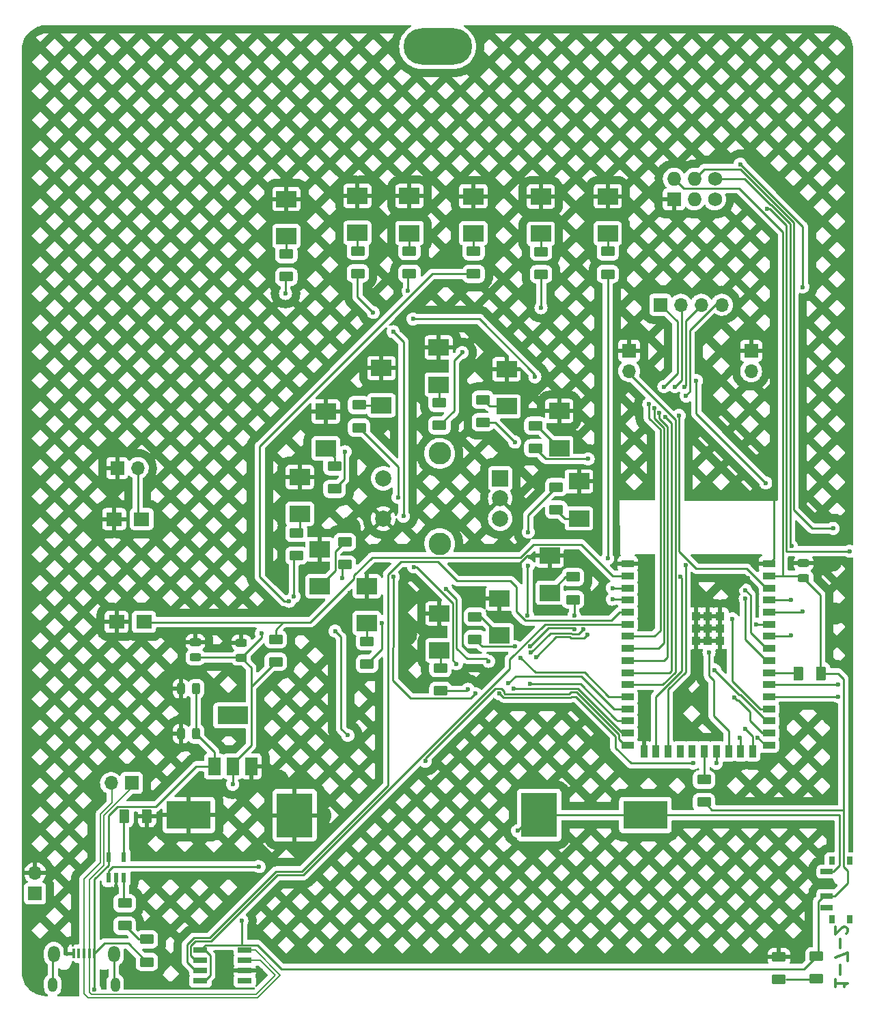
<source format=gbr>
%TF.GenerationSoftware,KiCad,Pcbnew,(6.0.1)*%
%TF.CreationDate,2022-08-20T09:02:38-05:00*%
%TF.ProjectId,BsidesKC-2022-Safe-Badge,42736964-6573-44b4-932d-323032322d53,0-c*%
%TF.SameCoordinates,Original*%
%TF.FileFunction,Copper,L2,Bot*%
%TF.FilePolarity,Positive*%
%FSLAX46Y46*%
G04 Gerber Fmt 4.6, Leading zero omitted, Abs format (unit mm)*
G04 Created by KiCad (PCBNEW (6.0.1)) date 2022-08-20 09:02:38*
%MOMM*%
%LPD*%
G01*
G04 APERTURE LIST*
G04 Aperture macros list*
%AMRoundRect*
0 Rectangle with rounded corners*
0 $1 Rounding radius*
0 $2 $3 $4 $5 $6 $7 $8 $9 X,Y pos of 4 corners*
0 Add a 4 corners polygon primitive as box body*
4,1,4,$2,$3,$4,$5,$6,$7,$8,$9,$2,$3,0*
0 Add four circle primitives for the rounded corners*
1,1,$1+$1,$2,$3*
1,1,$1+$1,$4,$5*
1,1,$1+$1,$6,$7*
1,1,$1+$1,$8,$9*
0 Add four rect primitives between the rounded corners*
20,1,$1+$1,$2,$3,$4,$5,0*
20,1,$1+$1,$4,$5,$6,$7,0*
20,1,$1+$1,$6,$7,$8,$9,0*
20,1,$1+$1,$8,$9,$2,$3,0*%
G04 Aperture macros list end*
%ADD10C,0.300000*%
%TA.AperFunction,NonConductor*%
%ADD11C,0.300000*%
%TD*%
%TA.AperFunction,ComponentPad*%
%ADD12O,1.727200X1.727200*%
%TD*%
%TA.AperFunction,ComponentPad*%
%ADD13R,1.727200X1.727200*%
%TD*%
%TA.AperFunction,ComponentPad*%
%ADD14C,1.727200*%
%TD*%
%TA.AperFunction,SMDPad,CuDef*%
%ADD15R,2.500000X2.000000*%
%TD*%
%TA.AperFunction,ComponentPad*%
%ADD16O,8.500000X4.500000*%
%TD*%
%TA.AperFunction,ComponentPad*%
%ADD17R,1.700000X1.700000*%
%TD*%
%TA.AperFunction,ComponentPad*%
%ADD18O,1.700000X1.700000*%
%TD*%
%TA.AperFunction,SMDPad,CuDef*%
%ADD19RoundRect,0.250000X-0.625000X0.375000X-0.625000X-0.375000X0.625000X-0.375000X0.625000X0.375000X0*%
%TD*%
%TA.AperFunction,SMDPad,CuDef*%
%ADD20RoundRect,0.250000X-0.375000X-0.625000X0.375000X-0.625000X0.375000X0.625000X-0.375000X0.625000X0*%
%TD*%
%TA.AperFunction,SMDPad,CuDef*%
%ADD21RoundRect,0.250000X0.625000X-0.375000X0.625000X0.375000X-0.625000X0.375000X-0.625000X-0.375000X0*%
%TD*%
%TA.AperFunction,SMDPad,CuDef*%
%ADD22R,1.500000X2.200000*%
%TD*%
%TA.AperFunction,SMDPad,CuDef*%
%ADD23R,3.800000X2.200000*%
%TD*%
%TA.AperFunction,SMDPad,CuDef*%
%ADD24R,1.500000X0.900000*%
%TD*%
%TA.AperFunction,SMDPad,CuDef*%
%ADD25R,0.900000X1.500000*%
%TD*%
%TA.AperFunction,SMDPad,CuDef*%
%ADD26R,1.100000X1.100000*%
%TD*%
%TA.AperFunction,SMDPad,CuDef*%
%ADD27R,1.948000X1.700000*%
%TD*%
%TA.AperFunction,SMDPad,CuDef*%
%ADD28RoundRect,0.243750X0.456250X-0.243750X0.456250X0.243750X-0.456250X0.243750X-0.456250X-0.243750X0*%
%TD*%
%TA.AperFunction,SMDPad,CuDef*%
%ADD29R,5.500000X3.500000*%
%TD*%
%TA.AperFunction,SMDPad,CuDef*%
%ADD30R,4.500000X5.500000*%
%TD*%
%TA.AperFunction,SMDPad,CuDef*%
%ADD31R,1.750000X0.650000*%
%TD*%
%TA.AperFunction,SMDPad,CuDef*%
%ADD32R,0.440000X1.300000*%
%TD*%
%TA.AperFunction,ComponentPad*%
%ADD33O,1.450000X2.000000*%
%TD*%
%TA.AperFunction,ComponentPad*%
%ADD34O,1.150000X1.800000*%
%TD*%
%TA.AperFunction,SMDPad,CuDef*%
%ADD35R,0.600000X1.200000*%
%TD*%
%TA.AperFunction,SMDPad,CuDef*%
%ADD36RoundRect,0.243750X0.243750X0.456250X-0.243750X0.456250X-0.243750X-0.456250X0.243750X-0.456250X0*%
%TD*%
%TA.AperFunction,ComponentPad*%
%ADD37R,2.000000X2.000000*%
%TD*%
%TA.AperFunction,ComponentPad*%
%ADD38C,2.000000*%
%TD*%
%TA.AperFunction,ComponentPad*%
%ADD39C,2.800000*%
%TD*%
%TA.AperFunction,SMDPad,CuDef*%
%ADD40R,0.800000X1.000000*%
%TD*%
%TA.AperFunction,SMDPad,CuDef*%
%ADD41R,1.500000X0.700000*%
%TD*%
%TA.AperFunction,ViaPad*%
%ADD42C,0.600000*%
%TD*%
%TA.AperFunction,Conductor*%
%ADD43C,0.250000*%
%TD*%
%TA.AperFunction,Conductor*%
%ADD44C,0.200000*%
%TD*%
G04 APERTURE END LIST*
D10*
D11*
X197390628Y-146494142D02*
X197390628Y-147351285D01*
X197390628Y-146922714D02*
X198890628Y-146922714D01*
X198676342Y-147065571D01*
X198533485Y-147208428D01*
X198462057Y-147351285D01*
X197962057Y-145851285D02*
X197962057Y-144708428D01*
X198890628Y-144137000D02*
X198890628Y-143137000D01*
X197390628Y-143779857D01*
X197962057Y-142565571D02*
X197962057Y-141422714D01*
X198747771Y-140779857D02*
X198819200Y-140708428D01*
X198890628Y-140565571D01*
X198890628Y-140208428D01*
X198819200Y-140065571D01*
X198747771Y-139994142D01*
X198604914Y-139922714D01*
X198462057Y-139922714D01*
X198247771Y-139994142D01*
X197390628Y-140851285D01*
X197390628Y-139922714D01*
D12*
%TO.P,X1,1,VCC*%
%TO.N,VCC*%
X177377400Y-47137000D03*
D13*
%TO.P,X1,2,GND*%
%TO.N,GND*%
X177377400Y-49677000D03*
D12*
%TO.P,X1,3,SDA*%
%TO.N,IO08*%
X179917400Y-47137000D03*
%TO.P,X1,4,SCL*%
%TO.N,IO09*%
X179917400Y-49677000D03*
D14*
%TO.P,X1,5,GPIO1*%
%TO.N,IO01*%
X182457400Y-47137000D03*
%TO.P,X1,6,GPIO2*%
%TO.N,IO02*%
X182457400Y-49677000D03*
%TD*%
D15*
%TO.P,D1,1,K*%
%TO.N,GND*%
X129350000Y-49650000D03*
%TO.P,D1,2,A*%
%TO.N,Net-(D1-Pad2)*%
X129350000Y-54250000D03*
%TD*%
%TO.P,D5,1,K*%
%TO.N,GND*%
X160875000Y-49350000D03*
%TO.P,D5,2,A*%
%TO.N,Net-(D5-Pad2)*%
X160875000Y-53950000D03*
%TD*%
%TO.P,D2,1,K*%
%TO.N,GND*%
X138150000Y-49250000D03*
%TO.P,D2,2,A*%
%TO.N,Net-(D2-Pad2)*%
X138150000Y-53850000D03*
%TD*%
%TO.P,D15,1,K*%
%TO.N,GND*%
X139300000Y-97675000D03*
%TO.P,D15,2,A*%
%TO.N,Net-(D15-Pad2)*%
X139300000Y-102275000D03*
%TD*%
%TO.P,D18,1,K*%
%TO.N,GND*%
X131000000Y-84125000D03*
%TO.P,D18,2,A*%
%TO.N,Net-(D18-Pad2)*%
X131000000Y-88725000D03*
%TD*%
%TO.P,D17,1,K*%
%TO.N,GND*%
X133475000Y-93100000D03*
%TO.P,D17,2,A*%
%TO.N,Net-(D17-Pad2)*%
X133475000Y-97700000D03*
%TD*%
%TO.P,D8,1,K*%
%TO.N,GND*%
X156625000Y-70775000D03*
%TO.P,D8,2,A*%
%TO.N,Net-(R21-Pad2)*%
X156625000Y-75375000D03*
%TD*%
%TO.P,D20,1,K*%
%TO.N,GND*%
X141125000Y-70625000D03*
%TO.P,D20,2,A*%
%TO.N,Net-(D20-Pad2)*%
X141125000Y-75225000D03*
%TD*%
%TO.P,D6,1,K*%
%TO.N,GND*%
X169175000Y-49300000D03*
%TO.P,D6,2,A*%
%TO.N,Net-(D6-Pad2)*%
X169175000Y-53900000D03*
%TD*%
%TO.P,D14,1,K*%
%TO.N,GND*%
X148325000Y-101050000D03*
%TO.P,D14,2,A*%
%TO.N,Net-(D14-Pad2)*%
X148325000Y-105650000D03*
%TD*%
%TO.P,D13,1,K*%
%TO.N,GND*%
X155775000Y-99200000D03*
%TO.P,D13,2,A*%
%TO.N,Net-(D13-Pad2)*%
X155775000Y-103800000D03*
%TD*%
%TO.P,D7,1,K*%
%TO.N,GND*%
X148225000Y-68075000D03*
%TO.P,D7,2,A*%
%TO.N,Net-(D7-Pad2)*%
X148225000Y-72675000D03*
%TD*%
%TO.P,D9,1,K*%
%TO.N,GND*%
X163150000Y-75950000D03*
%TO.P,D9,2,A*%
%TO.N,Net-(D9-Pad2)*%
X163150000Y-80550000D03*
%TD*%
%TO.P,D3,1,K*%
%TO.N,GND*%
X144600000Y-49275000D03*
%TO.P,D3,2,A*%
%TO.N,Net-(D3-Pad2)*%
X144600000Y-53875000D03*
%TD*%
%TO.P,D11,1,K*%
%TO.N,GND*%
X161975000Y-93900000D03*
%TO.P,D11,2,A*%
%TO.N,Net-(D11-Pad2)*%
X161975000Y-98500000D03*
%TD*%
%TO.P,D10,1,K*%
%TO.N,GND*%
X165600000Y-84675000D03*
%TO.P,D10,2,A*%
%TO.N,Net-(D10-Pad2)*%
X165600000Y-89275000D03*
%TD*%
%TO.P,D4,1,K*%
%TO.N,GND*%
X152525000Y-49300000D03*
%TO.P,D4,2,A*%
%TO.N,Net-(R19-Pad2)*%
X152525000Y-53900000D03*
%TD*%
%TO.P,D19,1,K*%
%TO.N,GND*%
X134225000Y-76000000D03*
%TO.P,D19,2,A*%
%TO.N,Net-(D19-Pad2)*%
X134225000Y-80600000D03*
%TD*%
D16*
%TO.P,REF\u002A\u002A,*%
%TO.N,*%
X148082000Y-30734000D03*
%TD*%
D17*
%TO.P,J2,1,Pin_1*%
%TO.N,GND*%
X108375000Y-83025000D03*
D18*
%TO.P,J2,2,Pin_2*%
%TO.N,Boot*%
X110915000Y-83025000D03*
%TD*%
D19*
%TO.P,D16,1,K*%
%TO.N,GND*%
X190398400Y-143684800D03*
%TO.P,D16,2,A*%
%TO.N,Net-(D16-Pad2)*%
X190398400Y-146484800D03*
%TD*%
%TO.P,D12,1,K*%
%TO.N,Net-(D12-Pad1)*%
X112050000Y-141500000D03*
%TO.P,D12,2,A*%
%TO.N,VBUS*%
X112050000Y-144300000D03*
%TD*%
D20*
%TO.P,R1,1*%
%TO.N,Net-(R1-Pad1)*%
X109275000Y-126225000D03*
%TO.P,R1,2*%
%TO.N,GND*%
X112075000Y-126225000D03*
%TD*%
D21*
%TO.P,R21,1*%
%TO.N,IO21*%
X153695400Y-77346000D03*
%TO.P,R21,2*%
%TO.N,Net-(R21-Pad2)*%
X153695400Y-74546000D03*
%TD*%
D22*
%TO.P,U4,1,GND*%
%TO.N,GND*%
X125000000Y-120025000D03*
%TO.P,U4,2,VO*%
%TO.N,VCC*%
X122700000Y-120025000D03*
%TO.P,U4,3,VI*%
%TO.N,VBUS*%
X120400000Y-120025000D03*
D23*
%TO.P,U4,4*%
%TO.N,N/C*%
X122700000Y-113725000D03*
%TD*%
D24*
%TO.P,ESP32-S2 ROVER,1,GND*%
%TO.N,GND*%
X189150000Y-94900000D03*
%TO.P,ESP32-S2 ROVER,2,3V3*%
%TO.N,VCC*%
X189150000Y-96400000D03*
%TO.P,ESP32-S2 ROVER,3,IO00*%
%TO.N,Boot*%
X189150000Y-97900000D03*
%TO.P,ESP32-S2 ROVER,4,IO01*%
%TO.N,IO01*%
X189150000Y-99400000D03*
%TO.P,ESP32-S2 ROVER,5,IO02*%
%TO.N,IO02*%
X189150000Y-100900000D03*
%TO.P,ESP32-S2 ROVER,6,IO03*%
%TO.N,IO03*%
X189150000Y-102400000D03*
%TO.P,ESP32-S2 ROVER,7,IO04*%
%TO.N,IO04*%
X189150000Y-103900000D03*
%TO.P,ESP32-S2 ROVER,8,IO05*%
%TO.N,IO05*%
X189150000Y-105400000D03*
%TO.P,ESP32-S2 ROVER,9,IO06*%
%TO.N,IO06*%
X189150000Y-106900000D03*
%TO.P,ESP32-S2 ROVER,10,IO07*%
%TO.N,IO07*%
X189150000Y-108400000D03*
%TO.P,ESP32-S2 ROVER,11,IO08*%
%TO.N,IO08*%
X189150000Y-109900000D03*
%TO.P,ESP32-S2 ROVER,12,IO09*%
%TO.N,IO09*%
X189150000Y-111400000D03*
%TO.P,ESP32-S2 ROVER,13,IO10*%
%TO.N,IO10*%
X189150000Y-112900000D03*
%TO.P,ESP32-S2 ROVER,14,IO11*%
%TO.N,IO11*%
X189150000Y-114400000D03*
%TO.P,ESP32-S2 ROVER,15,IO12*%
%TO.N,IO12*%
X189150000Y-115900000D03*
%TO.P,ESP32-S2 ROVER,16,IO13*%
%TO.N,IO13*%
X189150000Y-117400000D03*
D25*
%TO.P,ESP32-S2 ROVER,17,IO14*%
%TO.N,IO14*%
X187150000Y-118150000D03*
%TO.P,ESP32-S2 ROVER,18,IO15*%
%TO.N,IO15*%
X185650000Y-118150000D03*
%TO.P,ESP32-S2 ROVER,19,IO16*%
%TO.N,IO16*%
X184150000Y-118150000D03*
%TO.P,ESP32-S2 ROVER,20,IO17*%
%TO.N,IO17*%
X182650000Y-118150000D03*
%TO.P,ESP32-S2 ROVER,21,IO18*%
%TO.N,Net-(R5-Pad1)*%
X181150000Y-118150000D03*
%TO.P,ESP32-S2 ROVER,22,USB_D-*%
%TO.N,unconnected-(U2-Pad22)*%
X179650000Y-118150000D03*
%TO.P,ESP32-S2 ROVER,23,USB_D+*%
%TO.N,unconnected-(U2-Pad23)*%
X178150000Y-118150000D03*
%TO.P,ESP32-S2 ROVER,24,IO21*%
%TO.N,IO21*%
X176650000Y-118150000D03*
%TO.P,ESP32-S2 ROVER,25,IO26*%
%TO.N,IO26*%
X175150000Y-118150000D03*
%TO.P,ESP32-S2 ROVER,26,GND*%
%TO.N,GND*%
X173650000Y-118150000D03*
D24*
%TO.P,ESP32-S2 ROVER,27,IO33*%
%TO.N,IO33*%
X171650000Y-117400000D03*
%TO.P,ESP32-S2 ROVER,28,IO34*%
%TO.N,IO34*%
X171650000Y-115900000D03*
%TO.P,ESP32-S2 ROVER,29,IO35*%
%TO.N,IO35*%
X171650000Y-114400000D03*
%TO.P,ESP32-S2 ROVER,30,IO36*%
%TO.N,IO36*%
X171650000Y-112900000D03*
%TO.P,ESP32-S2 ROVER,31,IO37*%
%TO.N,IO37*%
X171650000Y-111400000D03*
%TO.P,ESP32-S2 ROVER,32,IO38*%
%TO.N,IO38*%
X171650000Y-109900000D03*
%TO.P,ESP32-S2 ROVER,33,IO39*%
%TO.N,IO39*%
X171650000Y-108400000D03*
%TO.P,ESP32-S2 ROVER,34,IO40*%
%TO.N,IO40*%
X171650000Y-106900000D03*
%TO.P,ESP32-S2 ROVER,35,IO41*%
%TO.N,IO41*%
X171650000Y-105400000D03*
%TO.P,ESP32-S2 ROVER,36,IO42*%
%TO.N,IO42*%
X171650000Y-103900000D03*
%TO.P,ESP32-S2 ROVER,37,TXD0*%
%TO.N,USB_RX_ESP_TX*%
X171650000Y-102400000D03*
%TO.P,ESP32-S2 ROVER,38,RXD0*%
%TO.N,USB_TX_ESP_RX*%
X171650000Y-100900000D03*
%TO.P,ESP32-S2 ROVER,39,IO45*%
%TO.N,IO45*%
X171650000Y-99400000D03*
%TO.P,ESP32-S2 ROVER,40,IO46*%
%TO.N,IO46*%
X171650000Y-97900000D03*
%TO.P,ESP32-S2 ROVER,41,EN*%
%TO.N,RESET*%
X171650000Y-96400000D03*
%TO.P,ESP32-S2 ROVER,42,GND*%
%TO.N,GND*%
X171650000Y-94900000D03*
D26*
%TO.P,ESP32-S2 ROVER,43,GND*%
X181590000Y-101400000D03*
X183090000Y-104450000D03*
X183090000Y-102950000D03*
X181590000Y-102950000D03*
X180090000Y-102950000D03*
X180090000Y-104450000D03*
X183090000Y-101400000D03*
X180090000Y-101400000D03*
X181590000Y-104450000D03*
%TD*%
D21*
%TO.P,R23,1*%
%TO.N,IO36*%
X148437600Y-110645400D03*
%TO.P,R23,2*%
%TO.N,Net-(D14-Pad2)*%
X148437600Y-107845400D03*
%TD*%
D27*
%TO.P,SW2,1,A*%
%TO.N,Boot*%
X111400000Y-89350000D03*
%TO.P,SW2,2,B*%
%TO.N,GND*%
X108000000Y-89350000D03*
%TD*%
D21*
%TO.P,R14,1*%
%TO.N,IO14*%
X160197800Y-80571800D03*
%TO.P,R14,2*%
%TO.N,Net-(D9-Pad2)*%
X160197800Y-77771800D03*
%TD*%
D19*
%TO.P,R3,1*%
%TO.N,VCC*%
X195046600Y-143583200D03*
%TO.P,R3,2*%
%TO.N,Net-(D16-Pad2)*%
X195046600Y-146383200D03*
%TD*%
D28*
%TO.P,C2,1*%
%TO.N,VCC*%
X193450000Y-96712500D03*
%TO.P,C2,2*%
%TO.N,GND*%
X193450000Y-94837500D03*
%TD*%
D21*
%TO.P,R17,1*%
%TO.N,IO17*%
X138353800Y-78006400D03*
%TO.P,R17,2*%
%TO.N,Net-(D20-Pad2)*%
X138353800Y-75206400D03*
%TD*%
D17*
%TO.P,J7,1,Pin_1*%
%TO.N,GND*%
X186944000Y-68473400D03*
D18*
%TO.P,J7,2,Pin_2*%
%TO.N,IO13*%
X186944000Y-71013400D03*
%TD*%
D21*
%TO.P,R15,1*%
%TO.N,IO15*%
X152730200Y-104270000D03*
%TO.P,R15,2*%
%TO.N,Net-(D13-Pad2)*%
X152730200Y-101470000D03*
%TD*%
%TO.P,R7,1*%
%TO.N,IO03*%
X129336800Y-59286600D03*
%TO.P,R7,2*%
%TO.N,Net-(D1-Pad2)*%
X129336800Y-56486600D03*
%TD*%
%TO.P,R24,1*%
%TO.N,IO37*%
X130581400Y-93881400D03*
%TO.P,R24,2*%
%TO.N,Net-(D18-Pad2)*%
X130581400Y-91081400D03*
%TD*%
D19*
%TO.P,R5,1*%
%TO.N,Net-(R5-Pad1)*%
X181100000Y-121675000D03*
%TO.P,R5,2*%
%TO.N,VCC*%
X181100000Y-124475000D03*
%TD*%
D21*
%TO.P,R11,1*%
%TO.N,IO10*%
X164871400Y-99342400D03*
%TO.P,R11,2*%
%TO.N,Net-(D11-Pad2)*%
X164871400Y-96542400D03*
%TD*%
%TO.P,R4,1*%
%TO.N,VCC*%
X128016000Y-107064000D03*
%TO.P,R4,2*%
%TO.N,RESET*%
X128016000Y-104264000D03*
%TD*%
D29*
%TO.P,BT1,1,+*%
%TO.N,Net-(BT1-Pad1)*%
X173850000Y-126075000D03*
D30*
X160675000Y-126075000D03*
%TO.P,BT1,2,-*%
%TO.N,GND*%
X130375000Y-126100000D03*
D29*
X117250000Y-126075000D03*
%TD*%
D21*
%TO.P,R18,1*%
%TO.N,IO34*%
X138201400Y-58880200D03*
%TO.P,R18,2*%
%TO.N,Net-(D2-Pad2)*%
X138201400Y-56080200D03*
%TD*%
D19*
%TO.P,R22,1*%
%TO.N,IO35*%
X162788600Y-85391800D03*
%TO.P,R22,2*%
%TO.N,Net-(D10-Pad2)*%
X162788600Y-88191800D03*
%TD*%
D21*
%TO.P,R10,1*%
%TO.N,IO06*%
X148310600Y-77727000D03*
%TO.P,R10,2*%
%TO.N,Net-(D7-Pad2)*%
X148310600Y-74927000D03*
%TD*%
D31*
%TO.P,U3,1,UD+*%
%TO.N,D+*%
X124175000Y-142845000D03*
%TO.P,U3,2,UD-*%
%TO.N,D-*%
X124175000Y-144115000D03*
%TO.P,U3,3,GND*%
%TO.N,GND*%
X124175000Y-145385000D03*
%TO.P,U3,4,~{RTS}*%
%TO.N,unconnected-(U3-Pad4)*%
X124175000Y-146655000D03*
%TO.P,U3,5,VCC*%
%TO.N,VCC*%
X118675000Y-146655000D03*
%TO.P,U3,6,TXD*%
%TO.N,USB_TX_ESP_RX*%
X118675000Y-145385000D03*
%TO.P,U3,7,RXD*%
%TO.N,USB_RX_ESP_TX*%
X118675000Y-144115000D03*
%TO.P,U3,8,V3*%
%TO.N,VCC*%
X118675000Y-142845000D03*
%TD*%
D32*
%TO.P,J4,1,VBUS*%
%TO.N,VBUS*%
X105550000Y-143275000D03*
%TO.P,J4,2,D-*%
%TO.N,D-*%
X104900000Y-143275000D03*
%TO.P,J4,3,D+*%
%TO.N,D+*%
X104250000Y-143275000D03*
%TO.P,J4,4,ID*%
%TO.N,unconnected-(J4-Pad4)*%
X103600000Y-143275000D03*
%TO.P,J4,5,GND*%
%TO.N,GND*%
X102950000Y-143275000D03*
D33*
%TO.P,J4,6,Shield*%
%TO.N,unconnected-(J4-Pad6)*%
X107975000Y-143325000D03*
X100525000Y-143325000D03*
D34*
X108125000Y-147125000D03*
X100375000Y-147125000D03*
%TD*%
D35*
%TO.P,U1,1,~{CHRG}*%
%TO.N,Net-(R2-Pad2)*%
X109175000Y-133875000D03*
%TO.P,U1,2,GND*%
%TO.N,GND*%
X108225000Y-133875000D03*
%TO.P,U1,3,BAT*%
%TO.N,Net-(BT1-Pad1)*%
X107275000Y-133875000D03*
%TO.P,U1,4,VCC*%
%TO.N,VBUS*%
X107275000Y-131275000D03*
%TO.P,U1,5,PROG*%
%TO.N,Net-(R1-Pad1)*%
X109175000Y-131275000D03*
%TD*%
D21*
%TO.P,R8,1*%
%TO.N,IO04*%
X144602200Y-58905600D03*
%TO.P,R8,2*%
%TO.N,Net-(D3-Pad2)*%
X144602200Y-56105600D03*
%TD*%
D36*
%TO.P,C1,1*%
%TO.N,VBUS*%
X118137500Y-110400000D03*
%TO.P,C1,2*%
%TO.N,GND*%
X116262500Y-110400000D03*
%TD*%
%TO.P,C5,1*%
%TO.N,VBUS*%
X118137500Y-116000000D03*
%TO.P,C5,2*%
%TO.N,GND*%
X116262500Y-116000000D03*
%TD*%
D28*
%TO.P,C4,1*%
%TO.N,VCC*%
X118059200Y-106499900D03*
%TO.P,C4,2*%
%TO.N,GND*%
X118059200Y-104624900D03*
%TD*%
D17*
%TO.P,GND 5v,1,Pin_1*%
%TO.N,VBUS*%
X98200000Y-135800000D03*
D18*
%TO.P,GND 5v,2,Pin_2*%
%TO.N,GND*%
X98200000Y-133260000D03*
%TD*%
D20*
%TO.P,R6,1*%
%TO.N,IO07*%
X192825000Y-108500000D03*
%TO.P,R6,2*%
%TO.N,VCC*%
X195625000Y-108500000D03*
%TD*%
D37*
%TO.P,SW3,A,A*%
%TO.N,IO46*%
X155850000Y-84300000D03*
D38*
%TO.P,SW3,B,B*%
%TO.N,IO45*%
X155850000Y-89300000D03*
%TO.P,SW3,C,C*%
%TO.N,GND*%
X155850000Y-86800000D03*
D39*
%TO.P,SW3,MP*%
%TO.N,N/C*%
X148350000Y-92400000D03*
X148350000Y-81200000D03*
D38*
%TO.P,SW3,S1,S1*%
%TO.N,VCC*%
X141350000Y-84300000D03*
%TO.P,SW3,S2,S2*%
%TO.N,GND*%
X141350000Y-89300000D03*
%TD*%
D21*
%TO.P,R9,1*%
%TO.N,IO05*%
X160909000Y-58981800D03*
%TO.P,R9,2*%
%TO.N,Net-(D5-Pad2)*%
X160909000Y-56181800D03*
%TD*%
D17*
%TO.P,D- D+,1,Pin_1*%
%TO.N,D-*%
X110150000Y-122100000D03*
D18*
%TO.P,D- D+,2,Pin_2*%
%TO.N,D+*%
X107610000Y-122100000D03*
%TD*%
D21*
%TO.P,R12,1*%
%TO.N,IO11*%
X139344400Y-107318000D03*
%TO.P,R12,2*%
%TO.N,Net-(D15-Pad2)*%
X139344400Y-104518000D03*
%TD*%
D27*
%TO.P,Reset,1,C*%
%TO.N,GND*%
X108300000Y-102125000D03*
%TO.P,Reset,2,D*%
%TO.N,RESET*%
X111700000Y-102125000D03*
%TD*%
D40*
%TO.P,1/0,*%
%TO.N,*%
X199180000Y-131700000D03*
X196970000Y-131700000D03*
X196970000Y-139000000D03*
X199180000Y-139000000D03*
D41*
%TO.P,1/0,1,A*%
%TO.N,Net-(BT1-Pad1)*%
X196320000Y-133100000D03*
%TO.P,1/0,2,B*%
%TO.N,VCC*%
X196320000Y-136100000D03*
%TO.P,1/0,3,C*%
%TO.N,unconnected-(SW1-Pad3)*%
X196320000Y-137600000D03*
%TD*%
D21*
%TO.P,R16,1*%
%TO.N,IO16*%
X136601200Y-94999000D03*
%TO.P,R16,2*%
%TO.N,Net-(D17-Pad2)*%
X136601200Y-92199000D03*
%TD*%
%TO.P,R20,1*%
%TO.N,IO26*%
X169189400Y-58956400D03*
%TO.P,R20,2*%
%TO.N,Net-(D6-Pad2)*%
X169189400Y-56156400D03*
%TD*%
D17*
%TO.P,J1,1,Pin_1*%
%TO.N,IO42*%
X175701800Y-62763400D03*
D18*
%TO.P,J1,2,Pin_2*%
%TO.N,IO41*%
X178241800Y-62763400D03*
%TO.P,J1,3,Pin_3*%
%TO.N,IO40*%
X180781800Y-62763400D03*
%TO.P,J1,4,Pin_4*%
%TO.N,IO39*%
X183321800Y-62763400D03*
%TD*%
D21*
%TO.P,R13,1*%
%TO.N,IO12*%
X135305800Y-85601000D03*
%TO.P,R13,2*%
%TO.N,Net-(D19-Pad2)*%
X135305800Y-82801000D03*
%TD*%
D28*
%TO.P,C3,1*%
%TO.N,VCC*%
X123748800Y-106550700D03*
%TO.P,C3,2*%
%TO.N,GND*%
X123748800Y-104675700D03*
%TD*%
D21*
%TO.P,R19,1*%
%TO.N,IO33*%
X152552400Y-58931000D03*
%TO.P,R19,2*%
%TO.N,Net-(R19-Pad2)*%
X152552400Y-56131000D03*
%TD*%
D17*
%TO.P,J6,1,Pin_1*%
%TO.N,GND*%
X171831000Y-68448000D03*
D18*
%TO.P,J6,2,Pin_2*%
%TO.N,IO38*%
X171831000Y-70988000D03*
%TD*%
D21*
%TO.P,R2,1*%
%TO.N,Net-(D12-Pad1)*%
X109300000Y-139800000D03*
%TO.P,R2,2*%
%TO.N,Net-(R2-Pad2)*%
X109300000Y-137000000D03*
%TD*%
D42*
%TO.N,Net-(BT1-Pad1)*%
X125950000Y-132475000D03*
X157988000Y-128016000D03*
%TO.N,GND*%
X197358000Y-101066600D03*
X137160000Y-98552000D03*
X128320800Y-121767600D03*
X98983800Y-145491200D03*
X157734000Y-95250000D03*
X137185400Y-90373200D03*
X133578600Y-126136400D03*
X152400000Y-98856800D03*
X173609000Y-111048800D03*
X196875400Y-92100400D03*
X180289200Y-99390200D03*
X126161800Y-145364200D03*
X106654600Y-145872200D03*
X197129400Y-113741200D03*
X189788800Y-84886800D03*
X196875400Y-94538800D03*
X185724800Y-94284800D03*
X102565200Y-146354800D03*
X178003200Y-111074200D03*
X199288400Y-113715800D03*
X144195800Y-103708200D03*
X186563000Y-96647000D03*
%TO.N,VBUS*%
X105562400Y-147750980D03*
%TO.N,VCC*%
X126263400Y-103505000D03*
X122675000Y-122250000D03*
X123825000Y-139141200D03*
%TO.N,IO03*%
X145034000Y-64516000D03*
X129235200Y-61366400D03*
X160147000Y-71704200D03*
X187604400Y-102412800D03*
%TO.N,IO04*%
X144424400Y-61061600D03*
X188762300Y-84861400D03*
X180162200Y-72161400D03*
X191871600Y-103809800D03*
%TO.N,IO05*%
X160909000Y-63144400D03*
X186258200Y-98171000D03*
%TO.N,IO06*%
X151130000Y-68681600D03*
X186225000Y-99250000D03*
%TO.N,IO14*%
X186175000Y-115350000D03*
X166751000Y-81889600D03*
%TO.N,IO35*%
X159325000Y-95125000D03*
X159325000Y-90975000D03*
X159225000Y-101300000D03*
X159512000Y-109763900D03*
%TO.N,IO10*%
X184600000Y-101725000D03*
X165023800Y-101300011D03*
%TO.N,IO15*%
X165049200Y-103024500D03*
X159541092Y-105108892D03*
X185575000Y-116525000D03*
X157705415Y-105178215D03*
%TO.N,IO36*%
X151866600Y-110464600D03*
X156870400Y-109728000D03*
%TO.N,IO11*%
X160274000Y-106499500D03*
X149123400Y-98044000D03*
X182422800Y-108077000D03*
X166649248Y-103680481D03*
X154406600Y-106999020D03*
X141198600Y-102225000D03*
%TO.N,IO16*%
X159650000Y-105925000D03*
X166192200Y-103024500D03*
X181725000Y-105900000D03*
X136271000Y-96672400D03*
%TO.N,IO37*%
X130275000Y-98950000D03*
X158394400Y-106549500D03*
%TO.N,IO12*%
X136625000Y-81000000D03*
X184886600Y-111480600D03*
%TO.N,IO17*%
X155727400Y-111012900D03*
X143175000Y-86650000D03*
X152795900Y-111012900D03*
X142575000Y-96475000D03*
X182650000Y-119634000D03*
X179781200Y-119634000D03*
%TO.N,IO13*%
X187774500Y-116444718D03*
%TO.N,Boot*%
X178028600Y-76504800D03*
%TO.N,IO45*%
X169750000Y-99300000D03*
%TO.N,IO46*%
X169750000Y-97900000D03*
%TO.N,IO09*%
X188899800Y-50825400D03*
X197749500Y-111379000D03*
X199161400Y-93345000D03*
%TO.N,IO08*%
X197749500Y-109905800D03*
X197104000Y-90500200D03*
%TO.N,IO02*%
X193344800Y-60564400D03*
X185597800Y-45324389D03*
X193294000Y-100838000D03*
%TO.N,IO01*%
X191948020Y-92720500D03*
X191871600Y-99390200D03*
%TO.N,IO39*%
X178892200Y-74091800D03*
X176276000Y-76682600D03*
%TO.N,IO40*%
X178714400Y-72923400D03*
X175564800Y-76174600D03*
%TO.N,IO41*%
X174929800Y-75615800D03*
X177520600Y-72923400D03*
%TO.N,IO42*%
X176149000Y-72923400D03*
X174269400Y-75082400D03*
%TO.N,IO34*%
X150418800Y-107315000D03*
X142575000Y-66100000D03*
X140100000Y-63725000D03*
X143850000Y-89000000D03*
X145125000Y-95275000D03*
X157505400Y-110388400D03*
%TO.N,IO33*%
X136956800Y-116179600D03*
X129692400Y-99542600D03*
X135379661Y-103242839D03*
X146558000Y-119380000D03*
%TO.N,IO26*%
X169164000Y-94234000D03*
X178191500Y-96469200D03*
%TO.N,IO21*%
X178816000Y-95046800D03*
X157657800Y-79806800D03*
%TD*%
D43*
%TO.N,Net-(BT1-Pad1)*%
X107275000Y-133875000D02*
X107275000Y-133025000D01*
X197916800Y-132302222D02*
X197119022Y-133100000D01*
X107825000Y-132475000D02*
X125950000Y-132475000D01*
X197916800Y-126075000D02*
X197916800Y-132302222D01*
X197119022Y-133100000D02*
X196320000Y-133100000D01*
X159929000Y-126075000D02*
X160675000Y-126075000D01*
X157988000Y-128016000D02*
X159929000Y-126075000D01*
X107275000Y-133025000D02*
X107825000Y-132475000D01*
X160675000Y-126075000D02*
X173850000Y-126075000D01*
X173850000Y-126075000D02*
X197916800Y-126075000D01*
%TO.N,GND*%
X157885718Y-95250000D02*
X157734000Y-95250000D01*
X181590000Y-104450000D02*
X181590000Y-102950000D01*
X183090000Y-100120000D02*
X183090000Y-101400000D01*
X183090000Y-101400000D02*
X181590000Y-101400000D01*
X130375000Y-126100000D02*
X128916000Y-126100000D01*
X180090000Y-101400000D02*
X181590000Y-101400000D01*
X183090000Y-102950000D02*
X183090000Y-104450000D01*
X180090000Y-102950000D02*
X180090000Y-104450000D01*
X161975000Y-93900000D02*
X159235718Y-93900000D01*
X180090000Y-101400000D02*
X180090000Y-102950000D01*
X189150000Y-94900000D02*
X189788800Y-94261200D01*
X124195800Y-145364200D02*
X124175000Y-145385000D01*
X159235718Y-93900000D02*
X157885718Y-95250000D01*
X183090000Y-101400000D02*
X183090000Y-102950000D01*
X183090000Y-104450000D02*
X181590000Y-104450000D01*
X126161800Y-145364200D02*
X124195800Y-145364200D01*
X186563000Y-96647000D02*
X183090000Y-100120000D01*
X189788800Y-94261200D02*
X189788800Y-84886800D01*
%TO.N,VBUS*%
X107275000Y-132325978D02*
X107275000Y-131275000D01*
X120400000Y-120025000D02*
X120400000Y-118262500D01*
X113175009Y-125025480D02*
X108398020Y-125025480D01*
X105550000Y-134050978D02*
X107275000Y-132325978D01*
X118137500Y-116000000D02*
X118137500Y-110400000D01*
X106824520Y-142000480D02*
X105550000Y-143275000D01*
X105562400Y-147750980D02*
X105550000Y-147738580D01*
X109750480Y-142000480D02*
X106824520Y-142000480D01*
X105550000Y-143275000D02*
X105550000Y-134050978D01*
X107275000Y-126148500D02*
X107275000Y-131275000D01*
X120400000Y-118262500D02*
X118137500Y-116000000D01*
X108398020Y-125025480D02*
X107275000Y-126148500D01*
X112050000Y-144300000D02*
X109750480Y-142000480D01*
X120400000Y-120025000D02*
X118175489Y-120025000D01*
X118175489Y-120025000D02*
X113175009Y-125025480D01*
X105550000Y-147738580D02*
X105550000Y-143275000D01*
%TO.N,VCC*%
X119895489Y-143515489D02*
X119895489Y-145984511D01*
X118675000Y-142845000D02*
X119225000Y-142845000D01*
X195625000Y-108500000D02*
X197700000Y-108500000D01*
X124975000Y-110105000D02*
X128016000Y-107064000D01*
X123748800Y-106550700D02*
X124975000Y-107776900D01*
X118059200Y-106499900D02*
X123698000Y-106499900D01*
X122675000Y-120050000D02*
X122700000Y-120025000D01*
X198374000Y-109174000D02*
X197750000Y-108550000D01*
X119225000Y-142845000D02*
X119895489Y-143515489D01*
X178565511Y-48325111D02*
X185489689Y-48325111D01*
X124975000Y-107776900D02*
X124975000Y-117400000D01*
X197700000Y-108500000D02*
X197750000Y-108550000D01*
X193468800Y-145161000D02*
X128701800Y-145161000D01*
X126263400Y-103505000D02*
X126263400Y-104036100D01*
X189150000Y-96400000D02*
X190874000Y-96400000D01*
X125736289Y-142195489D02*
X123820489Y-142195489D01*
X128701800Y-145161000D02*
X125736289Y-142195489D01*
X119225000Y-146655000D02*
X118675000Y-146655000D01*
X122700000Y-119675000D02*
X124975000Y-117400000D01*
X197320000Y-136100000D02*
X198904521Y-134515479D01*
X126263400Y-104036100D02*
X123748800Y-106550700D01*
X119895489Y-145984511D02*
X119225000Y-146655000D01*
X193450000Y-96712500D02*
X195529200Y-98791700D01*
X122700000Y-120025000D02*
X122700000Y-119675000D01*
X198374000Y-132443022D02*
X198374000Y-125476000D01*
X123820489Y-139145711D02*
X123820489Y-142195489D01*
X198904521Y-134515479D02*
X198904521Y-132973543D01*
X182101000Y-125476000D02*
X198374000Y-125476000D01*
X195529200Y-108404200D02*
X195625000Y-108500000D01*
X195529200Y-98791700D02*
X195529200Y-108404200D01*
X123825000Y-139141200D02*
X123820489Y-139145711D01*
X185489689Y-48325111D02*
X190874000Y-53709422D01*
X198904521Y-132973543D02*
X198374000Y-132443022D01*
X123820489Y-142195489D02*
X119324511Y-142195489D01*
X195245489Y-143384311D02*
X193468800Y-145161000D01*
X119324511Y-142195489D02*
X118675000Y-142845000D01*
X196320000Y-136100000D02*
X197320000Y-136100000D01*
X123698000Y-106499900D02*
X123748800Y-106550700D01*
X198374000Y-125476000D02*
X198374000Y-109174000D01*
X122675000Y-122250000D02*
X122675000Y-120050000D01*
X190874000Y-53709422D02*
X190874000Y-96400000D01*
X177377400Y-47137000D02*
X178565511Y-48325111D01*
X195245489Y-136774511D02*
X195245489Y-143384311D01*
X196320000Y-136100000D02*
X195920000Y-136100000D01*
X195920000Y-136100000D02*
X195245489Y-136774511D01*
X181100000Y-124475000D02*
X182101000Y-125476000D01*
X124975000Y-117400000D02*
X124975000Y-110105000D01*
X190874000Y-96400000D02*
X193137500Y-96400000D01*
X193137500Y-96400000D02*
X193450000Y-96712500D01*
%TO.N,IO03*%
X160147000Y-71397978D02*
X153265022Y-64516000D01*
X187617200Y-102400000D02*
X187604400Y-102412800D01*
X153265022Y-64516000D02*
X145034000Y-64516000D01*
X160147000Y-71704200D02*
X160147000Y-71397978D01*
X189150000Y-102400000D02*
X187617200Y-102400000D01*
X129235200Y-61366400D02*
X129235200Y-59515200D01*
%TO.N,IO04*%
X144424400Y-59083400D02*
X144602200Y-58905600D01*
X180162200Y-72161400D02*
X180162200Y-76261300D01*
X189164000Y-103886000D02*
X189150000Y-103900000D01*
X191871600Y-103809800D02*
X191795400Y-103886000D01*
X180162200Y-76261300D02*
X188762300Y-84861400D01*
X144424400Y-61061600D02*
X144424400Y-59083400D01*
X191795400Y-103886000D02*
X189164000Y-103886000D01*
%TO.N,IO05*%
X160909000Y-63144400D02*
X160909000Y-58981800D01*
X186867800Y-98780600D02*
X186867800Y-103466822D01*
X188800978Y-105400000D02*
X189150000Y-105400000D01*
X186258200Y-98171000D02*
X186867800Y-98780600D01*
X186867800Y-103466822D02*
X188800978Y-105400000D01*
%TO.N,IO06*%
X186207400Y-99267600D02*
X186225000Y-99250000D01*
X150139400Y-69672200D02*
X150139400Y-75898200D01*
X151130000Y-68681600D02*
X150139400Y-69672200D01*
X150139400Y-75898200D02*
X148310600Y-77727000D01*
X188850000Y-106900000D02*
X186207400Y-104257400D01*
X189150000Y-106900000D02*
X188850000Y-106900000D01*
X186207400Y-104257400D02*
X186207400Y-99267600D01*
%TO.N,IO14*%
X164739600Y-81889600D02*
X164724511Y-81874511D01*
X187150000Y-116325000D02*
X186175000Y-115350000D01*
X164724511Y-81874511D02*
X161500511Y-81874511D01*
X166751000Y-81889600D02*
X164739600Y-81889600D01*
X187150000Y-118150000D02*
X187150000Y-116325000D01*
X161500511Y-81874511D02*
X160197800Y-80571800D01*
%TO.N,IO35*%
X170163089Y-114157589D02*
X170163089Y-114161911D01*
X159512000Y-109763900D02*
X165769400Y-109763900D01*
X170401178Y-114400000D02*
X171650000Y-114400000D01*
X165769400Y-109763900D02*
X170163089Y-114157589D01*
X170163089Y-114161911D02*
X170401178Y-114400000D01*
X162788600Y-85391800D02*
X159325000Y-88855400D01*
X159325000Y-88855400D02*
X159325000Y-90975000D01*
X159225000Y-101300000D02*
X159225000Y-95225000D01*
X159225000Y-95225000D02*
X159325000Y-95125000D01*
%TO.N,IO10*%
X165023800Y-101300011D02*
X165023800Y-99494800D01*
X165023800Y-99494800D02*
X164871400Y-99342400D01*
X188050000Y-112900000D02*
X184600000Y-109450000D01*
X189150000Y-112900000D02*
X188050000Y-112900000D01*
X184600000Y-109450000D02*
X184600000Y-101725000D01*
%TO.N,IO15*%
X185650000Y-116600000D02*
X185575000Y-116525000D01*
X157705415Y-105178215D02*
X153638415Y-105178215D01*
X185650000Y-118150000D02*
X185650000Y-116600000D01*
X164874220Y-102849520D02*
X165049200Y-103024500D01*
X153638415Y-105178215D02*
X152730200Y-104270000D01*
X159541092Y-105108892D02*
X161800464Y-102849520D01*
X161800464Y-102849520D02*
X164874220Y-102849520D01*
%TO.N,IO36*%
X151685800Y-110645400D02*
X148437600Y-110645400D01*
X157759400Y-108839000D02*
X156870400Y-109728000D01*
X169950000Y-112900000D02*
X165889000Y-108839000D01*
X165889000Y-108839000D02*
X157759400Y-108839000D01*
X151866600Y-110464600D02*
X151685800Y-110645400D01*
X171650000Y-112900000D02*
X169950000Y-112900000D01*
%TO.N,IO11*%
X166231198Y-104098531D02*
X166649248Y-103680481D01*
X185585500Y-111135500D02*
X188850000Y-114400000D01*
X188850000Y-114400000D02*
X189150000Y-114400000D01*
X160274000Y-106499500D02*
X162785900Y-103987600D01*
X185481300Y-111135500D02*
X185585500Y-111135500D01*
X141198600Y-102225000D02*
X141198600Y-105463800D01*
X182422800Y-108077000D02*
X185481300Y-111135500D01*
X154406600Y-106999020D02*
X154087580Y-106680000D01*
X150411120Y-99331720D02*
X149123400Y-98044000D01*
X154087580Y-106680000D02*
X151733793Y-106680000D01*
X164604321Y-104098531D02*
X166231198Y-104098531D01*
X141198600Y-105463800D02*
X139319000Y-107343400D01*
X151733793Y-106680000D02*
X150411120Y-105357327D01*
X164493389Y-103987600D02*
X164604321Y-104098531D01*
X150411120Y-105357327D02*
X150411120Y-99331720D01*
X162785900Y-103987600D02*
X164493389Y-103987600D01*
%TO.N,IO16*%
X165567689Y-103649011D02*
X164790518Y-103649011D01*
X164646507Y-103505000D02*
X162070000Y-103505000D01*
X162070000Y-103505000D02*
X159650000Y-105925000D01*
X182300000Y-109376600D02*
X181725000Y-108801600D01*
X166192200Y-103024500D02*
X165567689Y-103649011D01*
X164790518Y-103649011D02*
X164646507Y-103505000D01*
X181725000Y-108801600D02*
X181725000Y-105900000D01*
X136271000Y-95329200D02*
X136601200Y-94999000D01*
X182300000Y-113775000D02*
X182300000Y-109376600D01*
X136271000Y-96672400D02*
X136271000Y-95329200D01*
X184150000Y-118150000D02*
X184150000Y-115625000D01*
X184150000Y-115625000D02*
X182300000Y-113775000D01*
%TO.N,IO37*%
X169300000Y-111400000D02*
X171650000Y-111400000D01*
X166289480Y-108389480D02*
X169300000Y-111400000D01*
X130251200Y-94211600D02*
X130581400Y-93881400D01*
X130251200Y-98926200D02*
X130251200Y-94211600D01*
X130275000Y-98950000D02*
X130251200Y-98926200D01*
X160234380Y-108389480D02*
X166289480Y-108389480D01*
X158394400Y-106549500D02*
X160234380Y-108389480D01*
%TO.N,IO12*%
X184886600Y-111480600D02*
X185231711Y-111825711D01*
X186791600Y-114350800D02*
X188340800Y-115900000D01*
X185231711Y-111825711D02*
X185333311Y-111825711D01*
X188340800Y-115900000D02*
X189150000Y-115900000D01*
X136505320Y-84401480D02*
X136505320Y-80880320D01*
X135305800Y-85601000D02*
X136505320Y-84401480D01*
X185333311Y-111825711D02*
X186791600Y-113284000D01*
X186791600Y-113284000D02*
X186791600Y-114350800D01*
%TO.N,IO17*%
X155727400Y-110972600D02*
X155727400Y-111012900D01*
X164685593Y-111392418D02*
X164579679Y-111498331D01*
X142559700Y-109412700D02*
X142559700Y-105302300D01*
X172034978Y-119634000D02*
X170125969Y-117724991D01*
X144741920Y-111594920D02*
X143865600Y-110718600D01*
X152213880Y-111594920D02*
X144741920Y-111594920D01*
X170125969Y-117724991D02*
X170125969Y-116279405D01*
X179781200Y-119634000D02*
X172034978Y-119634000D01*
X182650000Y-118150000D02*
X182650000Y-119634000D01*
X143175000Y-82850000D02*
X138353800Y-78028800D01*
X152795900Y-111012900D02*
X152213880Y-111594920D01*
X142559700Y-105302300D02*
X142600000Y-105262000D01*
X143175000Y-86650000D02*
X143175000Y-82850000D01*
X138353800Y-78028800D02*
X138353800Y-78006400D01*
X170125969Y-116279405D02*
X165238982Y-111392418D01*
X142600000Y-105262000D02*
X142600000Y-96500000D01*
X142600000Y-96500000D02*
X142575000Y-96475000D01*
X156253131Y-111498331D02*
X155727400Y-110972600D01*
X143865600Y-110718600D02*
X142559700Y-109412700D01*
X165238982Y-111392418D02*
X164685593Y-111392418D01*
X164579679Y-111498331D02*
X156253131Y-111498331D01*
%TO.N,IO38*%
X171650000Y-109900000D02*
X175977718Y-109900000D01*
X171831000Y-71297800D02*
X171831000Y-70988000D01*
X175977718Y-109900000D02*
X177546000Y-108331718D01*
X177546000Y-108331718D02*
X177546000Y-77012800D01*
X177546000Y-77012800D02*
X171831000Y-71297800D01*
%TO.N,IO13*%
X189150000Y-117400000D02*
X188729782Y-117400000D01*
X188729782Y-117400000D02*
X187774500Y-116444718D01*
%TO.N,Boot*%
X177995520Y-93343127D02*
X180162015Y-95509622D01*
X177995520Y-91879480D02*
X177995520Y-93343127D01*
X186410600Y-95509622D02*
X188800978Y-97900000D01*
X110915000Y-88865000D02*
X111400000Y-89350000D01*
X178028600Y-76504800D02*
X178028600Y-91846400D01*
X188800978Y-97900000D02*
X189150000Y-97900000D01*
X178028600Y-91846400D02*
X177995520Y-91879480D01*
X110915000Y-83025000D02*
X110915000Y-88865000D01*
X180162015Y-95509622D02*
X186410600Y-95509622D01*
D44*
%TO.N,D+*%
X104250000Y-143275000D02*
X104250000Y-148250000D01*
X125722400Y-148750000D02*
X128549400Y-145923000D01*
X128549400Y-145923000D02*
X125471400Y-142845000D01*
X107696000Y-122186000D02*
X107610000Y-122100000D01*
X106275978Y-132009016D02*
X106275978Y-125982167D01*
X104250000Y-134034994D02*
X106275978Y-132009016D01*
X104250000Y-143275000D02*
X104250000Y-134034994D01*
X106275978Y-125982167D02*
X107696000Y-124562145D01*
X104250000Y-148250000D02*
X104750000Y-148750000D01*
X107696000Y-124562145D02*
X107696000Y-122186000D01*
X125471400Y-142845000D02*
X124175000Y-142845000D01*
X104750000Y-148750000D02*
X125722400Y-148750000D01*
%TO.N,D-*%
X127962097Y-145945297D02*
X125556914Y-148350480D01*
X104900000Y-134063200D02*
X106675489Y-132287711D01*
X106675489Y-126147650D02*
X110150000Y-122673139D01*
X110150000Y-122673139D02*
X110150000Y-122100000D01*
X125556914Y-148350480D02*
X105175000Y-148350480D01*
X104900000Y-148075480D02*
X104900000Y-143275000D01*
X104900000Y-143275000D02*
X104900000Y-134063200D01*
X106675489Y-132287711D02*
X106675489Y-126147650D01*
X124175000Y-144115000D02*
X126131800Y-144115000D01*
X126131800Y-144115000D02*
X127962097Y-145945297D01*
X105175000Y-148350480D02*
X104900000Y-148075480D01*
D43*
%TO.N,unconnected-(J4-Pad6)*%
X107975000Y-143325000D02*
X107975000Y-146975000D01*
X100375000Y-147125000D02*
X100700000Y-147125000D01*
X100375000Y-147125000D02*
X100375000Y-143475000D01*
X100700000Y-147125000D02*
X100717200Y-147142200D01*
X107975000Y-146975000D02*
X108125000Y-147125000D01*
X100375000Y-143475000D02*
X100525000Y-143325000D01*
%TO.N,Net-(R1-Pad1)*%
X109175000Y-126325000D02*
X109275000Y-126225000D01*
X109175000Y-131275000D02*
X109175000Y-126325000D01*
%TO.N,Net-(R2-Pad2)*%
X109175000Y-133875000D02*
X109175000Y-136875000D01*
X109175000Y-136875000D02*
X109300000Y-137000000D01*
%TO.N,RESET*%
X111733800Y-102158800D02*
X132317200Y-102158800D01*
X128016000Y-104264000D02*
X128016000Y-103073200D01*
X137725489Y-96350489D02*
X139951467Y-94124511D01*
X132351000Y-102125000D02*
X137725489Y-96750511D01*
X165900000Y-92500000D02*
X169800000Y-96400000D01*
X137725489Y-96750511D02*
X137725489Y-96350489D01*
X160000000Y-92500000D02*
X165900000Y-92500000D01*
X139951467Y-94124511D02*
X158375489Y-94124511D01*
X132317200Y-102158800D02*
X132351000Y-102125000D01*
X169800000Y-96400000D02*
X171650000Y-96400000D01*
X128016000Y-103073200D02*
X128930400Y-102158800D01*
X111700000Y-102125000D02*
X111733800Y-102158800D01*
X158375489Y-94124511D02*
X160000000Y-92500000D01*
%TO.N,Net-(R5-Pad1)*%
X181150000Y-121625000D02*
X181100000Y-121675000D01*
X181150000Y-118150000D02*
X181150000Y-121625000D01*
%TO.N,IO07*%
X192725000Y-108400000D02*
X192825000Y-108500000D01*
X189150000Y-108400000D02*
X192725000Y-108400000D01*
%TO.N,IO45*%
X169750000Y-99300000D02*
X171550000Y-99300000D01*
X171550000Y-99300000D02*
X171650000Y-99400000D01*
%TO.N,IO46*%
X171650000Y-97900000D02*
X169750000Y-97900000D01*
%TO.N,IO09*%
X191323520Y-93330320D02*
X191338200Y-93345000D01*
X191338200Y-93345000D02*
X199161400Y-93345000D01*
X197728500Y-111400000D02*
X189150000Y-111400000D01*
X189230000Y-50825400D02*
X191323520Y-52918920D01*
X188899800Y-50825400D02*
X189230000Y-50825400D01*
X191323520Y-52918920D02*
X191323520Y-93330320D01*
X197749500Y-111379000D02*
X197728500Y-111400000D01*
%TO.N,IO08*%
X181105511Y-45948889D02*
X179917400Y-47137000D01*
X194487800Y-90500200D02*
X192222560Y-88234960D01*
X197743700Y-109900000D02*
X189150000Y-109900000D01*
X185624925Y-45948889D02*
X181105511Y-45948889D01*
X192222560Y-52546524D02*
X185624925Y-45948889D01*
X197749500Y-109905800D02*
X197743700Y-109900000D01*
X197104000Y-90500200D02*
X194487800Y-90500200D01*
X192222560Y-88234960D02*
X192222560Y-52546524D01*
%TO.N,IO02*%
X185636143Y-45324389D02*
X193344800Y-53033046D01*
X193344800Y-53033046D02*
X193344800Y-60564400D01*
X185597800Y-45324389D02*
X185636143Y-45324389D01*
X193232000Y-100900000D02*
X193294000Y-100838000D01*
X189150000Y-100900000D02*
X193232000Y-100900000D01*
%TO.N,IO01*%
X189416198Y-50375880D02*
X189364680Y-50375880D01*
X191773040Y-52732722D02*
X189416198Y-50375880D01*
X189364680Y-50375880D02*
X186125800Y-47137000D01*
X186125800Y-47137000D02*
X182457400Y-47137000D01*
X191948020Y-92720500D02*
X191773040Y-92545520D01*
X191773040Y-92545520D02*
X191773040Y-52732722D01*
X191871600Y-99390200D02*
X191861800Y-99400000D01*
X191861800Y-99400000D02*
X189150000Y-99400000D01*
%TO.N,IO39*%
X178892200Y-74091800D02*
X178892200Y-73964800D01*
X176842000Y-108400000D02*
X177038000Y-108204000D01*
X179338911Y-73518089D02*
X179338911Y-65898089D01*
X177038000Y-77444600D02*
X176276000Y-76682600D01*
X179338911Y-65898089D02*
X182473600Y-62763400D01*
X171650000Y-108400000D02*
X176842000Y-108400000D01*
X182473600Y-62763400D02*
X183321800Y-62763400D01*
X178892200Y-73964800D02*
X179338911Y-73518089D01*
X177038000Y-108204000D02*
X177038000Y-77444600D01*
%TO.N,IO40*%
X176588480Y-106476800D02*
X176165280Y-106900000D01*
X176588480Y-77878273D02*
X176588480Y-106476800D01*
X176165280Y-106900000D02*
X171650000Y-106900000D01*
X175564800Y-76174600D02*
X175564800Y-76854593D01*
X178816000Y-64729200D02*
X180781800Y-62763400D01*
X178714400Y-72923400D02*
X178816000Y-72821800D01*
X178816000Y-72821800D02*
X178816000Y-64729200D01*
X175564800Y-76854593D02*
X176588480Y-77878273D01*
%TO.N,IO41*%
X174929800Y-76855310D02*
X176138960Y-78064470D01*
X175463160Y-105400000D02*
X171650000Y-105400000D01*
X177520600Y-72923400D02*
X178308000Y-72136000D01*
X176138960Y-104724200D02*
X175463160Y-105400000D01*
X174929800Y-75615800D02*
X174929800Y-76855310D01*
X178308000Y-62829600D02*
X178241800Y-62763400D01*
X178308000Y-72136000D02*
X178308000Y-62829600D01*
X176138960Y-78064470D02*
X176138960Y-104724200D01*
%TO.N,IO42*%
X177792280Y-64853880D02*
X175701800Y-62763400D01*
X175689440Y-103149400D02*
X174938840Y-103900000D01*
X177792280Y-71280120D02*
X177792280Y-64853880D01*
X175689440Y-78250668D02*
X175689440Y-103149400D01*
X176149000Y-72923400D02*
X177792280Y-71280120D01*
X174269400Y-75082400D02*
X174269400Y-76830628D01*
X174938840Y-103900000D02*
X171650000Y-103900000D01*
X174269400Y-76830628D02*
X175689440Y-78250668D01*
%TO.N,USB_RX_ESP_TX*%
X131449691Y-133523109D02*
X157025489Y-107947311D01*
X118095978Y-144115000D02*
X117475489Y-143494511D01*
X157025489Y-106741318D02*
X161366807Y-102400000D01*
X128250009Y-133523109D02*
X131449691Y-133523109D01*
X117475489Y-142324022D02*
X118053542Y-141745969D01*
X118675000Y-144115000D02*
X118095978Y-144115000D01*
X157025489Y-107947311D02*
X157025489Y-106741318D01*
X161366807Y-102400000D02*
X171650000Y-102400000D01*
X120027149Y-141745969D02*
X128250009Y-133523109D01*
X117475489Y-143494511D02*
X117475489Y-142324022D01*
X118053542Y-141745969D02*
X120027149Y-141745969D01*
%TO.N,USB_TX_ESP_RX*%
X131263493Y-133073589D02*
X141935200Y-122401882D01*
X117025969Y-142137825D02*
X117867345Y-141296449D01*
X157067853Y-97016318D02*
X157861000Y-97809465D01*
X119840951Y-141296449D02*
X128063812Y-133073589D01*
X157861000Y-97809465D02*
X157861000Y-100819193D01*
X118675000Y-145385000D02*
X118095978Y-145385000D01*
X117867345Y-141296449D02*
X119840951Y-141296449D01*
X141935200Y-96231607D02*
X143516318Y-94650489D01*
X150449511Y-97016318D02*
X157067853Y-97016318D01*
X128063812Y-133073589D02*
X131263493Y-133073589D01*
X117025969Y-144314991D02*
X117025969Y-142137825D01*
X118095978Y-145385000D02*
X117025969Y-144314991D01*
X158966318Y-101924511D02*
X169626889Y-101924511D01*
X148083682Y-94650489D02*
X150449511Y-97016318D01*
X169626889Y-101924511D02*
X170651400Y-100900000D01*
X157861000Y-100819193D02*
X158966318Y-101924511D01*
X170651400Y-100900000D02*
X171650000Y-100900000D01*
X141935200Y-122401882D02*
X141935200Y-96231607D01*
X143516318Y-94650489D02*
X148083682Y-94650489D01*
%TO.N,IO34*%
X157505400Y-110388400D02*
X165506400Y-110388400D01*
X138150600Y-61774400D02*
X138150000Y-61775000D01*
X171018000Y-115900000D02*
X171650000Y-115900000D01*
X145449022Y-95275000D02*
X145125000Y-95275000D01*
X143850000Y-89000000D02*
X143850000Y-67375000D01*
X138150600Y-58905600D02*
X138150600Y-61774400D01*
X149961600Y-106857800D02*
X149961600Y-99787578D01*
X165506400Y-110388400D02*
X171018000Y-115900000D01*
X150418800Y-107315000D02*
X149961600Y-106857800D01*
X149961600Y-99787578D02*
X145449022Y-95275000D01*
X143850000Y-67375000D02*
X142575000Y-66100000D01*
X140100000Y-63725000D02*
X138150000Y-61775000D01*
%TO.N,IO33*%
X147418600Y-58931000D02*
X152552400Y-58931000D01*
X145048911Y-61320282D02*
X145048911Y-61300689D01*
X135379661Y-103248661D02*
X135379661Y-103242839D01*
X129067600Y-99542600D02*
X126060200Y-96535200D01*
X170575489Y-116093207D02*
X165320202Y-110837920D01*
X164604373Y-110837920D02*
X164393482Y-111048811D01*
X145048911Y-61300689D02*
X147418600Y-58931000D01*
X171300978Y-117400000D02*
X170575489Y-116674511D01*
X126060200Y-96535200D02*
X126060200Y-80289400D01*
X136118600Y-103987600D02*
X135379661Y-103248661D01*
X164393482Y-111048811D02*
X156439329Y-111048811D01*
X156351911Y-110961393D02*
X156351911Y-110754218D01*
X170575489Y-116674511D02*
X170575489Y-116093207D01*
X156351911Y-110754218D02*
X155986082Y-110388389D01*
X144663489Y-61686111D02*
X144683082Y-61686111D01*
X155986082Y-110388389D02*
X155220129Y-110388389D01*
X146558000Y-119050518D02*
X146558000Y-119380000D01*
X155220129Y-110388389D02*
X146558000Y-119050518D01*
X165320202Y-110837920D02*
X164604373Y-110837920D01*
X126060200Y-80289400D02*
X144663489Y-61686111D01*
X156439329Y-111048811D02*
X156351911Y-110961393D01*
X144683082Y-61686111D02*
X145048911Y-61320282D01*
X129692400Y-99542600D02*
X129067600Y-99542600D01*
X171650000Y-117400000D02*
X171300978Y-117400000D01*
X136118600Y-115341400D02*
X136118600Y-103987600D01*
X136956800Y-116179600D02*
X136118600Y-115341400D01*
%TO.N,IO26*%
X175150000Y-111363436D02*
X175150000Y-118150000D01*
X178191500Y-96469200D02*
X178366480Y-96644180D01*
X169175000Y-58970800D02*
X169189400Y-58956400D01*
X169175000Y-63333200D02*
X169175000Y-94223000D01*
X169175000Y-94223000D02*
X169164000Y-94234000D01*
X169175000Y-63333200D02*
X169175000Y-58970800D01*
X178366480Y-96644180D02*
X178366480Y-108146956D01*
X169164000Y-63322200D02*
X169175000Y-63333200D01*
X178366480Y-108146956D02*
X175150000Y-111363436D01*
%TO.N,IO21*%
X155197000Y-77346000D02*
X153695400Y-77346000D01*
X178816000Y-108333154D02*
X176650000Y-110499154D01*
X157657800Y-79806800D02*
X155197000Y-77346000D01*
X176650000Y-110499154D02*
X176650000Y-118150000D01*
X178816000Y-95046800D02*
X178816000Y-108333154D01*
%TO.N,Net-(D12-Pad1)*%
X109300000Y-139800000D02*
X111000000Y-141500000D01*
X111000000Y-141500000D02*
X112050000Y-141500000D01*
%TO.N,Net-(D16-Pad2)*%
X194606800Y-146481800D02*
X191268200Y-146481800D01*
%TO.N,Net-(D1-Pad2)*%
X129336800Y-54263200D02*
X129350000Y-54250000D01*
X129336800Y-56715200D02*
X129336800Y-54263200D01*
%TO.N,Net-(D2-Pad2)*%
X138150600Y-53850600D02*
X138150000Y-53850000D01*
X138150600Y-56105600D02*
X138150600Y-53850600D01*
%TO.N,Net-(D3-Pad2)*%
X144602200Y-53877200D02*
X144600000Y-53875000D01*
X144602200Y-56105600D02*
X144602200Y-53877200D01*
%TO.N,Net-(R19-Pad2)*%
X152552400Y-53927400D02*
X152525000Y-53900000D01*
X152552400Y-56131000D02*
X152552400Y-53927400D01*
%TO.N,Net-(D5-Pad2)*%
X160909000Y-56181800D02*
X160909000Y-53984000D01*
X160909000Y-53984000D02*
X160875000Y-53950000D01*
%TO.N,Net-(D6-Pad2)*%
X169189400Y-53914400D02*
X169175000Y-53900000D01*
X169189400Y-56156400D02*
X169189400Y-53914400D01*
%TO.N,Net-(D7-Pad2)*%
X148310600Y-74927000D02*
X148310600Y-72760600D01*
X148310600Y-72760600D02*
X148225000Y-72675000D01*
%TO.N,Net-(R21-Pad2)*%
X153695400Y-74546000D02*
X154524400Y-75375000D01*
X154524400Y-75375000D02*
X156625000Y-75375000D01*
%TO.N,Net-(D9-Pad2)*%
X160371800Y-77771800D02*
X163150000Y-80550000D01*
X160197800Y-77771800D02*
X160371800Y-77771800D01*
%TO.N,Net-(D10-Pad2)*%
X162788600Y-88191800D02*
X163871800Y-89275000D01*
X163871800Y-89275000D02*
X165600000Y-89275000D01*
%TO.N,Net-(D11-Pad2)*%
X163932600Y-96542400D02*
X161975000Y-98500000D01*
X164871400Y-96542400D02*
X163932600Y-96542400D01*
%TO.N,Net-(D13-Pad2)*%
X156150000Y-103425000D02*
X155775000Y-103800000D01*
X152730200Y-101470000D02*
X153445000Y-101470000D01*
X153445000Y-101470000D02*
X155775000Y-103800000D01*
%TO.N,Net-(D14-Pad2)*%
X148437600Y-107845400D02*
X148437600Y-105762600D01*
X148463000Y-105788000D02*
X148325000Y-105650000D01*
X148437600Y-105762600D02*
X148325000Y-105650000D01*
%TO.N,Net-(D15-Pad2)*%
X139319000Y-102294000D02*
X139300000Y-102275000D01*
X139319000Y-104543400D02*
X139319000Y-102294000D01*
%TO.N,Net-(D17-Pad2)*%
X136601200Y-92199000D02*
X135401680Y-93398520D01*
X135401680Y-95773320D02*
X133475000Y-97700000D01*
X135401680Y-93398520D02*
X135401680Y-95773320D01*
%TO.N,Net-(D18-Pad2)*%
X131000000Y-90662800D02*
X131000000Y-88725000D01*
X130581400Y-91081400D02*
X131000000Y-90662800D01*
%TO.N,Net-(D19-Pad2)*%
X135305800Y-82801000D02*
X135305800Y-81680800D01*
X135305800Y-81680800D02*
X134225000Y-80600000D01*
%TO.N,Net-(D20-Pad2)*%
X138353800Y-75206400D02*
X138372400Y-75225000D01*
X138372400Y-75225000D02*
X141125000Y-75225000D01*
%TD*%
%TA.AperFunction,Conductor*%
%TO.N,GND*%
G36*
X102938512Y-144188660D02*
G01*
X102956825Y-144208317D01*
X103016739Y-144288261D01*
X103023919Y-144293642D01*
X103132046Y-144374679D01*
X103171715Y-144427732D01*
X103175865Y-144431328D01*
X103183548Y-144432999D01*
X103214669Y-144432999D01*
X103221490Y-144432629D01*
X103259068Y-144428548D01*
X103286281Y-144428548D01*
X103331866Y-144433500D01*
X103515500Y-144433500D01*
X103583621Y-144453502D01*
X103630114Y-144507158D01*
X103641500Y-144559500D01*
X103641500Y-148201864D01*
X103640422Y-148218307D01*
X103636250Y-148250000D01*
X103641500Y-148289880D01*
X103641500Y-148289885D01*
X103650051Y-148354837D01*
X103657162Y-148408851D01*
X103658091Y-148411093D01*
X103656463Y-148479370D01*
X103616666Y-148538164D01*
X103551401Y-148566109D01*
X103536447Y-148567000D01*
X101068462Y-148567000D01*
X101000341Y-148546998D01*
X100953848Y-148493342D01*
X100943744Y-148423068D01*
X100973238Y-148358488D01*
X100995562Y-148338230D01*
X101081315Y-148277401D01*
X101081316Y-148277400D01*
X101086201Y-148273935D01*
X101090339Y-148269612D01*
X101090344Y-148269608D01*
X101225025Y-148128918D01*
X101229173Y-148124585D01*
X101233829Y-148117375D01*
X101338068Y-147955935D01*
X101341323Y-147950894D01*
X101368180Y-147884255D01*
X101416362Y-147764699D01*
X101416363Y-147764696D01*
X101418606Y-147759130D01*
X101458233Y-147556212D01*
X101458500Y-147550753D01*
X101458500Y-146748349D01*
X101443791Y-146594183D01*
X101385590Y-146395793D01*
X101375627Y-146376448D01*
X101293670Y-146217318D01*
X101293668Y-146217315D01*
X101290924Y-146211987D01*
X101163209Y-146049399D01*
X101145889Y-146034369D01*
X101074702Y-145972597D01*
X101051920Y-145952828D01*
X101013579Y-145893074D01*
X101008500Y-145857662D01*
X101008500Y-145206525D01*
X101028502Y-145138404D01*
X101082158Y-145091911D01*
X101152432Y-145081807D01*
X101208561Y-145104589D01*
X101260152Y-145142072D01*
X101293248Y-145166118D01*
X101299276Y-145168802D01*
X101299278Y-145168803D01*
X101461679Y-145241108D01*
X101467712Y-145243794D01*
X101547126Y-145260674D01*
X101648056Y-145282128D01*
X101648061Y-145282128D01*
X101654513Y-145283500D01*
X101845487Y-145283500D01*
X101851939Y-145282128D01*
X101851944Y-145282128D01*
X101952874Y-145260674D01*
X102032288Y-145243794D01*
X102038321Y-145241108D01*
X102200722Y-145168803D01*
X102200724Y-145168802D01*
X102206752Y-145166118D01*
X102361253Y-145053866D01*
X102489040Y-144911944D01*
X102584527Y-144746556D01*
X102622084Y-144630969D01*
X102641502Y-144571207D01*
X102641502Y-144571205D01*
X102643542Y-144564928D01*
X102645078Y-144550316D01*
X102646851Y-144533448D01*
X102673866Y-144467792D01*
X102719712Y-144437079D01*
X102728329Y-144427135D01*
X102730000Y-144419452D01*
X102730000Y-144283884D01*
X102750002Y-144215763D01*
X102803658Y-144169270D01*
X102873932Y-144159166D01*
X102938512Y-144188660D01*
G37*
%TD.AperFunction*%
%TA.AperFunction,Conductor*%
G36*
X144789651Y-28080112D02*
G01*
X144836144Y-28133768D01*
X144846248Y-28204042D01*
X144816754Y-28268622D01*
X144786519Y-28294056D01*
X144519966Y-28454534D01*
X144519960Y-28454538D01*
X144516713Y-28456493D01*
X144513729Y-28458820D01*
X144513722Y-28458825D01*
X144257425Y-28658706D01*
X144257418Y-28658712D01*
X144254437Y-28661037D01*
X144018634Y-28895608D01*
X143812720Y-29156809D01*
X143639677Y-29440856D01*
X143623148Y-29477209D01*
X143503580Y-29740183D01*
X143503577Y-29740191D01*
X143502011Y-29743635D01*
X143401718Y-30060760D01*
X143340249Y-30387636D01*
X143318496Y-30719530D01*
X143336773Y-31051634D01*
X143337434Y-31055361D01*
X143337434Y-31055365D01*
X143353618Y-31146682D01*
X143394815Y-31379136D01*
X143491782Y-31697293D01*
X143493313Y-31700757D01*
X143493316Y-31700764D01*
X143576070Y-31887949D01*
X143626269Y-32001497D01*
X143628205Y-32004751D01*
X143628208Y-32004757D01*
X143794389Y-32284082D01*
X143796328Y-32287341D01*
X143999496Y-32550684D01*
X144002152Y-32553382D01*
X144185998Y-32740139D01*
X144232829Y-32787712D01*
X144492949Y-32994991D01*
X144776086Y-33169519D01*
X145078140Y-33308768D01*
X145081740Y-33309927D01*
X145081747Y-33309930D01*
X145391126Y-33409558D01*
X145391129Y-33409559D01*
X145394735Y-33410720D01*
X145398451Y-33411439D01*
X145398459Y-33411441D01*
X145717567Y-33473181D01*
X145717573Y-33473182D01*
X145721285Y-33473900D01*
X145725061Y-33474167D01*
X145725066Y-33474168D01*
X145825767Y-33481297D01*
X145983994Y-33492500D01*
X150165635Y-33492500D01*
X150167501Y-33492388D01*
X150167518Y-33492387D01*
X150410228Y-33477755D01*
X150410235Y-33477754D01*
X150414003Y-33477527D01*
X150598401Y-33443849D01*
X150737470Y-33418451D01*
X150737475Y-33418450D01*
X150741197Y-33417770D01*
X150744809Y-33416649D01*
X150744815Y-33416647D01*
X150964827Y-33348332D01*
X151058843Y-33319139D01*
X151362338Y-33183061D01*
X151503445Y-33098108D01*
X151644034Y-33013466D01*
X151644040Y-33013462D01*
X151647287Y-33011507D01*
X151650271Y-33009180D01*
X151650278Y-33009175D01*
X151906575Y-32809294D01*
X151906582Y-32809288D01*
X151909563Y-32806963D01*
X152081490Y-32635934D01*
X155200353Y-32635934D01*
X156279399Y-33714980D01*
X157358445Y-32635934D01*
X158792456Y-32635934D01*
X159871502Y-33714980D01*
X160950548Y-32635934D01*
X162384558Y-32635934D01*
X163463604Y-33714980D01*
X164542650Y-32635934D01*
X165976661Y-32635934D01*
X167055707Y-33714980D01*
X168134752Y-32635934D01*
X169568763Y-32635934D01*
X170647809Y-33714980D01*
X171726855Y-32635934D01*
X173160866Y-32635934D01*
X174239912Y-33714980D01*
X175318957Y-32635934D01*
X176752968Y-32635934D01*
X177832014Y-33714980D01*
X178911060Y-32635934D01*
X180345071Y-32635934D01*
X181424116Y-33714980D01*
X182503162Y-32635934D01*
X183937173Y-32635934D01*
X185016219Y-33714980D01*
X186095265Y-32635934D01*
X187529275Y-32635934D01*
X188608321Y-33714980D01*
X189687367Y-32635934D01*
X191121378Y-32635934D01*
X192200424Y-33714980D01*
X193279470Y-32635934D01*
X194713480Y-32635934D01*
X195792526Y-33714980D01*
X196871572Y-32635934D01*
X195792526Y-31556888D01*
X194713480Y-32635934D01*
X193279470Y-32635934D01*
X192200424Y-31556888D01*
X191121378Y-32635934D01*
X189687367Y-32635934D01*
X188608321Y-31556888D01*
X187529275Y-32635934D01*
X186095265Y-32635934D01*
X185016219Y-31556888D01*
X183937173Y-32635934D01*
X182503162Y-32635934D01*
X181424116Y-31556888D01*
X180345071Y-32635934D01*
X178911060Y-32635934D01*
X177832014Y-31556888D01*
X176752968Y-32635934D01*
X175318957Y-32635934D01*
X174239912Y-31556888D01*
X173160866Y-32635934D01*
X171726855Y-32635934D01*
X170647809Y-31556888D01*
X169568763Y-32635934D01*
X168134752Y-32635934D01*
X167055707Y-31556888D01*
X165976661Y-32635934D01*
X164542650Y-32635934D01*
X163463604Y-31556888D01*
X162384558Y-32635934D01*
X160950548Y-32635934D01*
X159871502Y-31556888D01*
X158792456Y-32635934D01*
X157358445Y-32635934D01*
X156279399Y-31556888D01*
X155200353Y-32635934D01*
X152081490Y-32635934D01*
X152145366Y-32572392D01*
X152351280Y-32311191D01*
X152524323Y-32027144D01*
X152579383Y-31906046D01*
X152660420Y-31727817D01*
X152660423Y-31727809D01*
X152661989Y-31724365D01*
X152762282Y-31407240D01*
X152790435Y-31257529D01*
X153821949Y-31257529D01*
X154483348Y-31918928D01*
X155562394Y-30839882D01*
X156996405Y-30839882D01*
X158075451Y-31918928D01*
X159154496Y-30839882D01*
X160588507Y-30839882D01*
X161667553Y-31918928D01*
X162746599Y-30839882D01*
X164180610Y-30839882D01*
X165259655Y-31918928D01*
X166338701Y-30839882D01*
X167772712Y-30839882D01*
X168851758Y-31918928D01*
X169930804Y-30839882D01*
X171364814Y-30839882D01*
X172443860Y-31918928D01*
X173522906Y-30839882D01*
X174956917Y-30839882D01*
X176035963Y-31918928D01*
X177115009Y-30839882D01*
X178549019Y-30839882D01*
X179628065Y-31918928D01*
X180707111Y-30839882D01*
X182141122Y-30839882D01*
X183220168Y-31918928D01*
X184299214Y-30839882D01*
X185733224Y-30839882D01*
X186812270Y-31918928D01*
X187891316Y-30839882D01*
X189325327Y-30839882D01*
X190404373Y-31918928D01*
X191483418Y-30839882D01*
X192917429Y-30839882D01*
X193996475Y-31918928D01*
X195075521Y-30839882D01*
X196509532Y-30839882D01*
X197588577Y-31918928D01*
X198575695Y-30931810D01*
X198570507Y-30834512D01*
X198552785Y-30725044D01*
X197588577Y-29760837D01*
X196509532Y-30839882D01*
X195075521Y-30839882D01*
X193996475Y-29760837D01*
X192917429Y-30839882D01*
X191483418Y-30839882D01*
X190404373Y-29760837D01*
X189325327Y-30839882D01*
X187891316Y-30839882D01*
X186812270Y-29760837D01*
X185733224Y-30839882D01*
X184299214Y-30839882D01*
X183220168Y-29760837D01*
X182141122Y-30839882D01*
X180707111Y-30839882D01*
X179628065Y-29760837D01*
X178549019Y-30839882D01*
X177115009Y-30839882D01*
X176035963Y-29760837D01*
X174956917Y-30839882D01*
X173522906Y-30839882D01*
X172443860Y-29760837D01*
X171364814Y-30839882D01*
X169930804Y-30839882D01*
X168851758Y-29760837D01*
X167772712Y-30839882D01*
X166338701Y-30839882D01*
X165259655Y-29760837D01*
X164180610Y-30839882D01*
X162746599Y-30839882D01*
X161667553Y-29760837D01*
X160588507Y-30839882D01*
X159154496Y-30839882D01*
X158075451Y-29760837D01*
X156996405Y-30839882D01*
X155562394Y-30839882D01*
X154483348Y-29760837D01*
X153841983Y-30402202D01*
X153857973Y-30692749D01*
X153858124Y-30696544D01*
X153859264Y-30742437D01*
X153859301Y-30746231D01*
X153859221Y-30761396D01*
X153859144Y-30765183D01*
X153857524Y-30810999D01*
X153857333Y-30814788D01*
X153835580Y-31146682D01*
X153835275Y-31150462D01*
X153830901Y-31196099D01*
X153830483Y-31199865D01*
X153828583Y-31214910D01*
X153828051Y-31218667D01*
X153821949Y-31257529D01*
X152790435Y-31257529D01*
X152823751Y-31080364D01*
X152845504Y-30748470D01*
X152827227Y-30416366D01*
X152821476Y-30383913D01*
X152769846Y-30092594D01*
X152769185Y-30088864D01*
X152672218Y-29770707D01*
X152670687Y-29767243D01*
X152670684Y-29767236D01*
X152587930Y-29580051D01*
X152537731Y-29466503D01*
X152524523Y-29444301D01*
X152369611Y-29183918D01*
X152369610Y-29183917D01*
X152367672Y-29180659D01*
X152347869Y-29154990D01*
X152285470Y-29074110D01*
X155230632Y-29074110D01*
X156279399Y-30122877D01*
X157328166Y-29074110D01*
X158822735Y-29074110D01*
X159871502Y-30122877D01*
X160920269Y-29074110D01*
X162414837Y-29074110D01*
X163463604Y-30122877D01*
X164512371Y-29074110D01*
X166006940Y-29074110D01*
X167055707Y-30122877D01*
X168104473Y-29074110D01*
X169599042Y-29074110D01*
X170647809Y-30122877D01*
X171696576Y-29074110D01*
X173191145Y-29074110D01*
X174239912Y-30122877D01*
X175288678Y-29074110D01*
X176783247Y-29074110D01*
X177832014Y-30122877D01*
X178880781Y-29074110D01*
X180375350Y-29074110D01*
X181424116Y-30122877D01*
X182472883Y-29074110D01*
X183967452Y-29074110D01*
X185016219Y-30122877D01*
X186064986Y-29074110D01*
X187559554Y-29074110D01*
X188608321Y-30122877D01*
X189657088Y-29074110D01*
X191151657Y-29074110D01*
X192200424Y-30122877D01*
X193249191Y-29074110D01*
X194743759Y-29074110D01*
X195792526Y-30122877D01*
X196804515Y-29110888D01*
X196636464Y-29086914D01*
X196364223Y-29074110D01*
X194743759Y-29074110D01*
X193249191Y-29074110D01*
X191151657Y-29074110D01*
X189657088Y-29074110D01*
X187559554Y-29074110D01*
X186064986Y-29074110D01*
X183967452Y-29074110D01*
X182472883Y-29074110D01*
X180375350Y-29074110D01*
X178880781Y-29074110D01*
X176783247Y-29074110D01*
X175288678Y-29074110D01*
X173191145Y-29074110D01*
X171696576Y-29074110D01*
X169599042Y-29074110D01*
X168104473Y-29074110D01*
X166006940Y-29074110D01*
X164512371Y-29074110D01*
X162414837Y-29074110D01*
X160920269Y-29074110D01*
X158822735Y-29074110D01*
X157328166Y-29074110D01*
X155230632Y-29074110D01*
X152285470Y-29074110D01*
X152184551Y-28943301D01*
X152164504Y-28917316D01*
X152065251Y-28816491D01*
X151933834Y-28682993D01*
X151933833Y-28682992D01*
X151931171Y-28680288D01*
X151671051Y-28473009D01*
X151387914Y-28298481D01*
X151384888Y-28297086D01*
X151334374Y-28247336D01*
X151318754Y-28178079D01*
X151343058Y-28111372D01*
X151399568Y-28068393D01*
X151444498Y-28060110D01*
X196385101Y-28060110D01*
X196391020Y-28060249D01*
X196726130Y-28076009D01*
X196738006Y-28077133D01*
X196974289Y-28110842D01*
X197046823Y-28121190D01*
X197058414Y-28123401D01*
X197356524Y-28194914D01*
X197367877Y-28198209D01*
X197621609Y-28284939D01*
X197652456Y-28295483D01*
X197663473Y-28299837D01*
X197932973Y-28421295D01*
X197943571Y-28426687D01*
X198196772Y-28570929D01*
X198206722Y-28577231D01*
X198442950Y-28742805D01*
X198452335Y-28750065D01*
X198669313Y-28934892D01*
X198669525Y-28935073D01*
X198678296Y-28943298D01*
X198874728Y-29145977D01*
X198882817Y-29155179D01*
X198895500Y-29171107D01*
X199056980Y-29373905D01*
X199064272Y-29384059D01*
X199214698Y-29617097D01*
X199221088Y-29628197D01*
X199278186Y-29740183D01*
X199307604Y-29797879D01*
X199346818Y-29874790D01*
X199352033Y-29886443D01*
X199404370Y-30021336D01*
X199452796Y-30146151D01*
X199456796Y-30158239D01*
X199531117Y-30427814D01*
X199534030Y-30441165D01*
X199579091Y-30719500D01*
X199580531Y-30732929D01*
X199596821Y-31038478D01*
X199597000Y-31045186D01*
X199597000Y-92463218D01*
X199576998Y-92531339D01*
X199523342Y-92577832D01*
X199453068Y-92587936D01*
X199428733Y-92581917D01*
X199353825Y-92555243D01*
X199353820Y-92555242D01*
X199347190Y-92552881D01*
X199340202Y-92552048D01*
X199340199Y-92552047D01*
X199217098Y-92537368D01*
X199167080Y-92531404D01*
X199160077Y-92532140D01*
X199160076Y-92532140D01*
X198993688Y-92549628D01*
X198993686Y-92549629D01*
X198986688Y-92550364D01*
X198831192Y-92603299D01*
X198824685Y-92605514D01*
X198814979Y-92608818D01*
X198678439Y-92692819D01*
X198612419Y-92711500D01*
X192873283Y-92711500D01*
X192805162Y-92691498D01*
X192758669Y-92637842D01*
X192748068Y-92599544D01*
X192742807Y-92552633D01*
X192741417Y-92540245D01*
X192738316Y-92531339D01*
X192684084Y-92375606D01*
X192684082Y-92375603D01*
X192681765Y-92368948D01*
X192585646Y-92215124D01*
X192457835Y-92086418D01*
X192453231Y-92083496D01*
X192413034Y-92025743D01*
X192406540Y-91985815D01*
X192406540Y-89619034D01*
X192426542Y-89550913D01*
X192480198Y-89504420D01*
X192550472Y-89494316D01*
X192615052Y-89523810D01*
X192621633Y-89529937D01*
X193312863Y-90221168D01*
X193984148Y-90892453D01*
X193991688Y-90900739D01*
X193995800Y-90907218D01*
X194001577Y-90912643D01*
X194045451Y-90953843D01*
X194048293Y-90956598D01*
X194068030Y-90976335D01*
X194071227Y-90978815D01*
X194080247Y-90986518D01*
X194112479Y-91016786D01*
X194119425Y-91020605D01*
X194119428Y-91020607D01*
X194130234Y-91026548D01*
X194146753Y-91037399D01*
X194162759Y-91049814D01*
X194170028Y-91052959D01*
X194170032Y-91052962D01*
X194203337Y-91067374D01*
X194213987Y-91072591D01*
X194252740Y-91093895D01*
X194260415Y-91095866D01*
X194260416Y-91095866D01*
X194272362Y-91098933D01*
X194291067Y-91105337D01*
X194309655Y-91113381D01*
X194317478Y-91114620D01*
X194317488Y-91114623D01*
X194353324Y-91120299D01*
X194364944Y-91122705D01*
X194400089Y-91131728D01*
X194407770Y-91133700D01*
X194428024Y-91133700D01*
X194447734Y-91135251D01*
X194467743Y-91138420D01*
X194475635Y-91137674D01*
X194511761Y-91134259D01*
X194523619Y-91133700D01*
X196557903Y-91133700D01*
X196626896Y-91154268D01*
X196708511Y-91207675D01*
X196737159Y-91226422D01*
X196743763Y-91228878D01*
X196743765Y-91228879D01*
X196900558Y-91287190D01*
X196900560Y-91287190D01*
X196907168Y-91289648D01*
X196990995Y-91300833D01*
X197079980Y-91312707D01*
X197079984Y-91312707D01*
X197086961Y-91313638D01*
X197093972Y-91313000D01*
X197093976Y-91313000D01*
X197254766Y-91298366D01*
X197267600Y-91297198D01*
X197274302Y-91295020D01*
X197274304Y-91295020D01*
X197433409Y-91243324D01*
X197433412Y-91243323D01*
X197440108Y-91241147D01*
X197558844Y-91170366D01*
X197589860Y-91151877D01*
X197589862Y-91151876D01*
X197595912Y-91148269D01*
X197727266Y-91023182D01*
X197827643Y-90872102D01*
X197880947Y-90731780D01*
X197889555Y-90709120D01*
X197889556Y-90709118D01*
X197892055Y-90702538D01*
X197893035Y-90695566D01*
X197916748Y-90526839D01*
X197916748Y-90526836D01*
X197917299Y-90522917D01*
X197917616Y-90500200D01*
X197897397Y-90319945D01*
X197891308Y-90302460D01*
X197840064Y-90155306D01*
X197840062Y-90155303D01*
X197837745Y-90148648D01*
X197815216Y-90112593D01*
X197745359Y-90000798D01*
X197741626Y-89994824D01*
X197732311Y-89985444D01*
X197618778Y-89871115D01*
X197618774Y-89871112D01*
X197613815Y-89866118D01*
X197602697Y-89859062D01*
X197545180Y-89822561D01*
X197460666Y-89768927D01*
X197417645Y-89753608D01*
X197296425Y-89710443D01*
X197296420Y-89710442D01*
X197289790Y-89708081D01*
X197282802Y-89707248D01*
X197282799Y-89707247D01*
X197159698Y-89692568D01*
X197109680Y-89686604D01*
X197102677Y-89687340D01*
X197102676Y-89687340D01*
X196936288Y-89704828D01*
X196936286Y-89704829D01*
X196929288Y-89705564D01*
X196757579Y-89764018D01*
X196621039Y-89848019D01*
X196555019Y-89866700D01*
X194802394Y-89866700D01*
X194734273Y-89846698D01*
X194713299Y-89829795D01*
X192892965Y-88009460D01*
X192858939Y-87947148D01*
X192856060Y-87920365D01*
X192856060Y-87552544D01*
X193870060Y-87552544D01*
X194853279Y-88535764D01*
X195075521Y-88313522D01*
X196509532Y-88313522D01*
X196886486Y-88690476D01*
X197003688Y-88678158D01*
X197010704Y-88677618D01*
X197095672Y-88673463D01*
X197102705Y-88673316D01*
X197130795Y-88673512D01*
X197137826Y-88673758D01*
X197222734Y-88679099D01*
X197229743Y-88679736D01*
X197409853Y-88701213D01*
X197416815Y-88702241D01*
X197500608Y-88717017D01*
X197507502Y-88718433D01*
X197534850Y-88724848D01*
X197541652Y-88726645D01*
X197623247Y-88750661D01*
X197629937Y-88752835D01*
X197800813Y-88813681D01*
X197807373Y-88816225D01*
X197885804Y-88849194D01*
X197892213Y-88852101D01*
X197917460Y-88864415D01*
X197923696Y-88867676D01*
X197997951Y-88909177D01*
X198003993Y-88912778D01*
X198043374Y-88937770D01*
X198583000Y-88398144D01*
X198583000Y-88228899D01*
X197588577Y-87234476D01*
X196509532Y-88313522D01*
X195075521Y-88313522D01*
X193996475Y-87234476D01*
X193870060Y-87360891D01*
X193870060Y-87552544D01*
X192856060Y-87552544D01*
X192856060Y-86517470D01*
X194713480Y-86517470D01*
X195792526Y-87596516D01*
X196871572Y-86517470D01*
X195792526Y-85438425D01*
X194713480Y-86517470D01*
X192856060Y-86517470D01*
X192856060Y-85674050D01*
X193870060Y-85674050D01*
X193996475Y-85800465D01*
X195075521Y-84721419D01*
X196509532Y-84721419D01*
X197588577Y-85800465D01*
X198583000Y-84806042D01*
X198583000Y-84636796D01*
X197588577Y-83642373D01*
X196509532Y-84721419D01*
X195075521Y-84721419D01*
X193996475Y-83642373D01*
X193870060Y-83768788D01*
X193870060Y-85674050D01*
X192856060Y-85674050D01*
X192856060Y-82925368D01*
X194713480Y-82925368D01*
X195792526Y-84004414D01*
X196871572Y-82925368D01*
X195792526Y-81846322D01*
X194713480Y-82925368D01*
X192856060Y-82925368D01*
X192856060Y-82081948D01*
X193870060Y-82081948D01*
X193996475Y-82208363D01*
X195075521Y-81129317D01*
X196509532Y-81129317D01*
X197588577Y-82208363D01*
X198583000Y-81213940D01*
X198583000Y-81044694D01*
X197588577Y-80050271D01*
X196509532Y-81129317D01*
X195075521Y-81129317D01*
X193996475Y-80050271D01*
X193870060Y-80176686D01*
X193870060Y-82081948D01*
X192856060Y-82081948D01*
X192856060Y-79333265D01*
X194713480Y-79333265D01*
X195792526Y-80412311D01*
X196871572Y-79333265D01*
X195792526Y-78254220D01*
X194713480Y-79333265D01*
X192856060Y-79333265D01*
X192856060Y-78489845D01*
X193870060Y-78489845D01*
X193996475Y-78616260D01*
X195075521Y-77537214D01*
X196509532Y-77537214D01*
X197588577Y-78616260D01*
X198583000Y-77621837D01*
X198583000Y-77452591D01*
X197588577Y-76458168D01*
X196509532Y-77537214D01*
X195075521Y-77537214D01*
X193996475Y-76458168D01*
X193870060Y-76584583D01*
X193870060Y-78489845D01*
X192856060Y-78489845D01*
X192856060Y-75741163D01*
X194713480Y-75741163D01*
X195792526Y-76820209D01*
X196871572Y-75741163D01*
X195792526Y-74662117D01*
X194713480Y-75741163D01*
X192856060Y-75741163D01*
X192856060Y-74897743D01*
X193870060Y-74897743D01*
X193996475Y-75024158D01*
X195075521Y-73945112D01*
X196509532Y-73945112D01*
X197588577Y-75024158D01*
X198583000Y-74029735D01*
X198583000Y-73860489D01*
X197588577Y-72866066D01*
X196509532Y-73945112D01*
X195075521Y-73945112D01*
X193996475Y-72866066D01*
X193870060Y-72992481D01*
X193870060Y-74897743D01*
X192856060Y-74897743D01*
X192856060Y-72149061D01*
X194713480Y-72149061D01*
X195792526Y-73228106D01*
X196871572Y-72149061D01*
X195792526Y-71070015D01*
X194713480Y-72149061D01*
X192856060Y-72149061D01*
X192856060Y-71305640D01*
X193870060Y-71305640D01*
X193996475Y-71432055D01*
X195075521Y-70353009D01*
X196509532Y-70353009D01*
X197588577Y-71432055D01*
X198583000Y-70437632D01*
X198583000Y-70268386D01*
X197588577Y-69273964D01*
X196509532Y-70353009D01*
X195075521Y-70353009D01*
X193996475Y-69273964D01*
X193870060Y-69400379D01*
X193870060Y-71305640D01*
X192856060Y-71305640D01*
X192856060Y-68556958D01*
X194713480Y-68556958D01*
X195792526Y-69636004D01*
X196871572Y-68556958D01*
X195792526Y-67477912D01*
X194713480Y-68556958D01*
X192856060Y-68556958D01*
X192856060Y-67713538D01*
X193870060Y-67713538D01*
X193996475Y-67839953D01*
X195075521Y-66760907D01*
X196509532Y-66760907D01*
X197588577Y-67839953D01*
X198583000Y-66845530D01*
X198583000Y-66676284D01*
X197588577Y-65681861D01*
X196509532Y-66760907D01*
X195075521Y-66760907D01*
X193996475Y-65681861D01*
X193870060Y-65808276D01*
X193870060Y-67713538D01*
X192856060Y-67713538D01*
X192856060Y-64964856D01*
X194713480Y-64964856D01*
X195792526Y-66043902D01*
X196871572Y-64964856D01*
X195792526Y-63885810D01*
X194713480Y-64964856D01*
X192856060Y-64964856D01*
X192856060Y-64121435D01*
X193870060Y-64121435D01*
X193996475Y-64247850D01*
X195075521Y-63168804D01*
X196509532Y-63168804D01*
X197588577Y-64247850D01*
X198583000Y-63253427D01*
X198583000Y-63084181D01*
X197588577Y-62089759D01*
X196509532Y-63168804D01*
X195075521Y-63168804D01*
X194123385Y-62216669D01*
X194118585Y-62219179D01*
X194112260Y-62222264D01*
X194086679Y-62233868D01*
X194080192Y-62236595D01*
X194000878Y-62267358D01*
X193994250Y-62269718D01*
X193870060Y-62310070D01*
X193870060Y-64121435D01*
X192856060Y-64121435D01*
X192856060Y-61542416D01*
X194883143Y-61542416D01*
X195792526Y-62451799D01*
X196871572Y-61372753D01*
X195792526Y-60293707D01*
X195127018Y-60959215D01*
X195119288Y-60998254D01*
X195117729Y-61005116D01*
X195110743Y-61032324D01*
X195108804Y-61039087D01*
X195083081Y-61120175D01*
X195080767Y-61126820D01*
X195016355Y-61296384D01*
X195013673Y-61302890D01*
X194979067Y-61380615D01*
X194976027Y-61386961D01*
X194963187Y-61411944D01*
X194959797Y-61418109D01*
X194916754Y-61491473D01*
X194913026Y-61497439D01*
X194883143Y-61542416D01*
X192856060Y-61542416D01*
X192856060Y-61426578D01*
X192876062Y-61358457D01*
X192929718Y-61311964D01*
X192999992Y-61301860D01*
X193025972Y-61308478D01*
X193147968Y-61353848D01*
X193212526Y-61362462D01*
X193320780Y-61376907D01*
X193320784Y-61376907D01*
X193327761Y-61377838D01*
X193334772Y-61377200D01*
X193334776Y-61377200D01*
X193477259Y-61364232D01*
X193508400Y-61361398D01*
X193515102Y-61359220D01*
X193515104Y-61359220D01*
X193674209Y-61307524D01*
X193674212Y-61307523D01*
X193680908Y-61305347D01*
X193806029Y-61230760D01*
X193830660Y-61216077D01*
X193830662Y-61216076D01*
X193836712Y-61212469D01*
X193968066Y-61087382D01*
X194068443Y-60936302D01*
X194113271Y-60818292D01*
X194130355Y-60773320D01*
X194130356Y-60773318D01*
X194132855Y-60766738D01*
X194136210Y-60742865D01*
X194157548Y-60591039D01*
X194157548Y-60591036D01*
X194158099Y-60587117D01*
X194158416Y-60564400D01*
X194138197Y-60384145D01*
X194132535Y-60367886D01*
X194080864Y-60219506D01*
X194080862Y-60219503D01*
X194078545Y-60212848D01*
X194048727Y-60165129D01*
X193997446Y-60083061D01*
X193978300Y-60016292D01*
X193978300Y-59576702D01*
X196509532Y-59576702D01*
X197588577Y-60655748D01*
X198583000Y-59661325D01*
X198583000Y-59492079D01*
X197588577Y-58497656D01*
X196509532Y-59576702D01*
X193978300Y-59576702D01*
X193978300Y-58059471D01*
X194992300Y-58059471D01*
X195792526Y-58859697D01*
X196871572Y-57780651D01*
X195792526Y-56701605D01*
X194992300Y-57501831D01*
X194992300Y-58059471D01*
X193978300Y-58059471D01*
X193978300Y-55984600D01*
X196509532Y-55984600D01*
X197588577Y-57063645D01*
X198583000Y-56069223D01*
X198583000Y-55899977D01*
X197588577Y-54905554D01*
X196509532Y-55984600D01*
X193978300Y-55984600D01*
X193978300Y-54467368D01*
X194992300Y-54467368D01*
X195792526Y-55267594D01*
X196871572Y-54188548D01*
X195792526Y-53109502D01*
X194992300Y-53909728D01*
X194992300Y-54467368D01*
X193978300Y-54467368D01*
X193978300Y-53111813D01*
X193978827Y-53100630D01*
X193980502Y-53093137D01*
X193978362Y-53025060D01*
X193978300Y-53021101D01*
X193978300Y-52993190D01*
X193977795Y-52989190D01*
X193976862Y-52977347D01*
X193975722Y-52941075D01*
X193975473Y-52933156D01*
X193969822Y-52913704D01*
X193965814Y-52894352D01*
X193964267Y-52882109D01*
X193963274Y-52874249D01*
X193960356Y-52866878D01*
X193947000Y-52833143D01*
X193943155Y-52821916D01*
X193942521Y-52819733D01*
X193930818Y-52779453D01*
X193926784Y-52772631D01*
X193926781Y-52772625D01*
X193920506Y-52762014D01*
X193911810Y-52744264D01*
X193907272Y-52732802D01*
X193907269Y-52732797D01*
X193904352Y-52725429D01*
X193878373Y-52689671D01*
X193871857Y-52679753D01*
X193860805Y-52661065D01*
X193849342Y-52641683D01*
X193835018Y-52627359D01*
X193822176Y-52612324D01*
X193815616Y-52603295D01*
X193810272Y-52595939D01*
X193776206Y-52567757D01*
X193767427Y-52559768D01*
X193600156Y-52392497D01*
X196509532Y-52392497D01*
X197588577Y-53471543D01*
X198583000Y-52477120D01*
X198583000Y-52307874D01*
X197588577Y-51313451D01*
X196509532Y-52392497D01*
X193600156Y-52392497D01*
X191804105Y-50596446D01*
X194713480Y-50596446D01*
X195792526Y-51675492D01*
X196871572Y-50596446D01*
X195792526Y-49517400D01*
X194713480Y-50596446D01*
X191804105Y-50596446D01*
X190008054Y-48800395D01*
X192917429Y-48800395D01*
X193996475Y-49879441D01*
X195075521Y-48800395D01*
X196509532Y-48800395D01*
X197588577Y-49879441D01*
X198583000Y-48885018D01*
X198583000Y-48715772D01*
X197588577Y-47721349D01*
X196509532Y-48800395D01*
X195075521Y-48800395D01*
X193996475Y-47721349D01*
X192917429Y-48800395D01*
X190008054Y-48800395D01*
X188212002Y-47004343D01*
X191121378Y-47004343D01*
X192200424Y-48083389D01*
X193279470Y-47004343D01*
X194713480Y-47004343D01*
X195792526Y-48083389D01*
X196871572Y-47004343D01*
X195792526Y-45925298D01*
X194713480Y-47004343D01*
X193279470Y-47004343D01*
X192200424Y-45925298D01*
X191121378Y-47004343D01*
X188212002Y-47004343D01*
X186427377Y-45219718D01*
X186421138Y-45208292D01*
X189325327Y-45208292D01*
X190404373Y-46287338D01*
X191483418Y-45208292D01*
X192917429Y-45208292D01*
X193996475Y-46287338D01*
X195075521Y-45208292D01*
X196509532Y-45208292D01*
X197588577Y-46287338D01*
X198583000Y-45292915D01*
X198583000Y-45123669D01*
X197588577Y-44129246D01*
X196509532Y-45208292D01*
X195075521Y-45208292D01*
X193996475Y-44129246D01*
X192917429Y-45208292D01*
X191483418Y-45208292D01*
X190404373Y-44129246D01*
X189325327Y-45208292D01*
X186421138Y-45208292D01*
X186393664Y-45157980D01*
X186393544Y-45158007D01*
X186393448Y-45157583D01*
X186393351Y-45157406D01*
X186393203Y-45156505D01*
X186391982Y-45151131D01*
X186391197Y-45144134D01*
X186331545Y-44972837D01*
X186310717Y-44939505D01*
X186239159Y-44824987D01*
X186235426Y-44819013D01*
X186221741Y-44805232D01*
X186112578Y-44695304D01*
X186112574Y-44695301D01*
X186107615Y-44690307D01*
X186096497Y-44683251D01*
X186001570Y-44623009D01*
X185954466Y-44593116D01*
X185925263Y-44582717D01*
X185790225Y-44534632D01*
X185790220Y-44534631D01*
X185783590Y-44532270D01*
X185776602Y-44531437D01*
X185776599Y-44531436D01*
X185653498Y-44516757D01*
X185603480Y-44510793D01*
X185596477Y-44511529D01*
X185596476Y-44511529D01*
X185430088Y-44529017D01*
X185430086Y-44529018D01*
X185423088Y-44529753D01*
X185251379Y-44588207D01*
X185188909Y-44626639D01*
X185102895Y-44679555D01*
X185102892Y-44679557D01*
X185096888Y-44683251D01*
X185091853Y-44688182D01*
X185091850Y-44688184D01*
X184972325Y-44805232D01*
X184967293Y-44810160D01*
X184869035Y-44962627D01*
X184866626Y-44969247D01*
X184866624Y-44969250D01*
X184814652Y-45112042D01*
X184806997Y-45133074D01*
X184797887Y-45205185D01*
X184769507Y-45270257D01*
X184710447Y-45309659D01*
X184672882Y-45315389D01*
X181184279Y-45315389D01*
X181173096Y-45314862D01*
X181165603Y-45313187D01*
X181157677Y-45313436D01*
X181157676Y-45313436D01*
X181097513Y-45315327D01*
X181093555Y-45315389D01*
X181065655Y-45315389D01*
X181061665Y-45315893D01*
X181049831Y-45316825D01*
X181005622Y-45318215D01*
X180998008Y-45320427D01*
X180998003Y-45320428D01*
X180986170Y-45323866D01*
X180966807Y-45327877D01*
X180946714Y-45330415D01*
X180939347Y-45333332D01*
X180939342Y-45333333D01*
X180905603Y-45346691D01*
X180894376Y-45350535D01*
X180851918Y-45362871D01*
X180845092Y-45366908D01*
X180834483Y-45373182D01*
X180816735Y-45381877D01*
X180797894Y-45389337D01*
X180791478Y-45393999D01*
X180791477Y-45393999D01*
X180762124Y-45415325D01*
X180752204Y-45421841D01*
X180720976Y-45440309D01*
X180720973Y-45440311D01*
X180714149Y-45444347D01*
X180699828Y-45458668D01*
X180684795Y-45471508D01*
X180668404Y-45483417D01*
X180663353Y-45489523D01*
X180640213Y-45517494D01*
X180632223Y-45526273D01*
X180386050Y-45772446D01*
X180323738Y-45806472D01*
X180269206Y-45805268D01*
X180269098Y-45805876D01*
X180265187Y-45805179D01*
X180265185Y-45805179D01*
X180264008Y-45804969D01*
X180264003Y-45804968D01*
X180052057Y-45767214D01*
X180052053Y-45767214D01*
X180046969Y-45766308D01*
X179974974Y-45765429D01*
X179826529Y-45763615D01*
X179826527Y-45763615D01*
X179821359Y-45763552D01*
X179598329Y-45797680D01*
X179383868Y-45867777D01*
X179183735Y-45971960D01*
X179179602Y-45975063D01*
X179179599Y-45975065D01*
X179155134Y-45993434D01*
X179003305Y-46107430D01*
X178847424Y-46270550D01*
X178844512Y-46274819D01*
X178844506Y-46274827D01*
X178750903Y-46412043D01*
X178695992Y-46457046D01*
X178625467Y-46465217D01*
X178561720Y-46433963D01*
X178541023Y-46409479D01*
X178471034Y-46301291D01*
X178471032Y-46301288D01*
X178468226Y-46296951D01*
X178316377Y-46130071D01*
X178312326Y-46126872D01*
X178312322Y-46126868D01*
X178143366Y-45993434D01*
X178143362Y-45993432D01*
X178139311Y-45990232D01*
X177941783Y-45881191D01*
X177729098Y-45805876D01*
X177678697Y-45796898D01*
X177512057Y-45767214D01*
X177512053Y-45767214D01*
X177506969Y-45766308D01*
X177434974Y-45765429D01*
X177286529Y-45763615D01*
X177286527Y-45763615D01*
X177281359Y-45763552D01*
X177058329Y-45797680D01*
X176843868Y-45867777D01*
X176643735Y-45971960D01*
X176639602Y-45975063D01*
X176639599Y-45975065D01*
X176615134Y-45993434D01*
X176463305Y-46107430D01*
X176307424Y-46270550D01*
X176180278Y-46456940D01*
X176178104Y-46461624D01*
X176178102Y-46461627D01*
X176106802Y-46615231D01*
X176085281Y-46661593D01*
X176024985Y-46879013D01*
X176001009Y-47103362D01*
X176001306Y-47108514D01*
X176001306Y-47108518D01*
X176009594Y-47252254D01*
X176013997Y-47328614D01*
X176015134Y-47333660D01*
X176015135Y-47333666D01*
X176041978Y-47452777D01*
X176063600Y-47548720D01*
X176065542Y-47553502D01*
X176065543Y-47553506D01*
X176145949Y-47751521D01*
X176148486Y-47757769D01*
X176155906Y-47769877D01*
X176244941Y-47915169D01*
X176266375Y-47950147D01*
X176269755Y-47954049D01*
X176350697Y-48047490D01*
X176411813Y-48118045D01*
X176411814Y-48118046D01*
X176414102Y-48120687D01*
X176413557Y-48121159D01*
X176446250Y-48179576D01*
X176441925Y-48250440D01*
X176399973Y-48307717D01*
X176367646Y-48325624D01*
X176275746Y-48360076D01*
X176260151Y-48368614D01*
X176158076Y-48445115D01*
X176145515Y-48457676D01*
X176069014Y-48559751D01*
X176060476Y-48575346D01*
X176015322Y-48695794D01*
X176011695Y-48711049D01*
X176006169Y-48761914D01*
X176005800Y-48768728D01*
X176005800Y-49404885D01*
X176010275Y-49420124D01*
X176011665Y-49421329D01*
X176019348Y-49423000D01*
X177505400Y-49423000D01*
X177573521Y-49443002D01*
X177620014Y-49496658D01*
X177631400Y-49549000D01*
X177631400Y-51030484D01*
X177635875Y-51045723D01*
X177637265Y-51046928D01*
X177644948Y-51048599D01*
X178285669Y-51048599D01*
X178292490Y-51048229D01*
X178343352Y-51042705D01*
X178358604Y-51039079D01*
X178479054Y-50993924D01*
X178494649Y-50985386D01*
X178596724Y-50908885D01*
X178609285Y-50896324D01*
X178685786Y-50794249D01*
X178694324Y-50778654D01*
X178729241Y-50685515D01*
X178771883Y-50628750D01*
X178838445Y-50604051D01*
X178907794Y-50619259D01*
X178942460Y-50647247D01*
X178954102Y-50660687D01*
X179055400Y-50744786D01*
X179109721Y-50789884D01*
X179127699Y-50804810D01*
X179132151Y-50807412D01*
X179132156Y-50807415D01*
X179305801Y-50908885D01*
X179322503Y-50918645D01*
X179533284Y-50999134D01*
X179538352Y-51000165D01*
X179538355Y-51000166D01*
X179646804Y-51022230D01*
X179754381Y-51044117D01*
X179759556Y-51044307D01*
X179759558Y-51044307D01*
X179974692Y-51052196D01*
X179974696Y-51052196D01*
X179979856Y-51052385D01*
X179984976Y-51051729D01*
X179984978Y-51051729D01*
X180055420Y-51042705D01*
X180203653Y-51023716D01*
X180208602Y-51022231D01*
X180208608Y-51022230D01*
X180392587Y-50967033D01*
X180419763Y-50958880D01*
X180569185Y-50885679D01*
X180617731Y-50861897D01*
X180617736Y-50861894D01*
X180622382Y-50859618D01*
X180626592Y-50856615D01*
X180626597Y-50856612D01*
X180801855Y-50731601D01*
X180801859Y-50731597D01*
X180806067Y-50728596D01*
X180965887Y-50569333D01*
X181049947Y-50452351D01*
X181086770Y-50401107D01*
X181142764Y-50357459D01*
X181213468Y-50351013D01*
X181276432Y-50383816D01*
X181296525Y-50408799D01*
X181343675Y-50485743D01*
X181343683Y-50485753D01*
X181346375Y-50490147D01*
X181494102Y-50660687D01*
X181595400Y-50744786D01*
X181649721Y-50789884D01*
X181667699Y-50804810D01*
X181672151Y-50807412D01*
X181672156Y-50807415D01*
X181845801Y-50908885D01*
X181862503Y-50918645D01*
X182073284Y-50999134D01*
X182078352Y-51000165D01*
X182078355Y-51000166D01*
X182186804Y-51022230D01*
X182294381Y-51044117D01*
X182299556Y-51044307D01*
X182299558Y-51044307D01*
X182514692Y-51052196D01*
X182514696Y-51052196D01*
X182519856Y-51052385D01*
X182524976Y-51051729D01*
X182524978Y-51051729D01*
X182595420Y-51042705D01*
X182743653Y-51023716D01*
X182748602Y-51022231D01*
X182748608Y-51022230D01*
X182932587Y-50967033D01*
X182959763Y-50958880D01*
X183109185Y-50885679D01*
X183157731Y-50861897D01*
X183157736Y-50861894D01*
X183162382Y-50859618D01*
X183166592Y-50856615D01*
X183166597Y-50856612D01*
X183341855Y-50731601D01*
X183341859Y-50731597D01*
X183346067Y-50728596D01*
X183505887Y-50569333D01*
X183637550Y-50386105D01*
X183698530Y-50262722D01*
X183735224Y-50188477D01*
X183735225Y-50188475D01*
X183737518Y-50183835D01*
X183803108Y-49967952D01*
X183811149Y-49906876D01*
X183832121Y-49747578D01*
X183832122Y-49747572D01*
X183832558Y-49744256D01*
X183834202Y-49677000D01*
X183815715Y-49452132D01*
X183760749Y-49233304D01*
X183758687Y-49228561D01*
X183758685Y-49228556D01*
X183736068Y-49176541D01*
X183717941Y-49134853D01*
X183709120Y-49064408D01*
X183739786Y-49000375D01*
X183800203Y-48963088D01*
X183833490Y-48958611D01*
X185175095Y-48958611D01*
X185243216Y-48978613D01*
X185264190Y-48995516D01*
X190203595Y-53934921D01*
X190237621Y-53997233D01*
X190240500Y-54024016D01*
X190240500Y-86970455D01*
X190220498Y-87038576D01*
X190166842Y-87085069D01*
X190114172Y-87096455D01*
X182450206Y-87076523D01*
X178787771Y-87066998D01*
X178719704Y-87046818D01*
X178673351Y-86993042D01*
X178662100Y-86940998D01*
X178662100Y-83690408D01*
X179676100Y-83690408D01*
X179676100Y-85752430D01*
X180707111Y-84721419D01*
X182141122Y-84721419D01*
X183220168Y-85800465D01*
X184299214Y-84721419D01*
X185733224Y-84721419D01*
X186812270Y-85800465D01*
X187069471Y-85543264D01*
X187063965Y-85529357D01*
X187061559Y-85522744D01*
X187045523Y-85474538D01*
X186012814Y-84441829D01*
X185733224Y-84721419D01*
X184299214Y-84721419D01*
X183220168Y-83642373D01*
X182141122Y-84721419D01*
X180707111Y-84721419D01*
X179676100Y-83690408D01*
X178662100Y-83690408D01*
X178662100Y-82925368D01*
X180345071Y-82925368D01*
X181424116Y-84004414D01*
X182503162Y-82925368D01*
X183937173Y-82925368D01*
X185016219Y-84004414D01*
X185295809Y-83724824D01*
X184216763Y-82645778D01*
X183937173Y-82925368D01*
X182503162Y-82925368D01*
X181424116Y-81846322D01*
X180345071Y-82925368D01*
X178662100Y-82925368D01*
X178662100Y-80098306D01*
X179676100Y-80098306D01*
X179676100Y-82160328D01*
X180707111Y-81129317D01*
X182141122Y-81129317D01*
X183220168Y-82208363D01*
X183499758Y-81928773D01*
X182420712Y-80849727D01*
X182141122Y-81129317D01*
X180707111Y-81129317D01*
X179676100Y-80098306D01*
X178662100Y-80098306D01*
X178662100Y-79333265D01*
X180345071Y-79333265D01*
X181424116Y-80412311D01*
X181703706Y-80132721D01*
X180624661Y-79053675D01*
X180345071Y-79333265D01*
X178662100Y-79333265D01*
X178662100Y-77050420D01*
X178683152Y-76980693D01*
X178710663Y-76939285D01*
X178752243Y-76876702D01*
X178797067Y-76758704D01*
X178814155Y-76713720D01*
X178814156Y-76713718D01*
X178816655Y-76707138D01*
X178821842Y-76670229D01*
X178841348Y-76531439D01*
X178841348Y-76531436D01*
X178841899Y-76527517D01*
X178842216Y-76504800D01*
X178821997Y-76324545D01*
X178815452Y-76305751D01*
X178764664Y-76159906D01*
X178764662Y-76159903D01*
X178762345Y-76153248D01*
X178718837Y-76083620D01*
X178669959Y-76005398D01*
X178666226Y-75999424D01*
X178646831Y-75979893D01*
X178543378Y-75875715D01*
X178543374Y-75875712D01*
X178538415Y-75870718D01*
X178527297Y-75863662D01*
X178407194Y-75787443D01*
X178385266Y-75773527D01*
X178356063Y-75763128D01*
X178221025Y-75715043D01*
X178221020Y-75715042D01*
X178214390Y-75712681D01*
X178207402Y-75711848D01*
X178207399Y-75711847D01*
X178074500Y-75696000D01*
X178034280Y-75691204D01*
X178027277Y-75691940D01*
X178027276Y-75691940D01*
X177860888Y-75709428D01*
X177860886Y-75709429D01*
X177853888Y-75710164D01*
X177682179Y-75768618D01*
X177661206Y-75781521D01*
X177533695Y-75859966D01*
X177533692Y-75859968D01*
X177527688Y-75863662D01*
X177498080Y-75892656D01*
X177435419Y-75926025D01*
X177364660Y-75920220D01*
X177320830Y-75891726D01*
X175221820Y-73792715D01*
X173102958Y-71673853D01*
X173068932Y-71611541D01*
X173073997Y-71540725D01*
X173079095Y-71528932D01*
X173081560Y-71523945D01*
X173098430Y-71489811D01*
X173154148Y-71306423D01*
X173161865Y-71281023D01*
X173161865Y-71281021D01*
X173163370Y-71276069D01*
X173192529Y-71054590D01*
X173192712Y-71047115D01*
X173194074Y-70991365D01*
X173194074Y-70991361D01*
X173194156Y-70988000D01*
X173175852Y-70765361D01*
X173121431Y-70548702D01*
X173036341Y-70353009D01*
X174956917Y-70353009D01*
X175673196Y-71069288D01*
X176144780Y-70597704D01*
X176144780Y-69382781D01*
X176035963Y-69273964D01*
X174956917Y-70353009D01*
X173036341Y-70353009D01*
X173032354Y-70343840D01*
X172927446Y-70181677D01*
X172913822Y-70160617D01*
X172913820Y-70160614D01*
X172911014Y-70156277D01*
X172907540Y-70152459D01*
X172907533Y-70152450D01*
X172763435Y-69994088D01*
X172732383Y-69930242D01*
X172740779Y-69859744D01*
X172785956Y-69804976D01*
X172812400Y-69791307D01*
X172919052Y-69751325D01*
X172934649Y-69742786D01*
X173036724Y-69666285D01*
X173049285Y-69653724D01*
X173125786Y-69551649D01*
X173134324Y-69536054D01*
X173179478Y-69415606D01*
X173183105Y-69400351D01*
X173188631Y-69349486D01*
X173189000Y-69342672D01*
X173189000Y-68720115D01*
X173184525Y-68704876D01*
X173183135Y-68703671D01*
X173175452Y-68702000D01*
X170491116Y-68702000D01*
X170475877Y-68706475D01*
X170474672Y-68707865D01*
X170473001Y-68715548D01*
X170473001Y-69342669D01*
X170473371Y-69349490D01*
X170478895Y-69400352D01*
X170482521Y-69415604D01*
X170527676Y-69536054D01*
X170536214Y-69551649D01*
X170612715Y-69653724D01*
X170625276Y-69666285D01*
X170727351Y-69742786D01*
X170742946Y-69751324D01*
X170851827Y-69792142D01*
X170908591Y-69834784D01*
X170933291Y-69901345D01*
X170918083Y-69970694D01*
X170898691Y-69997175D01*
X170775200Y-70126401D01*
X170771629Y-70130138D01*
X170768715Y-70134410D01*
X170768714Y-70134411D01*
X170756409Y-70152450D01*
X170645743Y-70314680D01*
X170621384Y-70367158D01*
X170556262Y-70507452D01*
X170551688Y-70517305D01*
X170491989Y-70732570D01*
X170468251Y-70954695D01*
X170468548Y-70959848D01*
X170468548Y-70959851D01*
X170479188Y-71144385D01*
X170481110Y-71177715D01*
X170482247Y-71182761D01*
X170482248Y-71182767D01*
X170502119Y-71270939D01*
X170530222Y-71395639D01*
X170580660Y-71519853D01*
X170599162Y-71565418D01*
X170614266Y-71602616D01*
X170643932Y-71651027D01*
X170697305Y-71738123D01*
X170730987Y-71793088D01*
X170877250Y-71961938D01*
X171049126Y-72104632D01*
X171242000Y-72217338D01*
X171246825Y-72219180D01*
X171246826Y-72219181D01*
X171280503Y-72232041D01*
X171450692Y-72297030D01*
X171455760Y-72298061D01*
X171455763Y-72298062D01*
X171563379Y-72319957D01*
X171669597Y-72341567D01*
X171674772Y-72341757D01*
X171674774Y-72341757D01*
X171887673Y-72349564D01*
X171887677Y-72349564D01*
X171892837Y-72349753D01*
X171914990Y-72346915D01*
X171985099Y-72358099D01*
X172020095Y-72382799D01*
X173847644Y-74210348D01*
X173881670Y-74272660D01*
X173876605Y-74343475D01*
X173834058Y-74400311D01*
X173824597Y-74406743D01*
X173768488Y-74441262D01*
X173763453Y-74446193D01*
X173763450Y-74446195D01*
X173660843Y-74546676D01*
X173638893Y-74568171D01*
X173540635Y-74720638D01*
X173538226Y-74727258D01*
X173538224Y-74727261D01*
X173481006Y-74884466D01*
X173478597Y-74891085D01*
X173455863Y-75071040D01*
X173473563Y-75251560D01*
X173530818Y-75423673D01*
X173534465Y-75429695D01*
X173534466Y-75429697D01*
X173617676Y-75567094D01*
X173635900Y-75632365D01*
X173635900Y-76751861D01*
X173635373Y-76763044D01*
X173633698Y-76770537D01*
X173633947Y-76778463D01*
X173633947Y-76778464D01*
X173635838Y-76838614D01*
X173635900Y-76842573D01*
X173635900Y-76870484D01*
X173636397Y-76874418D01*
X173636397Y-76874419D01*
X173636405Y-76874484D01*
X173637338Y-76886321D01*
X173638727Y-76930517D01*
X173642390Y-76943125D01*
X173644378Y-76949967D01*
X173648387Y-76969328D01*
X173650926Y-76989425D01*
X173653845Y-76996796D01*
X173653845Y-76996798D01*
X173667204Y-77030540D01*
X173671049Y-77041770D01*
X173681171Y-77076611D01*
X173683382Y-77084221D01*
X173687415Y-77091040D01*
X173687417Y-77091045D01*
X173693693Y-77101656D01*
X173702388Y-77119404D01*
X173709848Y-77138245D01*
X173714510Y-77144661D01*
X173714510Y-77144662D01*
X173735836Y-77174015D01*
X173742352Y-77183935D01*
X173754206Y-77203978D01*
X173764858Y-77221990D01*
X173779179Y-77236311D01*
X173792019Y-77251344D01*
X173803928Y-77267735D01*
X173810034Y-77272786D01*
X173838005Y-77295926D01*
X173846784Y-77303916D01*
X175019035Y-78476168D01*
X175053061Y-78538480D01*
X175055940Y-78565263D01*
X175055940Y-86930963D01*
X175035938Y-86999084D01*
X174982282Y-87045577D01*
X174929612Y-87056963D01*
X170655315Y-87045847D01*
X170637200Y-87045800D01*
X170637314Y-87059688D01*
X170637314Y-87059689D01*
X170687996Y-93217514D01*
X170688000Y-93218551D01*
X170688000Y-93726000D01*
X170701547Y-93726000D01*
X170714783Y-93728879D01*
X170713819Y-93733310D01*
X170757043Y-93746002D01*
X170803536Y-93799658D01*
X170813640Y-93869932D01*
X170784146Y-93934512D01*
X170733152Y-93969982D01*
X170661946Y-93996676D01*
X170646351Y-94005214D01*
X170544276Y-94081715D01*
X170531715Y-94094276D01*
X170455214Y-94196351D01*
X170446676Y-94211946D01*
X170401522Y-94332394D01*
X170397895Y-94347649D01*
X170392369Y-94398514D01*
X170392000Y-94405328D01*
X170392000Y-94627885D01*
X170396475Y-94643124D01*
X170397865Y-94644329D01*
X170405548Y-94646000D01*
X172889884Y-94646000D01*
X172905123Y-94641525D01*
X172906328Y-94640135D01*
X172907999Y-94632452D01*
X172907999Y-94405331D01*
X172907629Y-94398510D01*
X172902105Y-94347648D01*
X172898479Y-94332396D01*
X172853324Y-94211946D01*
X172844786Y-94196351D01*
X172768285Y-94094276D01*
X172755724Y-94081715D01*
X172653649Y-94005214D01*
X172638054Y-93996676D01*
X172566848Y-93969982D01*
X172510084Y-93927340D01*
X172485384Y-93860779D01*
X172500591Y-93791430D01*
X172550877Y-93741312D01*
X172611078Y-93726000D01*
X174929940Y-93726000D01*
X174998061Y-93746002D01*
X175044554Y-93799658D01*
X175055940Y-93852000D01*
X175055940Y-102834805D01*
X175035938Y-102902926D01*
X175019035Y-102923901D01*
X174713339Y-103229596D01*
X174651027Y-103263621D01*
X174624244Y-103266500D01*
X172968760Y-103266500D01*
X172900639Y-103246498D01*
X172854146Y-103192842D01*
X172844042Y-103122568D01*
X172850778Y-103096270D01*
X172853114Y-103090039D01*
X172901745Y-102960316D01*
X172908500Y-102898134D01*
X172908500Y-101901866D01*
X172901745Y-101839684D01*
X172858752Y-101725000D01*
X172853766Y-101711699D01*
X172853764Y-101711696D01*
X172850615Y-101703295D01*
X172851466Y-101702976D01*
X172837945Y-101641151D01*
X172850958Y-101596834D01*
X172850615Y-101596705D01*
X172852372Y-101592019D01*
X172852373Y-101592015D01*
X172857273Y-101578947D01*
X172891219Y-101488395D01*
X172901745Y-101460316D01*
X172908500Y-101398134D01*
X172908500Y-100401866D01*
X172901745Y-100339684D01*
X172875180Y-100268822D01*
X172853766Y-100211699D01*
X172853764Y-100211696D01*
X172850615Y-100203295D01*
X172851466Y-100202976D01*
X172837945Y-100141151D01*
X172850958Y-100096834D01*
X172850615Y-100096705D01*
X172852372Y-100092019D01*
X172852373Y-100092015D01*
X172853767Y-100088299D01*
X172887774Y-99997584D01*
X172901745Y-99960316D01*
X172908500Y-99898134D01*
X172908500Y-98901866D01*
X172901745Y-98839684D01*
X172880018Y-98781728D01*
X172853766Y-98711699D01*
X172853764Y-98711696D01*
X172850615Y-98703295D01*
X172851466Y-98702976D01*
X172837945Y-98641151D01*
X172850958Y-98596834D01*
X172850615Y-98596705D01*
X172852372Y-98592019D01*
X172852373Y-98592015D01*
X172853790Y-98588238D01*
X172892835Y-98484083D01*
X172901745Y-98460316D01*
X172908500Y-98398134D01*
X172908500Y-97401866D01*
X172901745Y-97339684D01*
X172873561Y-97264504D01*
X172853766Y-97211699D01*
X172853764Y-97211696D01*
X172850615Y-97203295D01*
X172851466Y-97202976D01*
X172837945Y-97141151D01*
X172850958Y-97096834D01*
X172850615Y-97096705D01*
X172852372Y-97092019D01*
X172852373Y-97092015D01*
X172857332Y-97078789D01*
X172892277Y-96985571D01*
X172901745Y-96960316D01*
X172908500Y-96898134D01*
X172908500Y-95901866D01*
X172901745Y-95839684D01*
X172878054Y-95776488D01*
X172853766Y-95711699D01*
X172853764Y-95711696D01*
X172850615Y-95703295D01*
X172851307Y-95703036D01*
X172837657Y-95640626D01*
X172850580Y-95596615D01*
X172850172Y-95596462D01*
X172852262Y-95590888D01*
X172852826Y-95588966D01*
X172853321Y-95588061D01*
X172898478Y-95467606D01*
X172902105Y-95452351D01*
X172907631Y-95401486D01*
X172908000Y-95394672D01*
X172908000Y-95172115D01*
X172903525Y-95156876D01*
X172902135Y-95155671D01*
X172894452Y-95154000D01*
X170410116Y-95154000D01*
X170394877Y-95158475D01*
X170393672Y-95159865D01*
X170392001Y-95167548D01*
X170392001Y-95394669D01*
X170392371Y-95401490D01*
X170397895Y-95452352D01*
X170401521Y-95467604D01*
X170449756Y-95596270D01*
X170454939Y-95667077D01*
X170421018Y-95729446D01*
X170358763Y-95763576D01*
X170331774Y-95766500D01*
X170114594Y-95766500D01*
X170046473Y-95746498D01*
X170025499Y-95729595D01*
X169470470Y-95174566D01*
X169436444Y-95112254D01*
X169441509Y-95041439D01*
X169484056Y-94984603D01*
X169500178Y-94975065D01*
X169500108Y-94974947D01*
X169649860Y-94885677D01*
X169649862Y-94885676D01*
X169655912Y-94882069D01*
X169787266Y-94756982D01*
X169887643Y-94605902D01*
X169947965Y-94447106D01*
X169949555Y-94442920D01*
X169949556Y-94442918D01*
X169952055Y-94436338D01*
X169957371Y-94398514D01*
X169976748Y-94260639D01*
X169976748Y-94260636D01*
X169977299Y-94256717D01*
X169977616Y-94234000D01*
X169957397Y-94053745D01*
X169955080Y-94047091D01*
X169900064Y-93889106D01*
X169900062Y-93889103D01*
X169897745Y-93882448D01*
X169874656Y-93845498D01*
X169827646Y-93770265D01*
X169808500Y-93703496D01*
X169808500Y-84721419D01*
X171364814Y-84721419D01*
X172443860Y-85800465D01*
X173522906Y-84721419D01*
X172443860Y-83642373D01*
X171364814Y-84721419D01*
X169808500Y-84721419D01*
X169808500Y-82021013D01*
X170822500Y-82021013D01*
X170822500Y-83829723D01*
X171726855Y-82925368D01*
X173160866Y-82925368D01*
X174041940Y-83806442D01*
X174041940Y-82044294D01*
X173160866Y-82925368D01*
X171726855Y-82925368D01*
X170822500Y-82021013D01*
X169808500Y-82021013D01*
X169808500Y-81129317D01*
X171364814Y-81129317D01*
X172443860Y-82208363D01*
X173522906Y-81129317D01*
X172443860Y-80050271D01*
X171364814Y-81129317D01*
X169808500Y-81129317D01*
X169808500Y-78428911D01*
X170822500Y-78428911D01*
X170822500Y-80237620D01*
X171726854Y-79333266D01*
X173160867Y-79333266D01*
X174041940Y-80214339D01*
X174041940Y-78933084D01*
X173801494Y-78692638D01*
X173160867Y-79333266D01*
X171726854Y-79333266D01*
X171726855Y-79333265D01*
X170822500Y-78428911D01*
X169808500Y-78428911D01*
X169808500Y-77537214D01*
X171364814Y-77537214D01*
X172443860Y-78616260D01*
X173081856Y-77978265D01*
X173076274Y-77972683D01*
X173054654Y-77949659D01*
X173049421Y-77943723D01*
X173014921Y-77902020D01*
X172979163Y-77861461D01*
X172974118Y-77855363D01*
X172954760Y-77830408D01*
X172950107Y-77824004D01*
X172896311Y-77744849D01*
X172892069Y-77738165D01*
X172890873Y-77736143D01*
X172889500Y-77734253D01*
X172885051Y-77727705D01*
X172833768Y-77646893D01*
X172829737Y-77640079D01*
X172814522Y-77612401D01*
X172810930Y-77605349D01*
X172787900Y-77556404D01*
X172763331Y-77508186D01*
X172759961Y-77501023D01*
X172747417Y-77472035D01*
X172744503Y-77464675D01*
X172712091Y-77374646D01*
X172709646Y-77367122D01*
X172708997Y-77364887D01*
X172708130Y-77362698D01*
X172705450Y-77355252D01*
X172675878Y-77264236D01*
X172673669Y-77256634D01*
X172665815Y-77226043D01*
X172664089Y-77218319D01*
X172653952Y-77165175D01*
X172642148Y-77112371D01*
X172640665Y-77104597D01*
X172635724Y-77073404D01*
X172634731Y-77065550D01*
X172625724Y-76970274D01*
X172625227Y-76962371D01*
X172624532Y-76940238D01*
X172623650Y-76926218D01*
X172623464Y-76922265D01*
X172621962Y-76874439D01*
X172621900Y-76870484D01*
X172621900Y-76856541D01*
X172620198Y-76802397D01*
X172620198Y-76794479D01*
X172621900Y-76740331D01*
X172621900Y-76636208D01*
X172443860Y-76458168D01*
X171364814Y-77537214D01*
X169808500Y-77537214D01*
X169808500Y-74836808D01*
X170822500Y-74836808D01*
X170822500Y-76645518D01*
X171726855Y-75741163D01*
X170822500Y-74836808D01*
X169808500Y-74836808D01*
X169808500Y-73945112D01*
X171364814Y-73945112D01*
X172443860Y-75024158D01*
X172444067Y-75023951D01*
X172449173Y-74950951D01*
X172449860Y-74943950D01*
X172472594Y-74763995D01*
X172473670Y-74757042D01*
X172489025Y-74673377D01*
X172490488Y-74666495D01*
X172497093Y-74639192D01*
X172498938Y-74632401D01*
X172523529Y-74550951D01*
X172525750Y-74544274D01*
X172584939Y-74381653D01*
X171756606Y-73553320D01*
X171364814Y-73945112D01*
X169808500Y-73945112D01*
X169808500Y-68451627D01*
X174166973Y-68451627D01*
X174167031Y-68451824D01*
X174170852Y-68469389D01*
X174201718Y-68684068D01*
X174203000Y-68702000D01*
X174203000Y-69346089D01*
X174202954Y-69349497D01*
X174201839Y-69390706D01*
X174201701Y-69394112D01*
X174200964Y-69407720D01*
X174200733Y-69411122D01*
X174197391Y-69452206D01*
X174197069Y-69455598D01*
X174190321Y-69517716D01*
X174189224Y-69525526D01*
X174180428Y-69576520D01*
X174239912Y-69636004D01*
X175318957Y-68556958D01*
X174239912Y-67477912D01*
X174202119Y-67515705D01*
X174202953Y-67546502D01*
X174202999Y-67549912D01*
X174202999Y-68194000D01*
X174202277Y-68207468D01*
X174184864Y-68369439D01*
X174182707Y-68382754D01*
X174171321Y-68435096D01*
X174169711Y-68441647D01*
X174166973Y-68451627D01*
X169808500Y-68451627D01*
X169808500Y-68175885D01*
X170473000Y-68175885D01*
X170477475Y-68191124D01*
X170478865Y-68192329D01*
X170486548Y-68194000D01*
X171558885Y-68194000D01*
X171574124Y-68189525D01*
X171575329Y-68188135D01*
X171577000Y-68180452D01*
X171577000Y-68175885D01*
X172085000Y-68175885D01*
X172089475Y-68191124D01*
X172090865Y-68192329D01*
X172098548Y-68194000D01*
X173170884Y-68194000D01*
X173186123Y-68189525D01*
X173187328Y-68188135D01*
X173188999Y-68180452D01*
X173188999Y-67553331D01*
X173188629Y-67546502D01*
X173183105Y-67495648D01*
X173179479Y-67480396D01*
X173134324Y-67359946D01*
X173125786Y-67344351D01*
X173049285Y-67242276D01*
X173036724Y-67229715D01*
X172934649Y-67153214D01*
X172919054Y-67144676D01*
X172798606Y-67099522D01*
X172783351Y-67095895D01*
X172732486Y-67090369D01*
X172725672Y-67090000D01*
X172103115Y-67090000D01*
X172087876Y-67094475D01*
X172086671Y-67095865D01*
X172085000Y-67103548D01*
X172085000Y-68175885D01*
X171577000Y-68175885D01*
X171577000Y-67108116D01*
X171572525Y-67092877D01*
X171571135Y-67091672D01*
X171563452Y-67090001D01*
X170936331Y-67090001D01*
X170929510Y-67090371D01*
X170878648Y-67095895D01*
X170863396Y-67099521D01*
X170742946Y-67144676D01*
X170727351Y-67153214D01*
X170625276Y-67229715D01*
X170612715Y-67242276D01*
X170536214Y-67344351D01*
X170527676Y-67359946D01*
X170482522Y-67480394D01*
X170478895Y-67495649D01*
X170473370Y-67546502D01*
X170473000Y-67553328D01*
X170473000Y-68175885D01*
X169808500Y-68175885D01*
X169808500Y-66760907D01*
X174956917Y-66760907D01*
X176035963Y-67839953D01*
X176144780Y-67731136D01*
X176144780Y-65790678D01*
X176035963Y-65681861D01*
X174956917Y-66760907D01*
X169808500Y-66760907D01*
X169808500Y-64060501D01*
X170822500Y-64060501D01*
X170822500Y-65869211D01*
X171726855Y-64964856D01*
X173160866Y-64964856D01*
X174239912Y-66043902D01*
X175147913Y-65135900D01*
X174803666Y-65135900D01*
X174800258Y-65135854D01*
X174759049Y-65134739D01*
X174755643Y-65134601D01*
X174742035Y-65133864D01*
X174738633Y-65133633D01*
X174697548Y-65130291D01*
X174694156Y-65129969D01*
X174631974Y-65123214D01*
X174624164Y-65122117D01*
X174530191Y-65105907D01*
X174522463Y-65104324D01*
X174491841Y-65097043D01*
X174484226Y-65094978D01*
X174393010Y-65067155D01*
X174385541Y-65064619D01*
X174249152Y-65013489D01*
X174240880Y-65010047D01*
X174142423Y-64964917D01*
X174134415Y-64960897D01*
X174103080Y-64943741D01*
X174095380Y-64939162D01*
X174004331Y-64880540D01*
X173996976Y-64875425D01*
X173880420Y-64788071D01*
X173873446Y-64782446D01*
X173791620Y-64711503D01*
X173785064Y-64705397D01*
X173759803Y-64680136D01*
X173753697Y-64673580D01*
X173682754Y-64591754D01*
X173677129Y-64584780D01*
X173618787Y-64506935D01*
X173160866Y-64964856D01*
X171726855Y-64964856D01*
X170822500Y-64060501D01*
X169808500Y-64060501D01*
X169808500Y-63411963D01*
X169809027Y-63400779D01*
X169810701Y-63393291D01*
X169808562Y-63325232D01*
X169808500Y-63321275D01*
X169808500Y-63168804D01*
X171364814Y-63168804D01*
X172443860Y-64247850D01*
X173030176Y-63661534D01*
X174343300Y-63661534D01*
X174350055Y-63723716D01*
X174401185Y-63860105D01*
X174488539Y-63976661D01*
X174605095Y-64064015D01*
X174741484Y-64115145D01*
X174797360Y-64121215D01*
X174799386Y-64121435D01*
X174803666Y-64121900D01*
X176112206Y-64121900D01*
X176180327Y-64141902D01*
X176201301Y-64158805D01*
X177121875Y-65079379D01*
X177155901Y-65141691D01*
X177158780Y-65168474D01*
X177158780Y-70965526D01*
X177138778Y-71033647D01*
X177121875Y-71054621D01*
X176087908Y-72088587D01*
X176025596Y-72122613D01*
X176011986Y-72124802D01*
X176003210Y-72125724D01*
X175981288Y-72128028D01*
X175981286Y-72128028D01*
X175974288Y-72128764D01*
X175802579Y-72187218D01*
X175753620Y-72217338D01*
X175654095Y-72278566D01*
X175654092Y-72278568D01*
X175648088Y-72282262D01*
X175643053Y-72287193D01*
X175643050Y-72287195D01*
X175527276Y-72400570D01*
X175518493Y-72409171D01*
X175420235Y-72561638D01*
X175417826Y-72568258D01*
X175417824Y-72568261D01*
X175363055Y-72718738D01*
X175358197Y-72732085D01*
X175335463Y-72912040D01*
X175353163Y-73092560D01*
X175410418Y-73264673D01*
X175414065Y-73270695D01*
X175414066Y-73270697D01*
X175500149Y-73412837D01*
X175504380Y-73419824D01*
X175509269Y-73424887D01*
X175509270Y-73424888D01*
X175565123Y-73482725D01*
X175630382Y-73550302D01*
X175782159Y-73649622D01*
X175788763Y-73652078D01*
X175788765Y-73652079D01*
X175945558Y-73710390D01*
X175945560Y-73710390D01*
X175952168Y-73712848D01*
X176030163Y-73723255D01*
X176124980Y-73735907D01*
X176124984Y-73735907D01*
X176131961Y-73736838D01*
X176138972Y-73736200D01*
X176138976Y-73736200D01*
X176282537Y-73723134D01*
X176312600Y-73720398D01*
X176319302Y-73718220D01*
X176319304Y-73718220D01*
X176478409Y-73666524D01*
X176478412Y-73666523D01*
X176485108Y-73664347D01*
X176630453Y-73577704D01*
X176634860Y-73575077D01*
X176634862Y-73575076D01*
X176640912Y-73571469D01*
X176749044Y-73468496D01*
X176812169Y-73436004D01*
X176882840Y-73442797D01*
X176926572Y-73472214D01*
X176950255Y-73496738D01*
X177001982Y-73550302D01*
X177153759Y-73649622D01*
X177160363Y-73652078D01*
X177160365Y-73652079D01*
X177317158Y-73710390D01*
X177317160Y-73710390D01*
X177323768Y-73712848D01*
X177401763Y-73723255D01*
X177496580Y-73735907D01*
X177496584Y-73735907D01*
X177503561Y-73736838D01*
X177510572Y-73736200D01*
X177510576Y-73736200D01*
X177654137Y-73723134D01*
X177684200Y-73720398D01*
X177690902Y-73718220D01*
X177690904Y-73718220D01*
X177850009Y-73666524D01*
X177850012Y-73666523D01*
X177856708Y-73664347D01*
X177975021Y-73593818D01*
X178043773Y-73576119D01*
X178111183Y-73598401D01*
X178155845Y-73653590D01*
X178163580Y-73724164D01*
X178157937Y-73745143D01*
X178113632Y-73866869D01*
X178101397Y-73900485D01*
X178078663Y-74080440D01*
X178096363Y-74260960D01*
X178153618Y-74433073D01*
X178157265Y-74439095D01*
X178157266Y-74439097D01*
X178235436Y-74568171D01*
X178247580Y-74588224D01*
X178252469Y-74593287D01*
X178252470Y-74593288D01*
X178301709Y-74644276D01*
X178373582Y-74718702D01*
X178379478Y-74722560D01*
X178473700Y-74784217D01*
X178525359Y-74818022D01*
X178531963Y-74820478D01*
X178531965Y-74820479D01*
X178688758Y-74878790D01*
X178688760Y-74878790D01*
X178695368Y-74881248D01*
X178779195Y-74892433D01*
X178868180Y-74904307D01*
X178868184Y-74904307D01*
X178875161Y-74905238D01*
X178882172Y-74904600D01*
X178882176Y-74904600D01*
X179030671Y-74891085D01*
X179055800Y-74888798D01*
X179062502Y-74886620D01*
X179062504Y-74886620D01*
X179221609Y-74834924D01*
X179221612Y-74834923D01*
X179228308Y-74832747D01*
X179338184Y-74767247D01*
X179406937Y-74749548D01*
X179474347Y-74771830D01*
X179519009Y-74827019D01*
X179528700Y-74875477D01*
X179528700Y-76182533D01*
X179528173Y-76193716D01*
X179526498Y-76201209D01*
X179526747Y-76209135D01*
X179526747Y-76209136D01*
X179528638Y-76269286D01*
X179528700Y-76273245D01*
X179528700Y-76301156D01*
X179529197Y-76305090D01*
X179529197Y-76305091D01*
X179529205Y-76305156D01*
X179530138Y-76316993D01*
X179531527Y-76361189D01*
X179534874Y-76372709D01*
X179537178Y-76380639D01*
X179541187Y-76400000D01*
X179543726Y-76420097D01*
X179546645Y-76427468D01*
X179546645Y-76427470D01*
X179560004Y-76461212D01*
X179563849Y-76472442D01*
X179576182Y-76514893D01*
X179580215Y-76521712D01*
X179580217Y-76521717D01*
X179586493Y-76532328D01*
X179595188Y-76550076D01*
X179602648Y-76568917D01*
X179607310Y-76575333D01*
X179607310Y-76575334D01*
X179628636Y-76604687D01*
X179635152Y-76614607D01*
X179649364Y-76638637D01*
X179657658Y-76652662D01*
X179671979Y-76666983D01*
X179684819Y-76682016D01*
X179696728Y-76698407D01*
X179730805Y-76726598D01*
X179739584Y-76734588D01*
X187927050Y-84922055D01*
X187961076Y-84984367D01*
X187963354Y-84998853D01*
X187966463Y-85030560D01*
X188023718Y-85202673D01*
X188027365Y-85208695D01*
X188027366Y-85208697D01*
X188113876Y-85351542D01*
X188117680Y-85357824D01*
X188122569Y-85362887D01*
X188122570Y-85362888D01*
X188143327Y-85384382D01*
X188243682Y-85488302D01*
X188249578Y-85492160D01*
X188368203Y-85569786D01*
X188395459Y-85587622D01*
X188402063Y-85590078D01*
X188402065Y-85590079D01*
X188558858Y-85648390D01*
X188558860Y-85648390D01*
X188565468Y-85650848D01*
X188649295Y-85662033D01*
X188738280Y-85673907D01*
X188738284Y-85673907D01*
X188745261Y-85674838D01*
X188752272Y-85674200D01*
X188752276Y-85674200D01*
X188894759Y-85661232D01*
X188925900Y-85658398D01*
X188932602Y-85656220D01*
X188932604Y-85656220D01*
X189091709Y-85604524D01*
X189091712Y-85604523D01*
X189098408Y-85602347D01*
X189197520Y-85543264D01*
X189248160Y-85513077D01*
X189248162Y-85513076D01*
X189254212Y-85509469D01*
X189385566Y-85384382D01*
X189485943Y-85233302D01*
X189550355Y-85063738D01*
X189551335Y-85056766D01*
X189575048Y-84888039D01*
X189575048Y-84888036D01*
X189575599Y-84884117D01*
X189575916Y-84861400D01*
X189555697Y-84681145D01*
X189553380Y-84674491D01*
X189498364Y-84516506D01*
X189498362Y-84516503D01*
X189496045Y-84509848D01*
X189465677Y-84461249D01*
X189403659Y-84361998D01*
X189399926Y-84356024D01*
X189394964Y-84351027D01*
X189277078Y-84232315D01*
X189277074Y-84232312D01*
X189272115Y-84227318D01*
X189118966Y-84130127D01*
X188948090Y-84069281D01*
X188898307Y-84063345D01*
X188833033Y-84035418D01*
X188824130Y-84027326D01*
X185112668Y-80315863D01*
X186546678Y-80315863D01*
X187625724Y-81394909D01*
X187891316Y-81129317D01*
X186812270Y-80050271D01*
X186546678Y-80315863D01*
X185112668Y-80315863D01*
X183316617Y-78519812D01*
X184750627Y-78519812D01*
X185829672Y-79598858D01*
X186095265Y-79333265D01*
X187529275Y-79333265D01*
X188608321Y-80412311D01*
X189226500Y-79794132D01*
X189226500Y-78872399D01*
X188608321Y-78254220D01*
X187529275Y-79333265D01*
X186095265Y-79333265D01*
X185016219Y-78254220D01*
X184750627Y-78519812D01*
X183316617Y-78519812D01*
X181520566Y-76723761D01*
X182954575Y-76723761D01*
X184033621Y-77802807D01*
X184299214Y-77537214D01*
X185733224Y-77537214D01*
X186812270Y-78616260D01*
X187891316Y-77537214D01*
X186812270Y-76458168D01*
X185733224Y-77537214D01*
X184299214Y-77537214D01*
X183220168Y-76458168D01*
X182954575Y-76723761D01*
X181520566Y-76723761D01*
X180832605Y-76035800D01*
X180798579Y-75973488D01*
X180795700Y-75946705D01*
X180795700Y-75741163D01*
X183937173Y-75741163D01*
X185016219Y-76820209D01*
X186095265Y-75741163D01*
X187529275Y-75741163D01*
X188608321Y-76820209D01*
X189226500Y-76202030D01*
X189226500Y-75280296D01*
X188608321Y-74662117D01*
X187529275Y-75741163D01*
X186095265Y-75741163D01*
X185016219Y-74662117D01*
X183937173Y-75741163D01*
X180795700Y-75741163D01*
X180795700Y-73945112D01*
X182141122Y-73945112D01*
X183220168Y-75024158D01*
X184299214Y-73945112D01*
X185733224Y-73945112D01*
X186812270Y-75024158D01*
X187891316Y-73945112D01*
X187305284Y-73359080D01*
X187134680Y-73380935D01*
X187129540Y-73381486D01*
X187067259Y-73386879D01*
X187062101Y-73387219D01*
X187041474Y-73388155D01*
X187036309Y-73388284D01*
X186973844Y-73388555D01*
X186968680Y-73388471D01*
X186745440Y-73380285D01*
X186740282Y-73379990D01*
X186677980Y-73375142D01*
X186672836Y-73374636D01*
X186652332Y-73372191D01*
X186647213Y-73371473D01*
X186585519Y-73361535D01*
X186580436Y-73360609D01*
X186362140Y-73316196D01*
X185733224Y-73945112D01*
X184299214Y-73945112D01*
X183220168Y-72866066D01*
X182141122Y-73945112D01*
X180795700Y-73945112D01*
X180795700Y-72707020D01*
X180816752Y-72637293D01*
X180866995Y-72561670D01*
X180885843Y-72533302D01*
X180930824Y-72414889D01*
X180947755Y-72370320D01*
X180947756Y-72370318D01*
X180950255Y-72363738D01*
X180951867Y-72352269D01*
X180974948Y-72188039D01*
X180974948Y-72188036D01*
X180975499Y-72184117D01*
X180975816Y-72161400D01*
X180974432Y-72149061D01*
X183937173Y-72149061D01*
X185016219Y-73228106D01*
X185300794Y-72943531D01*
X188323746Y-72943531D01*
X188608321Y-73228105D01*
X189226500Y-72609927D01*
X189226500Y-71688194D01*
X189220472Y-71682166D01*
X189181638Y-71809985D01*
X189180035Y-71814898D01*
X189159433Y-71873892D01*
X189157630Y-71878734D01*
X189150029Y-71897932D01*
X189148029Y-71902695D01*
X189122663Y-71959804D01*
X189120468Y-71964484D01*
X189021491Y-72164750D01*
X189019108Y-72169334D01*
X188989156Y-72224157D01*
X188986587Y-72228638D01*
X188975953Y-72246337D01*
X188973200Y-72250712D01*
X188938837Y-72302927D01*
X188935908Y-72307186D01*
X188805551Y-72488598D01*
X188802450Y-72492732D01*
X188763934Y-72541942D01*
X188760666Y-72545945D01*
X188747283Y-72561670D01*
X188743853Y-72565537D01*
X188701433Y-72611426D01*
X188697849Y-72615147D01*
X188539613Y-72772831D01*
X188535878Y-72776403D01*
X188489836Y-72818666D01*
X188485957Y-72822082D01*
X188470185Y-72835410D01*
X188466171Y-72838664D01*
X188416834Y-72877002D01*
X188412690Y-72880088D01*
X188323746Y-72943531D01*
X185300794Y-72943531D01*
X185415906Y-72828419D01*
X185342539Y-72767509D01*
X185338631Y-72764127D01*
X185292233Y-72722276D01*
X185288469Y-72718738D01*
X185273717Y-72704292D01*
X185270100Y-72700602D01*
X185227280Y-72655084D01*
X185223817Y-72651248D01*
X185077554Y-72482398D01*
X185074251Y-72478423D01*
X185035316Y-72429563D01*
X185032181Y-72425458D01*
X185019985Y-72408795D01*
X185017018Y-72404563D01*
X184982200Y-72352652D01*
X184979409Y-72348301D01*
X184862688Y-72157829D01*
X184860079Y-72153369D01*
X184829638Y-72098790D01*
X184827214Y-72094225D01*
X184817904Y-72075794D01*
X184815669Y-72071135D01*
X184789806Y-72014252D01*
X184787764Y-72009505D01*
X184703720Y-71802528D01*
X184701874Y-71797699D01*
X184680753Y-71738869D01*
X184679107Y-71733970D01*
X184672933Y-71714267D01*
X184671489Y-71709307D01*
X184655269Y-71648981D01*
X184654031Y-71643966D01*
X184615085Y-71471149D01*
X183937173Y-72149061D01*
X180974432Y-72149061D01*
X180955597Y-71981145D01*
X180953280Y-71974491D01*
X180898264Y-71816506D01*
X180898262Y-71816503D01*
X180895945Y-71809848D01*
X180844396Y-71727351D01*
X180803559Y-71661998D01*
X180799826Y-71656024D01*
X180770871Y-71626866D01*
X180676978Y-71532315D01*
X180676974Y-71532312D01*
X180672015Y-71527318D01*
X180652938Y-71515211D01*
X180605107Y-71484857D01*
X180518866Y-71430127D01*
X180489663Y-71419728D01*
X180354625Y-71371643D01*
X180354620Y-71371642D01*
X180347990Y-71369281D01*
X180341002Y-71368448D01*
X180340999Y-71368447D01*
X180217501Y-71353721D01*
X180167880Y-71347804D01*
X180160877Y-71348540D01*
X180160875Y-71348540D01*
X180111581Y-71353721D01*
X180041743Y-71340949D01*
X179989896Y-71292447D01*
X179972411Y-71228411D01*
X179972411Y-70353009D01*
X182141122Y-70353009D01*
X183220168Y-71432055D01*
X183672128Y-70980095D01*
X185581251Y-70980095D01*
X185581548Y-70985248D01*
X185581548Y-70985251D01*
X185588694Y-71109191D01*
X185594110Y-71203115D01*
X185595247Y-71208161D01*
X185595248Y-71208167D01*
X185614242Y-71292447D01*
X185643222Y-71421039D01*
X185727266Y-71628016D01*
X185741367Y-71651027D01*
X185834207Y-71802528D01*
X185843987Y-71818488D01*
X185990250Y-71987338D01*
X186162126Y-72130032D01*
X186355000Y-72242738D01*
X186563692Y-72322430D01*
X186568760Y-72323461D01*
X186568763Y-72323462D01*
X186660579Y-72342142D01*
X186782597Y-72366967D01*
X186787772Y-72367157D01*
X186787774Y-72367157D01*
X187000673Y-72374964D01*
X187000677Y-72374964D01*
X187005837Y-72375153D01*
X187010957Y-72374497D01*
X187010959Y-72374497D01*
X187222288Y-72347425D01*
X187222289Y-72347425D01*
X187227416Y-72346768D01*
X187242835Y-72342142D01*
X187436429Y-72284061D01*
X187436434Y-72284059D01*
X187441384Y-72282574D01*
X187641994Y-72184296D01*
X187823860Y-72054573D01*
X187886206Y-71992445D01*
X187972413Y-71906538D01*
X187982096Y-71896889D01*
X187996136Y-71877351D01*
X188109435Y-71719677D01*
X188112453Y-71715477D01*
X188115503Y-71709307D01*
X188209136Y-71519853D01*
X188209137Y-71519851D01*
X188211430Y-71515211D01*
X188255767Y-71369281D01*
X188274865Y-71306423D01*
X188274865Y-71306421D01*
X188276370Y-71301469D01*
X188305529Y-71079990D01*
X188305773Y-71070015D01*
X188307074Y-71016765D01*
X188307074Y-71016761D01*
X188307156Y-71013400D01*
X188288852Y-70790761D01*
X188234431Y-70574102D01*
X188145354Y-70369240D01*
X188024014Y-70181677D01*
X188020540Y-70177859D01*
X188020533Y-70177850D01*
X187876435Y-70019488D01*
X187845383Y-69955642D01*
X187853779Y-69885144D01*
X187898956Y-69830376D01*
X187925400Y-69816707D01*
X188032052Y-69776725D01*
X188047649Y-69768186D01*
X188149724Y-69691685D01*
X188162285Y-69679124D01*
X188238786Y-69577049D01*
X188247324Y-69561454D01*
X188292478Y-69441006D01*
X188296105Y-69425751D01*
X188301631Y-69374886D01*
X188302000Y-69368072D01*
X188302000Y-68745515D01*
X188297525Y-68730276D01*
X188296135Y-68729071D01*
X188288452Y-68727400D01*
X185604116Y-68727400D01*
X185588877Y-68731875D01*
X185587672Y-68733265D01*
X185586001Y-68740948D01*
X185586001Y-69368069D01*
X185586371Y-69374890D01*
X185591895Y-69425752D01*
X185595521Y-69441004D01*
X185640676Y-69561454D01*
X185649214Y-69577049D01*
X185725715Y-69679124D01*
X185738276Y-69691685D01*
X185840351Y-69768186D01*
X185855946Y-69776724D01*
X185964827Y-69817542D01*
X186021591Y-69860184D01*
X186046291Y-69926745D01*
X186031083Y-69996094D01*
X186011691Y-70022575D01*
X185912473Y-70126401D01*
X185884629Y-70155538D01*
X185881715Y-70159810D01*
X185881714Y-70159811D01*
X185866798Y-70181677D01*
X185758743Y-70340080D01*
X185743343Y-70373257D01*
X185675539Y-70519329D01*
X185664688Y-70542705D01*
X185604989Y-70757970D01*
X185581251Y-70980095D01*
X183672128Y-70980095D01*
X184299214Y-70353009D01*
X183220168Y-69273964D01*
X182141122Y-70353009D01*
X179972411Y-70353009D01*
X179972411Y-69198299D01*
X180986411Y-69198299D01*
X181424116Y-69636004D01*
X182503162Y-68556958D01*
X182147489Y-68201285D01*
X185586000Y-68201285D01*
X185590475Y-68216524D01*
X185591865Y-68217729D01*
X185599548Y-68219400D01*
X186671885Y-68219400D01*
X186687124Y-68214925D01*
X186688329Y-68213535D01*
X186690000Y-68205852D01*
X186690000Y-68201285D01*
X187198000Y-68201285D01*
X187202475Y-68216524D01*
X187203865Y-68217729D01*
X187211548Y-68219400D01*
X188283884Y-68219400D01*
X188299123Y-68214925D01*
X188300328Y-68213535D01*
X188301999Y-68205852D01*
X188301999Y-67578731D01*
X188301629Y-67571910D01*
X188296105Y-67521048D01*
X188292479Y-67505796D01*
X188247324Y-67385346D01*
X188238786Y-67369751D01*
X188162285Y-67267676D01*
X188149724Y-67255115D01*
X188047649Y-67178614D01*
X188032054Y-67170076D01*
X187911606Y-67124922D01*
X187896351Y-67121295D01*
X187845486Y-67115769D01*
X187838672Y-67115400D01*
X187216115Y-67115400D01*
X187200876Y-67119875D01*
X187199671Y-67121265D01*
X187198000Y-67128948D01*
X187198000Y-68201285D01*
X186690000Y-68201285D01*
X186690000Y-67133516D01*
X186685525Y-67118277D01*
X186684135Y-67117072D01*
X186676452Y-67115401D01*
X186049331Y-67115401D01*
X186042510Y-67115771D01*
X185991648Y-67121295D01*
X185976396Y-67124921D01*
X185855946Y-67170076D01*
X185840351Y-67178614D01*
X185738276Y-67255115D01*
X185725715Y-67267676D01*
X185649214Y-67369751D01*
X185640676Y-67385346D01*
X185595522Y-67505794D01*
X185591895Y-67521049D01*
X185586369Y-67571914D01*
X185586000Y-67578728D01*
X185586000Y-68201285D01*
X182147489Y-68201285D01*
X181424116Y-67477912D01*
X180986411Y-67915617D01*
X180986411Y-69198299D01*
X179972411Y-69198299D01*
X179972411Y-66760907D01*
X182141122Y-66760907D01*
X183220168Y-67839953D01*
X184299214Y-66760907D01*
X183220168Y-65681861D01*
X182141122Y-66760907D01*
X179972411Y-66760907D01*
X179972411Y-66212683D01*
X179992413Y-66144562D01*
X180009316Y-66123588D01*
X181098070Y-65034834D01*
X184007151Y-65034834D01*
X185016219Y-66043902D01*
X186095265Y-64964856D01*
X187529275Y-64964856D01*
X188608321Y-66043902D01*
X189226500Y-65425723D01*
X189226500Y-64503989D01*
X188608321Y-63885810D01*
X187529275Y-64964856D01*
X186095265Y-64964856D01*
X185260978Y-64130569D01*
X185183351Y-64238598D01*
X185180250Y-64242732D01*
X185141734Y-64291942D01*
X185138466Y-64295945D01*
X185125083Y-64311670D01*
X185121653Y-64315537D01*
X185079233Y-64361426D01*
X185075649Y-64365147D01*
X184917413Y-64522831D01*
X184913678Y-64526403D01*
X184867636Y-64568666D01*
X184863757Y-64572082D01*
X184847985Y-64585410D01*
X184843971Y-64588664D01*
X184794634Y-64627002D01*
X184790490Y-64630088D01*
X184608624Y-64759811D01*
X184604355Y-64762726D01*
X184552016Y-64796909D01*
X184547631Y-64799646D01*
X184529895Y-64810218D01*
X184525405Y-64812771D01*
X184470484Y-64842528D01*
X184465892Y-64844895D01*
X184265282Y-64943173D01*
X184260599Y-64945350D01*
X184203439Y-64970503D01*
X184198671Y-64972486D01*
X184179447Y-64980021D01*
X184174594Y-64981809D01*
X184115490Y-65002219D01*
X184110570Y-65003806D01*
X184007151Y-65034834D01*
X181098070Y-65034834D01*
X182301871Y-63831033D01*
X182364183Y-63797007D01*
X182434998Y-63802072D01*
X182471450Y-63823183D01*
X182524579Y-63867291D01*
X182539926Y-63880032D01*
X182732800Y-63992738D01*
X182737625Y-63994580D01*
X182737626Y-63994581D01*
X182771963Y-64007693D01*
X182941492Y-64072430D01*
X182946560Y-64073461D01*
X182946563Y-64073462D01*
X183029394Y-64090314D01*
X183160397Y-64116967D01*
X183165572Y-64117157D01*
X183165574Y-64117157D01*
X183378473Y-64124964D01*
X183378477Y-64124964D01*
X183383637Y-64125153D01*
X183388757Y-64124497D01*
X183388759Y-64124497D01*
X183600088Y-64097425D01*
X183600089Y-64097425D01*
X183605216Y-64096768D01*
X183661753Y-64079806D01*
X183814229Y-64034061D01*
X183814234Y-64034059D01*
X183819184Y-64032574D01*
X184019794Y-63934296D01*
X184201660Y-63804573D01*
X184209253Y-63797007D01*
X184345223Y-63661511D01*
X184359896Y-63646889D01*
X184433294Y-63544745D01*
X184487235Y-63469677D01*
X184490253Y-63465477D01*
X184515611Y-63414170D01*
X184586936Y-63269853D01*
X184586937Y-63269851D01*
X184589230Y-63265211D01*
X184618521Y-63168804D01*
X185733224Y-63168804D01*
X186812270Y-64247850D01*
X187891316Y-63168804D01*
X186812270Y-62089759D01*
X185733224Y-63168804D01*
X184618521Y-63168804D01*
X184623293Y-63153096D01*
X184652665Y-63056423D01*
X184652665Y-63056421D01*
X184654170Y-63051469D01*
X184683329Y-62829990D01*
X184684074Y-62799506D01*
X184684874Y-62766765D01*
X184684874Y-62766761D01*
X184684956Y-62763400D01*
X184666652Y-62540761D01*
X184612231Y-62324102D01*
X184523154Y-62119240D01*
X184441681Y-61993302D01*
X184404622Y-61936017D01*
X184404620Y-61936014D01*
X184401814Y-61931677D01*
X184251470Y-61766451D01*
X184247419Y-61763252D01*
X184247415Y-61763248D01*
X184080214Y-61631200D01*
X184080210Y-61631198D01*
X184076159Y-61627998D01*
X183880589Y-61520038D01*
X183875720Y-61518314D01*
X183875716Y-61518312D01*
X183674887Y-61447195D01*
X183674883Y-61447194D01*
X183670012Y-61445469D01*
X183664919Y-61444562D01*
X183664916Y-61444561D01*
X183455173Y-61407200D01*
X183455167Y-61407199D01*
X183450084Y-61406294D01*
X183376252Y-61405392D01*
X183231881Y-61403628D01*
X183231879Y-61403628D01*
X183226711Y-61403565D01*
X183005891Y-61437355D01*
X182793556Y-61506757D01*
X182595407Y-61609907D01*
X182591274Y-61613010D01*
X182591271Y-61613012D01*
X182420900Y-61740930D01*
X182416765Y-61744035D01*
X182401532Y-61759975D01*
X182283479Y-61883511D01*
X182262429Y-61905538D01*
X182155001Y-62063021D01*
X182100093Y-62108021D01*
X182029568Y-62116192D01*
X181965821Y-62084938D01*
X181945124Y-62060454D01*
X181864622Y-61936017D01*
X181864620Y-61936014D01*
X181861814Y-61931677D01*
X181711470Y-61766451D01*
X181707419Y-61763252D01*
X181707415Y-61763248D01*
X181540214Y-61631200D01*
X181540210Y-61631198D01*
X181536159Y-61627998D01*
X181340589Y-61520038D01*
X181335720Y-61518314D01*
X181335716Y-61518312D01*
X181134887Y-61447195D01*
X181134883Y-61447194D01*
X181130012Y-61445469D01*
X181124919Y-61444562D01*
X181124916Y-61444561D01*
X180915173Y-61407200D01*
X180915167Y-61407199D01*
X180910084Y-61406294D01*
X180836252Y-61405392D01*
X180691881Y-61403628D01*
X180691879Y-61403628D01*
X180686711Y-61403565D01*
X180465891Y-61437355D01*
X180253556Y-61506757D01*
X180055407Y-61609907D01*
X180051274Y-61613010D01*
X180051271Y-61613012D01*
X179880900Y-61740930D01*
X179876765Y-61744035D01*
X179861532Y-61759975D01*
X179743479Y-61883511D01*
X179722429Y-61905538D01*
X179615001Y-62063021D01*
X179560093Y-62108021D01*
X179489568Y-62116192D01*
X179425821Y-62084938D01*
X179405124Y-62060454D01*
X179324622Y-61936017D01*
X179324620Y-61936014D01*
X179321814Y-61931677D01*
X179171470Y-61766451D01*
X179167419Y-61763252D01*
X179167415Y-61763248D01*
X179000214Y-61631200D01*
X179000210Y-61631198D01*
X178996159Y-61627998D01*
X178800589Y-61520038D01*
X178795720Y-61518314D01*
X178795716Y-61518312D01*
X178594887Y-61447195D01*
X178594883Y-61447194D01*
X178590012Y-61445469D01*
X178584919Y-61444562D01*
X178584916Y-61444561D01*
X178375173Y-61407200D01*
X178375167Y-61407199D01*
X178370084Y-61406294D01*
X178296252Y-61405392D01*
X178151881Y-61403628D01*
X178151879Y-61403628D01*
X178146711Y-61403565D01*
X177925891Y-61437355D01*
X177713556Y-61506757D01*
X177515407Y-61609907D01*
X177511274Y-61613010D01*
X177511271Y-61613012D01*
X177340900Y-61740930D01*
X177336765Y-61744035D01*
X177266428Y-61817639D01*
X177256083Y-61828464D01*
X177194559Y-61863894D01*
X177123646Y-61860437D01*
X177065860Y-61819191D01*
X177047007Y-61785643D01*
X177005567Y-61675103D01*
X177002415Y-61666695D01*
X176915061Y-61550139D01*
X176798505Y-61462785D01*
X176662116Y-61411655D01*
X176599934Y-61404900D01*
X174803666Y-61404900D01*
X174741484Y-61411655D01*
X174605095Y-61462785D01*
X174488539Y-61550139D01*
X174401185Y-61666695D01*
X174350055Y-61803084D01*
X174343300Y-61865266D01*
X174343300Y-63661534D01*
X173030176Y-63661534D01*
X173329300Y-63362410D01*
X173329300Y-62975198D01*
X172443860Y-62089759D01*
X171364814Y-63168804D01*
X169808500Y-63168804D01*
X169808500Y-62277108D01*
X170822500Y-62277108D01*
X171726855Y-61372753D01*
X171095641Y-60741539D01*
X184568387Y-60741539D01*
X184570677Y-60742865D01*
X184624102Y-60775284D01*
X184628464Y-60778055D01*
X184645663Y-60789482D01*
X184649909Y-60792430D01*
X184700497Y-60829118D01*
X184704616Y-60832236D01*
X184879927Y-60970689D01*
X184883914Y-60973973D01*
X184931307Y-61014664D01*
X184935157Y-61018109D01*
X184950259Y-61032191D01*
X184953967Y-61035793D01*
X184997900Y-61080265D01*
X185001457Y-61084016D01*
X185151801Y-61249242D01*
X185155200Y-61253136D01*
X185195342Y-61301061D01*
X185198580Y-61305092D01*
X185211178Y-61321452D01*
X185214246Y-61325609D01*
X185250295Y-61376620D01*
X185253188Y-61380898D01*
X185374528Y-61568461D01*
X185377246Y-61572857D01*
X185409011Y-61626676D01*
X185411546Y-61631179D01*
X185421303Y-61649376D01*
X185423650Y-61653979D01*
X185450894Y-61710211D01*
X185453051Y-61714906D01*
X185542128Y-61919768D01*
X185543910Y-61924108D01*
X186095265Y-61372753D01*
X187529275Y-61372753D01*
X188608321Y-62451799D01*
X189226500Y-61833620D01*
X189226500Y-60911886D01*
X188608321Y-60293707D01*
X187529275Y-61372753D01*
X186095265Y-61372753D01*
X185016219Y-60293707D01*
X184568387Y-60741539D01*
X171095641Y-60741539D01*
X171003286Y-60649184D01*
X171001065Y-60651283D01*
X170935086Y-60710118D01*
X170929490Y-60714824D01*
X170906620Y-60732950D01*
X170900762Y-60737322D01*
X170828432Y-60788109D01*
X170822500Y-60792023D01*
X170822500Y-62277108D01*
X169808500Y-62277108D01*
X169808500Y-60209344D01*
X169828502Y-60141223D01*
X169882158Y-60094730D01*
X169921495Y-60084017D01*
X169937710Y-60082335D01*
X169963708Y-60079638D01*
X169963712Y-60079637D01*
X169970566Y-60078926D01*
X169977102Y-60076745D01*
X169977104Y-60076745D01*
X170129612Y-60025864D01*
X170138346Y-60022950D01*
X170288748Y-59929878D01*
X170413705Y-59804703D01*
X170444375Y-59754948D01*
X170446543Y-59751431D01*
X171539543Y-59751431D01*
X172443860Y-60655748D01*
X173522906Y-59576702D01*
X174956917Y-59576702D01*
X175771115Y-60390900D01*
X176300811Y-60390900D01*
X177115009Y-59576702D01*
X178549019Y-59576702D01*
X179628065Y-60655748D01*
X180707111Y-59576702D01*
X182141122Y-59576702D01*
X182979944Y-60415524D01*
X183073333Y-60401233D01*
X183078454Y-60400556D01*
X183140536Y-60393646D01*
X183145681Y-60393180D01*
X183166279Y-60391739D01*
X183171442Y-60391484D01*
X183233929Y-60389683D01*
X183239098Y-60389640D01*
X183462471Y-60392369D01*
X183467639Y-60392539D01*
X183482581Y-60393335D01*
X184299214Y-59576702D01*
X185733224Y-59576702D01*
X186812270Y-60655748D01*
X187891316Y-59576702D01*
X186812270Y-58497656D01*
X185733224Y-59576702D01*
X184299214Y-59576702D01*
X183220168Y-58497656D01*
X182141122Y-59576702D01*
X180707111Y-59576702D01*
X179628065Y-58497656D01*
X178549019Y-59576702D01*
X177115009Y-59576702D01*
X176035963Y-58497656D01*
X174956917Y-59576702D01*
X173522906Y-59576702D01*
X172443860Y-58497656D01*
X171586900Y-59354616D01*
X171586900Y-59381800D01*
X171586859Y-59385015D01*
X171585867Y-59423886D01*
X171585744Y-59427099D01*
X171585088Y-59439942D01*
X171584883Y-59443151D01*
X171581907Y-59481947D01*
X171581620Y-59485153D01*
X171570917Y-59589614D01*
X171570030Y-59596430D01*
X171557066Y-59678504D01*
X171555809Y-59685259D01*
X171550058Y-59712083D01*
X171548436Y-59718758D01*
X171539543Y-59751431D01*
X170446543Y-59751431D01*
X170502675Y-59660368D01*
X170502676Y-59660366D01*
X170506515Y-59654138D01*
X170553191Y-59513414D01*
X170560032Y-59492789D01*
X170560032Y-59492787D01*
X170562197Y-59486261D01*
X170564800Y-59460861D01*
X170569216Y-59417751D01*
X170572900Y-59381800D01*
X170572900Y-58531000D01*
X170572563Y-58527750D01*
X170562638Y-58432092D01*
X170562637Y-58432088D01*
X170561926Y-58425234D01*
X170546853Y-58380053D01*
X170508268Y-58264402D01*
X170505950Y-58257454D01*
X170412878Y-58107052D01*
X170287703Y-57982095D01*
X170254886Y-57961866D01*
X170143368Y-57893125D01*
X170143366Y-57893124D01*
X170137138Y-57889285D01*
X170045840Y-57859003D01*
X169975789Y-57835768D01*
X169975787Y-57835768D01*
X169969261Y-57833603D01*
X169962425Y-57832903D01*
X169962422Y-57832902D01*
X169919369Y-57828491D01*
X169864800Y-57822900D01*
X168514000Y-57822900D01*
X168510754Y-57823237D01*
X168510750Y-57823237D01*
X168415092Y-57833162D01*
X168415088Y-57833163D01*
X168408234Y-57833874D01*
X168401698Y-57836055D01*
X168401696Y-57836055D01*
X168305029Y-57868306D01*
X168240454Y-57889850D01*
X168090052Y-57982922D01*
X167965095Y-58108097D01*
X167961255Y-58114327D01*
X167961254Y-58114328D01*
X167884404Y-58239002D01*
X167872285Y-58258662D01*
X167849021Y-58328800D01*
X167819154Y-58418849D01*
X167816603Y-58426539D01*
X167815903Y-58433375D01*
X167815902Y-58433378D01*
X167808168Y-58508866D01*
X167805900Y-58531000D01*
X167805900Y-59381800D01*
X167806237Y-59385046D01*
X167806237Y-59385050D01*
X167814647Y-59466099D01*
X167816874Y-59487566D01*
X167819055Y-59494102D01*
X167819055Y-59494104D01*
X167849506Y-59585376D01*
X167872850Y-59655346D01*
X167965922Y-59805748D01*
X168091097Y-59930705D01*
X168097327Y-59934545D01*
X168097328Y-59934546D01*
X168234873Y-60019330D01*
X168241662Y-60023515D01*
X168282225Y-60036969D01*
X168403011Y-60077032D01*
X168403013Y-60077032D01*
X168409539Y-60079197D01*
X168416375Y-60079897D01*
X168416378Y-60079898D01*
X168428345Y-60081124D01*
X168494072Y-60107967D01*
X168534853Y-60166083D01*
X168541500Y-60206468D01*
X168541500Y-63189138D01*
X168538465Y-63216624D01*
X168536600Y-63224967D01*
X168528298Y-63262109D01*
X168528547Y-63270035D01*
X168528547Y-63270036D01*
X168529007Y-63284677D01*
X168533327Y-63422089D01*
X168536498Y-63433003D01*
X168541500Y-63468152D01*
X168541500Y-93670264D01*
X168521411Y-93738518D01*
X168435235Y-93872238D01*
X168431608Y-93882204D01*
X168430249Y-93884050D01*
X168429693Y-93885169D01*
X168429496Y-93885071D01*
X168389517Y-93939375D01*
X168323196Y-93964715D01*
X168253704Y-93950177D01*
X168224111Y-93928207D01*
X167380757Y-93084852D01*
X166403652Y-92107747D01*
X166396112Y-92099461D01*
X166392000Y-92092982D01*
X166342348Y-92046356D01*
X166339507Y-92043602D01*
X166319770Y-92023865D01*
X166316573Y-92021385D01*
X166307551Y-92013680D01*
X166289175Y-91996424D01*
X166275321Y-91983414D01*
X166268375Y-91979595D01*
X166268372Y-91979593D01*
X166257566Y-91973652D01*
X166241047Y-91962801D01*
X166240583Y-91962441D01*
X166225041Y-91950386D01*
X166217772Y-91947241D01*
X166217768Y-91947238D01*
X166184463Y-91932826D01*
X166173813Y-91927609D01*
X166135060Y-91906305D01*
X166115437Y-91901267D01*
X166096734Y-91894863D01*
X166085420Y-91889967D01*
X166085419Y-91889967D01*
X166078145Y-91886819D01*
X166070322Y-91885580D01*
X166070312Y-91885577D01*
X166034476Y-91879901D01*
X166022856Y-91877495D01*
X165987711Y-91868472D01*
X165987710Y-91868472D01*
X165980030Y-91866500D01*
X165959776Y-91866500D01*
X165940065Y-91864949D01*
X165937534Y-91864548D01*
X165920057Y-91861780D01*
X165912165Y-91862526D01*
X165876039Y-91865941D01*
X165864181Y-91866500D01*
X160078763Y-91866500D01*
X160067579Y-91865973D01*
X160060091Y-91864299D01*
X160052168Y-91864548D01*
X159992033Y-91866438D01*
X159988075Y-91866500D01*
X159960144Y-91866500D01*
X159956229Y-91866995D01*
X159956225Y-91866995D01*
X159956167Y-91867003D01*
X159956138Y-91867006D01*
X159944296Y-91867939D01*
X159900110Y-91869327D01*
X159882744Y-91874372D01*
X159880658Y-91874978D01*
X159861325Y-91878983D01*
X159858622Y-91879325D01*
X159788529Y-91868032D01*
X159735669Y-91820637D01*
X159716824Y-91752187D01*
X159737977Y-91684415D01*
X159778286Y-91646095D01*
X159816912Y-91623069D01*
X159948266Y-91497982D01*
X160048643Y-91346902D01*
X160095875Y-91222564D01*
X160110555Y-91183920D01*
X160110556Y-91183918D01*
X160113055Y-91177338D01*
X160115358Y-91160954D01*
X160137748Y-91001639D01*
X160137748Y-91001636D01*
X160138299Y-90997717D01*
X160138616Y-90975000D01*
X160118397Y-90794745D01*
X160116080Y-90788091D01*
X160061064Y-90630106D01*
X160061062Y-90630103D01*
X160058745Y-90623448D01*
X160016427Y-90555724D01*
X159977646Y-90493661D01*
X159958500Y-90426892D01*
X159958500Y-89169994D01*
X159978502Y-89101873D01*
X159995405Y-89080899D01*
X161190005Y-87886299D01*
X161252317Y-87852273D01*
X161323132Y-87857338D01*
X161379968Y-87899885D01*
X161404779Y-87966405D01*
X161405100Y-87975394D01*
X161405100Y-88617200D01*
X161405437Y-88620446D01*
X161405437Y-88620450D01*
X161413924Y-88702241D01*
X161416074Y-88722966D01*
X161418255Y-88729502D01*
X161418255Y-88729504D01*
X161451112Y-88827988D01*
X161472050Y-88890746D01*
X161565122Y-89041148D01*
X161690297Y-89166105D01*
X161696527Y-89169945D01*
X161696528Y-89169946D01*
X161810743Y-89240349D01*
X161840862Y-89258915D01*
X161900304Y-89278631D01*
X162002211Y-89312432D01*
X162002213Y-89312432D01*
X162008739Y-89314597D01*
X162015575Y-89315297D01*
X162015578Y-89315298D01*
X162058631Y-89319709D01*
X162113200Y-89325300D01*
X162974005Y-89325300D01*
X163042126Y-89345302D01*
X163063100Y-89362205D01*
X163368148Y-89667253D01*
X163375688Y-89675539D01*
X163379800Y-89682018D01*
X163385577Y-89687443D01*
X163429451Y-89728643D01*
X163432293Y-89731398D01*
X163452030Y-89751135D01*
X163455227Y-89753615D01*
X163464247Y-89761318D01*
X163496479Y-89791586D01*
X163503425Y-89795405D01*
X163503428Y-89795407D01*
X163514234Y-89801348D01*
X163530753Y-89812199D01*
X163546759Y-89824614D01*
X163554028Y-89827759D01*
X163554032Y-89827762D01*
X163587337Y-89842174D01*
X163597987Y-89847391D01*
X163636740Y-89868695D01*
X163644415Y-89870666D01*
X163644416Y-89870666D01*
X163656362Y-89873733D01*
X163675066Y-89880137D01*
X163680860Y-89882644D01*
X163693655Y-89888181D01*
X163701480Y-89889420D01*
X163701482Y-89889421D01*
X163715814Y-89891691D01*
X163735212Y-89894763D01*
X163799364Y-89925176D01*
X163836891Y-89985444D01*
X163841500Y-90019212D01*
X163841500Y-90323134D01*
X163848255Y-90385316D01*
X163899385Y-90521705D01*
X163986739Y-90638261D01*
X164103295Y-90725615D01*
X164239684Y-90776745D01*
X164301866Y-90783500D01*
X166898134Y-90783500D01*
X166960316Y-90776745D01*
X167096705Y-90725615D01*
X167213261Y-90638261D01*
X167300615Y-90521705D01*
X167351745Y-90385316D01*
X167358500Y-90323134D01*
X167358500Y-88226866D01*
X167351745Y-88164684D01*
X167300615Y-88028295D01*
X167213261Y-87911739D01*
X167096705Y-87824385D01*
X166960316Y-87773255D01*
X166898134Y-87766500D01*
X164301866Y-87766500D01*
X164298469Y-87766869D01*
X164295072Y-87767053D01*
X164295024Y-87766172D01*
X164228864Y-87754307D01*
X164176851Y-87705983D01*
X164161984Y-87668169D01*
X164161837Y-87667490D01*
X164161126Y-87660634D01*
X164105150Y-87492854D01*
X164012078Y-87342452D01*
X163886903Y-87217495D01*
X163817446Y-87174681D01*
X163742568Y-87128525D01*
X163742566Y-87128524D01*
X163736338Y-87124685D01*
X163616899Y-87085069D01*
X163574989Y-87071168D01*
X163574987Y-87071168D01*
X163568461Y-87069003D01*
X163561625Y-87068303D01*
X163561622Y-87068302D01*
X163508427Y-87062852D01*
X163464000Y-87058300D01*
X162322195Y-87058300D01*
X162254074Y-87038298D01*
X162207581Y-86984642D01*
X162197477Y-86914368D01*
X162226971Y-86849788D01*
X162233100Y-86843205D01*
X162514100Y-86562205D01*
X162576412Y-86528179D01*
X162603195Y-86525300D01*
X163464000Y-86525300D01*
X163467246Y-86524963D01*
X163467250Y-86524963D01*
X163562908Y-86515038D01*
X163562912Y-86515037D01*
X163569766Y-86514326D01*
X163576302Y-86512145D01*
X163576304Y-86512145D01*
X163730598Y-86460668D01*
X163737546Y-86458350D01*
X163887948Y-86365278D01*
X164012905Y-86240103D01*
X164016748Y-86233869D01*
X164033060Y-86207407D01*
X164085833Y-86159914D01*
X164155904Y-86148492D01*
X164184548Y-86155542D01*
X164232391Y-86173478D01*
X164247649Y-86177105D01*
X164298514Y-86182631D01*
X164305328Y-86183000D01*
X165327885Y-86183000D01*
X165343124Y-86178525D01*
X165344329Y-86177135D01*
X165346000Y-86169452D01*
X165346000Y-86164884D01*
X165854000Y-86164884D01*
X165858475Y-86180123D01*
X165859865Y-86181328D01*
X165867548Y-86182999D01*
X166894669Y-86182999D01*
X166901490Y-86182629D01*
X166952352Y-86177105D01*
X166967604Y-86173479D01*
X167088054Y-86128324D01*
X167103649Y-86119786D01*
X167205724Y-86043285D01*
X167218285Y-86030724D01*
X167294786Y-85928649D01*
X167303324Y-85913054D01*
X167348479Y-85792605D01*
X167352105Y-85777351D01*
X167357631Y-85726486D01*
X167358000Y-85719672D01*
X167358000Y-84947115D01*
X167353525Y-84931876D01*
X167352135Y-84930671D01*
X167344452Y-84929000D01*
X165872115Y-84929000D01*
X165856876Y-84933475D01*
X165855671Y-84934865D01*
X165854000Y-84942548D01*
X165854000Y-86164884D01*
X165346000Y-86164884D01*
X165346000Y-84402885D01*
X165854000Y-84402885D01*
X165858475Y-84418124D01*
X165859865Y-84419329D01*
X165867548Y-84421000D01*
X167339884Y-84421000D01*
X167355123Y-84416525D01*
X167356328Y-84415135D01*
X167357999Y-84407452D01*
X167357999Y-83630331D01*
X167357629Y-83623510D01*
X167352105Y-83572648D01*
X167348479Y-83557396D01*
X167303324Y-83436946D01*
X167294786Y-83421351D01*
X167218285Y-83319276D01*
X167205724Y-83306715D01*
X167103649Y-83230214D01*
X167088054Y-83221676D01*
X166967606Y-83176522D01*
X166952351Y-83172895D01*
X166901486Y-83167369D01*
X166894672Y-83167000D01*
X165872115Y-83167000D01*
X165856876Y-83171475D01*
X165855671Y-83172865D01*
X165854000Y-83180548D01*
X165854000Y-84402885D01*
X165346000Y-84402885D01*
X165346000Y-83185116D01*
X165341525Y-83169877D01*
X165340135Y-83168672D01*
X165332452Y-83167001D01*
X164305331Y-83167001D01*
X164298510Y-83167371D01*
X164247648Y-83172895D01*
X164232396Y-83176521D01*
X164111946Y-83221676D01*
X164096351Y-83230214D01*
X163994276Y-83306715D01*
X163981715Y-83319276D01*
X163905214Y-83421351D01*
X163896676Y-83436946D01*
X163851522Y-83557394D01*
X163847895Y-83572649D01*
X163842369Y-83623514D01*
X163842000Y-83630328D01*
X163842000Y-84185189D01*
X163821998Y-84253310D01*
X163768342Y-84299803D01*
X163698068Y-84309907D01*
X163676333Y-84304782D01*
X163574989Y-84271168D01*
X163574987Y-84271168D01*
X163568461Y-84269003D01*
X163561625Y-84268303D01*
X163561622Y-84268302D01*
X163518569Y-84263891D01*
X163464000Y-84258300D01*
X162113200Y-84258300D01*
X162109954Y-84258637D01*
X162109950Y-84258637D01*
X162014292Y-84268562D01*
X162014288Y-84268563D01*
X162007434Y-84269274D01*
X162000898Y-84271455D01*
X162000896Y-84271455D01*
X161885642Y-84309907D01*
X161839654Y-84325250D01*
X161689252Y-84418322D01*
X161564295Y-84543497D01*
X161560455Y-84549727D01*
X161560454Y-84549728D01*
X161479847Y-84680497D01*
X161471485Y-84694062D01*
X161469181Y-84701009D01*
X161430357Y-84818061D01*
X161415803Y-84861939D01*
X161415103Y-84868775D01*
X161415102Y-84868778D01*
X161412017Y-84898889D01*
X161405100Y-84966400D01*
X161405100Y-85817200D01*
X161405416Y-85820242D01*
X161388967Y-85889270D01*
X161368687Y-85915809D01*
X160150202Y-87134293D01*
X158932747Y-88351748D01*
X158924461Y-88359288D01*
X158917982Y-88363400D01*
X158912557Y-88369177D01*
X158871357Y-88413051D01*
X158868602Y-88415893D01*
X158848865Y-88435630D01*
X158846385Y-88438827D01*
X158838682Y-88447847D01*
X158808414Y-88480079D01*
X158804595Y-88487025D01*
X158804593Y-88487028D01*
X158798652Y-88497834D01*
X158787801Y-88514353D01*
X158775386Y-88530359D01*
X158772241Y-88537628D01*
X158772238Y-88537632D01*
X158757826Y-88570937D01*
X158752609Y-88581587D01*
X158731305Y-88620340D01*
X158729334Y-88628015D01*
X158729334Y-88628016D01*
X158726267Y-88639962D01*
X158719863Y-88658666D01*
X158711819Y-88677255D01*
X158710580Y-88685078D01*
X158710577Y-88685088D01*
X158704901Y-88720924D01*
X158702495Y-88732544D01*
X158691500Y-88775370D01*
X158691500Y-88795624D01*
X158689949Y-88815334D01*
X158686780Y-88835343D01*
X158687526Y-88843235D01*
X158690941Y-88879361D01*
X158691500Y-88891219D01*
X158691500Y-90428331D01*
X158671411Y-90496586D01*
X158600054Y-90607310D01*
X158600050Y-90607319D01*
X158596235Y-90613238D01*
X158593826Y-90619858D01*
X158593825Y-90619859D01*
X158536723Y-90776745D01*
X158534197Y-90783685D01*
X158511463Y-90963640D01*
X158529163Y-91144160D01*
X158586418Y-91316273D01*
X158590065Y-91322295D01*
X158590066Y-91322297D01*
X158676024Y-91464231D01*
X158680380Y-91471424D01*
X158685269Y-91476487D01*
X158685270Y-91476488D01*
X158722769Y-91515319D01*
X158806382Y-91601902D01*
X158838729Y-91623069D01*
X158941501Y-91690321D01*
X158958159Y-91701222D01*
X158964763Y-91703678D01*
X158964765Y-91703679D01*
X159121558Y-91761990D01*
X159121560Y-91761990D01*
X159128168Y-91764448D01*
X159195244Y-91773398D01*
X159300980Y-91787507D01*
X159300984Y-91787507D01*
X159307961Y-91788438D01*
X159314972Y-91787800D01*
X159314976Y-91787800D01*
X159457459Y-91774832D01*
X159488600Y-91771998D01*
X159508131Y-91765652D01*
X159579096Y-91763624D01*
X159639894Y-91800286D01*
X159671220Y-91863997D01*
X159663128Y-91934531D01*
X159621171Y-91985844D01*
X159621727Y-91986561D01*
X159618603Y-91988985D01*
X159618187Y-91989493D01*
X159616849Y-91990345D01*
X159615458Y-91991424D01*
X159608637Y-91995458D01*
X159594313Y-92009782D01*
X159579281Y-92022621D01*
X159562893Y-92034528D01*
X159536266Y-92066714D01*
X159534712Y-92068593D01*
X159526722Y-92077373D01*
X158149989Y-93454106D01*
X158087677Y-93488132D01*
X158060894Y-93491011D01*
X150146010Y-93491011D01*
X150077889Y-93471009D01*
X150031396Y-93417353D01*
X150021292Y-93347079D01*
X150037241Y-93303413D01*
X150036534Y-93303039D01*
X150038614Y-93299110D01*
X150040975Y-93295325D01*
X150054139Y-93265550D01*
X150093095Y-93177432D01*
X150150258Y-93048133D01*
X150223620Y-92788008D01*
X150230688Y-92735389D01*
X150259172Y-92523324D01*
X150259173Y-92523316D01*
X150259599Y-92520142D01*
X150260551Y-92489843D01*
X150263274Y-92403222D01*
X150263274Y-92403217D01*
X150263375Y-92400000D01*
X150261177Y-92368948D01*
X150244602Y-92134852D01*
X150244287Y-92130403D01*
X150187402Y-91866185D01*
X150178314Y-91841549D01*
X150095397Y-91616796D01*
X150093856Y-91612619D01*
X150062984Y-91555403D01*
X149967629Y-91378678D01*
X149967629Y-91378677D01*
X149965516Y-91374762D01*
X149804942Y-91157362D01*
X149799543Y-91151877D01*
X149686849Y-91037399D01*
X149615338Y-90964756D01*
X149494040Y-90872184D01*
X150845640Y-90872184D01*
X150855717Y-90889378D01*
X150857901Y-90893259D01*
X150986241Y-91131116D01*
X150988286Y-91135072D01*
X151012167Y-91183339D01*
X151014071Y-91187365D01*
X151021395Y-91203586D01*
X151023155Y-91207675D01*
X151043566Y-91257504D01*
X151045181Y-91261654D01*
X151138727Y-91515220D01*
X151140193Y-91519422D01*
X151157029Y-91570550D01*
X151158347Y-91574802D01*
X151163313Y-91591893D01*
X151164480Y-91596193D01*
X151177674Y-91648428D01*
X151178689Y-91652765D01*
X151235574Y-91916983D01*
X151236434Y-91921355D01*
X151245906Y-91974403D01*
X151246612Y-91978803D01*
X151249119Y-91996424D01*
X151249668Y-92000841D01*
X151255362Y-92054357D01*
X151255754Y-92058789D01*
X151274842Y-92328386D01*
X151275028Y-92331592D01*
X151276784Y-92370416D01*
X151276889Y-92373630D01*
X151277142Y-92386487D01*
X151277164Y-92389707D01*
X151276935Y-92428636D01*
X151276875Y-92431853D01*
X151275456Y-92477011D01*
X151398904Y-92477011D01*
X151970291Y-91905624D01*
X153404302Y-91905624D01*
X153975689Y-92477011D01*
X154991007Y-92477011D01*
X155562394Y-91905624D01*
X156996405Y-91905624D01*
X157567792Y-92477011D01*
X157693074Y-92477011D01*
X157972245Y-92197840D01*
X157950971Y-92175810D01*
X157946226Y-92170613D01*
X157890631Y-92106204D01*
X157886184Y-92100751D01*
X157869045Y-92078495D01*
X157864909Y-92072803D01*
X157816850Y-92002614D01*
X157813039Y-91996700D01*
X157719077Y-91841549D01*
X157715601Y-91835430D01*
X157675662Y-91760314D01*
X157672534Y-91754012D01*
X157660752Y-91728513D01*
X157657980Y-91722048D01*
X157626665Y-91642957D01*
X157624259Y-91636344D01*
X157567004Y-91464231D01*
X157564970Y-91457496D01*
X157542668Y-91375413D01*
X157541014Y-91368575D01*
X157539689Y-91362340D01*
X156996405Y-91905624D01*
X155562394Y-91905624D01*
X155452008Y-91795238D01*
X155444958Y-91794121D01*
X155440088Y-91793251D01*
X155381409Y-91781579D01*
X155376576Y-91780519D01*
X155145693Y-91725089D01*
X155140905Y-91723839D01*
X155083312Y-91707596D01*
X155078577Y-91706160D01*
X155059773Y-91700050D01*
X155055099Y-91698429D01*
X154998974Y-91677723D01*
X154994367Y-91675920D01*
X154774998Y-91585055D01*
X154770466Y-91583072D01*
X154716138Y-91558027D01*
X154711687Y-91555869D01*
X154694070Y-91546893D01*
X154689705Y-91544560D01*
X154637491Y-91515319D01*
X154633222Y-91512817D01*
X154430769Y-91388753D01*
X154426602Y-91386085D01*
X154376849Y-91352841D01*
X154372789Y-91350011D01*
X154356793Y-91338389D01*
X154352849Y-91335404D01*
X154305867Y-91298366D01*
X154302042Y-91295227D01*
X154147063Y-91162863D01*
X153404302Y-91905624D01*
X151970291Y-91905624D01*
X150891246Y-90826578D01*
X150845640Y-90872184D01*
X149494040Y-90872184D01*
X149485300Y-90865514D01*
X149404028Y-90803489D01*
X149404024Y-90803487D01*
X149400487Y-90800787D01*
X149164675Y-90668727D01*
X148912609Y-90571210D01*
X148908284Y-90570207D01*
X148908279Y-90570206D01*
X148779341Y-90540320D01*
X148649318Y-90510182D01*
X148380054Y-90486861D01*
X148375619Y-90487105D01*
X148375615Y-90487105D01*
X148114634Y-90501468D01*
X148114627Y-90501469D01*
X148110191Y-90501713D01*
X148001494Y-90523334D01*
X147849484Y-90553570D01*
X147849479Y-90553571D01*
X147845112Y-90554440D01*
X147840909Y-90555916D01*
X147594315Y-90642513D01*
X147594312Y-90642514D01*
X147590107Y-90643991D01*
X147586154Y-90646044D01*
X147586148Y-90646047D01*
X147472423Y-90705123D01*
X147350264Y-90768580D01*
X147346649Y-90771163D01*
X147346643Y-90771167D01*
X147133990Y-90923131D01*
X147133986Y-90923134D01*
X147130369Y-90925719D01*
X147074556Y-90978962D01*
X146970352Y-91078368D01*
X146934808Y-91112275D01*
X146833214Y-91241147D01*
X146773990Y-91316273D01*
X146767485Y-91324524D01*
X146765253Y-91328366D01*
X146765250Y-91328371D01*
X146633974Y-91554377D01*
X146633971Y-91554384D01*
X146631736Y-91558231D01*
X146630062Y-91562364D01*
X146536544Y-91793251D01*
X146530272Y-91808735D01*
X146529201Y-91813048D01*
X146529199Y-91813053D01*
X146469381Y-92053865D01*
X146465116Y-92071035D01*
X146464662Y-92075463D01*
X146464662Y-92075465D01*
X146438420Y-92331592D01*
X146437569Y-92339899D01*
X146439526Y-92389707D01*
X146447771Y-92599544D01*
X146448180Y-92609963D01*
X146448980Y-92614343D01*
X146485176Y-92812532D01*
X146496737Y-92875837D01*
X146582272Y-93132217D01*
X146584261Y-93136198D01*
X146584262Y-93136200D01*
X146602389Y-93172478D01*
X146670452Y-93308693D01*
X146683007Y-93378569D01*
X146655792Y-93444142D01*
X146597445Y-93484591D01*
X146557739Y-93491011D01*
X140030234Y-93491011D01*
X140019051Y-93490484D01*
X140011558Y-93488809D01*
X140003632Y-93489058D01*
X140003631Y-93489058D01*
X139943481Y-93490949D01*
X139939522Y-93491011D01*
X139911611Y-93491011D01*
X139907677Y-93491508D01*
X139907676Y-93491508D01*
X139907611Y-93491516D01*
X139895774Y-93492449D01*
X139863957Y-93493449D01*
X139859496Y-93493589D01*
X139851577Y-93493838D01*
X139833921Y-93498967D01*
X139832125Y-93499489D01*
X139812773Y-93503497D01*
X139805702Y-93504391D01*
X139792670Y-93506037D01*
X139785301Y-93508954D01*
X139785299Y-93508955D01*
X139751564Y-93522311D01*
X139740336Y-93526156D01*
X139697874Y-93538493D01*
X139691052Y-93542527D01*
X139691046Y-93542530D01*
X139680435Y-93548805D01*
X139662685Y-93557501D01*
X139651223Y-93562039D01*
X139651218Y-93562042D01*
X139643850Y-93564959D01*
X139637435Y-93569620D01*
X139608092Y-93590938D01*
X139598174Y-93597454D01*
X139579486Y-93608506D01*
X139560104Y-93619969D01*
X139545780Y-93634293D01*
X139530748Y-93647132D01*
X139514360Y-93659039D01*
X139486179Y-93693104D01*
X139478189Y-93701884D01*
X138199795Y-94980278D01*
X138137483Y-95014304D01*
X138066668Y-95009239D01*
X138009832Y-94966692D01*
X137985021Y-94900172D01*
X137984700Y-94891183D01*
X137984700Y-94573600D01*
X137984363Y-94570350D01*
X137974438Y-94474692D01*
X137974437Y-94474688D01*
X137973726Y-94467834D01*
X137962352Y-94433740D01*
X137920068Y-94307002D01*
X137917750Y-94300054D01*
X137824678Y-94149652D01*
X137699503Y-94024695D01*
X137657929Y-93999068D01*
X137555168Y-93935725D01*
X137555166Y-93935724D01*
X137548938Y-93931885D01*
X137408093Y-93885169D01*
X137387589Y-93878368D01*
X137387587Y-93878368D01*
X137381061Y-93876203D01*
X137374225Y-93875503D01*
X137374222Y-93875502D01*
X137331169Y-93871091D01*
X137276600Y-93865500D01*
X136161180Y-93865500D01*
X136093059Y-93845498D01*
X136046566Y-93791842D01*
X136035180Y-93739500D01*
X136035180Y-93713114D01*
X136055182Y-93644993D01*
X136072085Y-93624019D01*
X136326699Y-93369405D01*
X136389011Y-93335379D01*
X136415794Y-93332500D01*
X137276600Y-93332500D01*
X137279846Y-93332163D01*
X137279850Y-93332163D01*
X137375508Y-93322238D01*
X137375512Y-93322237D01*
X137382366Y-93321526D01*
X137388902Y-93319345D01*
X137388904Y-93319345D01*
X137521006Y-93275272D01*
X137550146Y-93265550D01*
X137700548Y-93172478D01*
X137825505Y-93047303D01*
X137840363Y-93023199D01*
X137914475Y-92902968D01*
X137914476Y-92902966D01*
X137918315Y-92896738D01*
X137964132Y-92758603D01*
X137971832Y-92735389D01*
X137971832Y-92735387D01*
X137973997Y-92728861D01*
X137976559Y-92703862D01*
X137980661Y-92663820D01*
X137984700Y-92624400D01*
X137984700Y-91905624D01*
X139035892Y-91905624D01*
X139635236Y-92504968D01*
X139669721Y-92497260D01*
X139677494Y-92495777D01*
X139708686Y-92490836D01*
X139716540Y-92489843D01*
X139811820Y-92480835D01*
X139819723Y-92480338D01*
X139841857Y-92479643D01*
X139855877Y-92478761D01*
X139859830Y-92478575D01*
X139907656Y-92477073D01*
X139911611Y-92477011D01*
X139925554Y-92477011D01*
X139979698Y-92475309D01*
X139987616Y-92475309D01*
X140041764Y-92477011D01*
X140622597Y-92477011D01*
X141193984Y-91905624D01*
X142627995Y-91905624D01*
X143199382Y-92477011D01*
X144214700Y-92477011D01*
X144786087Y-91905624D01*
X143707041Y-90826578D01*
X142627995Y-91905624D01*
X141193984Y-91905624D01*
X141098354Y-91809994D01*
X141033812Y-91804915D01*
X141028887Y-91804430D01*
X140969465Y-91797397D01*
X140964564Y-91796719D01*
X140945036Y-91793626D01*
X140940166Y-91792756D01*
X140881485Y-91781084D01*
X140876652Y-91780024D01*
X140645846Y-91724612D01*
X140641057Y-91723362D01*
X140583466Y-91707119D01*
X140578732Y-91705683D01*
X140559928Y-91699573D01*
X140555254Y-91697952D01*
X140499128Y-91677246D01*
X140494521Y-91675443D01*
X140275225Y-91584608D01*
X140270689Y-91582624D01*
X140216331Y-91557563D01*
X140211879Y-91555403D01*
X140194262Y-91546426D01*
X140189900Y-91544095D01*
X140137715Y-91514869D01*
X140133448Y-91512367D01*
X139946291Y-91397676D01*
X139943818Y-91396121D01*
X139914123Y-91376963D01*
X139911686Y-91375350D01*
X139902012Y-91368786D01*
X139885754Y-91355662D01*
X139732322Y-91209194D01*
X139035892Y-91905624D01*
X137984700Y-91905624D01*
X137984700Y-91773600D01*
X137984308Y-91769821D01*
X137974438Y-91674692D01*
X137974437Y-91674688D01*
X137973726Y-91667834D01*
X137965427Y-91642957D01*
X137920068Y-91507002D01*
X137917750Y-91500054D01*
X137824678Y-91349652D01*
X137699503Y-91224695D01*
X137633354Y-91183920D01*
X137555168Y-91135725D01*
X137555166Y-91135724D01*
X137548938Y-91131885D01*
X137449590Y-91098933D01*
X137387589Y-91078368D01*
X137387587Y-91078368D01*
X137381061Y-91076203D01*
X137374225Y-91075503D01*
X137374222Y-91075502D01*
X137331169Y-91071091D01*
X137276600Y-91065500D01*
X135925800Y-91065500D01*
X135922554Y-91065837D01*
X135922550Y-91065837D01*
X135826892Y-91075762D01*
X135826888Y-91075763D01*
X135820034Y-91076474D01*
X135813498Y-91078655D01*
X135813496Y-91078655D01*
X135705688Y-91114623D01*
X135652254Y-91132450D01*
X135501852Y-91225522D01*
X135376895Y-91350697D01*
X135373055Y-91356927D01*
X135373054Y-91356928D01*
X135347937Y-91397676D01*
X135284085Y-91501262D01*
X135252598Y-91596193D01*
X135237479Y-91641775D01*
X135197048Y-91700135D01*
X135131484Y-91727372D01*
X135061603Y-91714839D01*
X135042321Y-91702934D01*
X134978648Y-91655214D01*
X134963054Y-91646676D01*
X134842606Y-91601522D01*
X134827351Y-91597895D01*
X134776486Y-91592369D01*
X134769672Y-91592000D01*
X133747115Y-91592000D01*
X133731876Y-91596475D01*
X133730671Y-91597865D01*
X133729000Y-91605548D01*
X133729000Y-94589884D01*
X133733475Y-94605123D01*
X133734865Y-94606328D01*
X133742548Y-94607999D01*
X134642180Y-94607999D01*
X134710301Y-94628001D01*
X134756794Y-94681657D01*
X134768180Y-94733999D01*
X134768180Y-95458726D01*
X134748178Y-95526847D01*
X134731275Y-95547821D01*
X134124501Y-96154595D01*
X134062189Y-96188621D01*
X134035406Y-96191500D01*
X132176866Y-96191500D01*
X132114684Y-96198255D01*
X131978295Y-96249385D01*
X131861739Y-96336739D01*
X131774385Y-96453295D01*
X131723255Y-96589684D01*
X131716500Y-96651866D01*
X131716500Y-98748134D01*
X131723255Y-98810316D01*
X131774385Y-98946705D01*
X131861739Y-99063261D01*
X131978295Y-99150615D01*
X132114684Y-99201745D01*
X132176866Y-99208500D01*
X134067405Y-99208500D01*
X134135526Y-99228502D01*
X134182019Y-99282158D01*
X134192123Y-99352432D01*
X134162629Y-99417012D01*
X134156500Y-99423595D01*
X132091700Y-101488395D01*
X132029388Y-101522421D01*
X132002605Y-101525300D01*
X129009167Y-101525300D01*
X128997984Y-101524773D01*
X128990491Y-101523098D01*
X128982565Y-101523347D01*
X128982564Y-101523347D01*
X128922401Y-101525238D01*
X128918443Y-101525300D01*
X113308500Y-101525300D01*
X113240379Y-101505298D01*
X113193886Y-101451642D01*
X113182500Y-101399300D01*
X113182500Y-101226866D01*
X113175745Y-101164684D01*
X113124615Y-101028295D01*
X113037261Y-100911739D01*
X112920705Y-100824385D01*
X112784316Y-100773255D01*
X112722134Y-100766500D01*
X110677866Y-100766500D01*
X110615684Y-100773255D01*
X110479295Y-100824385D01*
X110362739Y-100911739D01*
X110275385Y-101028295D01*
X110224255Y-101164684D01*
X110217500Y-101226866D01*
X110217500Y-103023134D01*
X110224255Y-103085316D01*
X110275385Y-103221705D01*
X110362739Y-103338261D01*
X110479295Y-103425615D01*
X110615684Y-103476745D01*
X110677866Y-103483500D01*
X112722134Y-103483500D01*
X112784316Y-103476745D01*
X112920705Y-103425615D01*
X113037261Y-103338261D01*
X113124615Y-103221705D01*
X113175745Y-103085316D01*
X113182500Y-103023134D01*
X113182500Y-102918300D01*
X113202502Y-102850179D01*
X113256158Y-102803686D01*
X113308500Y-102792300D01*
X125530420Y-102792300D01*
X125598541Y-102812302D01*
X125645034Y-102865958D01*
X125655138Y-102936232D01*
X125631581Y-102989925D01*
X125632893Y-102990771D01*
X125577096Y-103077352D01*
X125534635Y-103143238D01*
X125532226Y-103149858D01*
X125532224Y-103149861D01*
X125477392Y-103300510D01*
X125472597Y-103313685D01*
X125449863Y-103493640D01*
X125467563Y-103674160D01*
X125506880Y-103792349D01*
X125508368Y-103796823D01*
X125510891Y-103867775D01*
X125477905Y-103925690D01*
X125135195Y-104268400D01*
X125072883Y-104302426D01*
X125002068Y-104297361D01*
X124945232Y-104254814D01*
X124926577Y-104219181D01*
X124892768Y-104117842D01*
X124886590Y-104104657D01*
X124802056Y-103968051D01*
X124793020Y-103956650D01*
X124679321Y-103843149D01*
X124667910Y-103834137D01*
X124531146Y-103749835D01*
X124517968Y-103743691D01*
X124365060Y-103692973D01*
X124351694Y-103690107D01*
X124258199Y-103680528D01*
X124251784Y-103680200D01*
X124020915Y-103680200D01*
X124005676Y-103684675D01*
X124004471Y-103686065D01*
X124002800Y-103693748D01*
X124002800Y-104803700D01*
X123982798Y-104871821D01*
X123929142Y-104918314D01*
X123876800Y-104929700D01*
X122558916Y-104929700D01*
X122543677Y-104934175D01*
X122542472Y-104935565D01*
X122540801Y-104943248D01*
X122540801Y-104966133D01*
X122541138Y-104972652D01*
X122550966Y-105067370D01*
X122553858Y-105080764D01*
X122604836Y-105233565D01*
X122611010Y-105246743D01*
X122695544Y-105383349D01*
X122704580Y-105394750D01*
X122818279Y-105508251D01*
X122825551Y-105513994D01*
X122866614Y-105571911D01*
X122869846Y-105642834D01*
X122834221Y-105704246D01*
X122827546Y-105710040D01*
X122822111Y-105713403D01*
X122742675Y-105792978D01*
X122706298Y-105829418D01*
X122644015Y-105863497D01*
X122617125Y-105866400D01*
X119229131Y-105866400D01*
X119161010Y-105846398D01*
X119121988Y-105806704D01*
X119108997Y-105785711D01*
X118984853Y-105661783D01*
X118981613Y-105659786D01*
X118941386Y-105603048D01*
X118938153Y-105532125D01*
X118973778Y-105470713D01*
X118982278Y-105463334D01*
X118990752Y-105456618D01*
X119104251Y-105342921D01*
X119113263Y-105331510D01*
X119197565Y-105194746D01*
X119203709Y-105181568D01*
X119254427Y-105028660D01*
X119257293Y-105015294D01*
X119266872Y-104921799D01*
X119267200Y-104915384D01*
X119267200Y-104897015D01*
X119262725Y-104881776D01*
X119261335Y-104880571D01*
X119253652Y-104878900D01*
X116869316Y-104878900D01*
X116854077Y-104883375D01*
X116852872Y-104884765D01*
X116851201Y-104892448D01*
X116851201Y-104915333D01*
X116851538Y-104921852D01*
X116861366Y-105016570D01*
X116864258Y-105029964D01*
X116915236Y-105182765D01*
X116921410Y-105195943D01*
X117005944Y-105332549D01*
X117014980Y-105343950D01*
X117128679Y-105457451D01*
X117135951Y-105463194D01*
X117177014Y-105521111D01*
X117180246Y-105592034D01*
X117144621Y-105653446D01*
X117137946Y-105659240D01*
X117132511Y-105662603D01*
X117008583Y-105786747D01*
X117004743Y-105792977D01*
X117004742Y-105792978D01*
X117002847Y-105796052D01*
X116916539Y-105936071D01*
X116914234Y-105943019D01*
X116914234Y-105943020D01*
X116863591Y-106095704D01*
X116861315Y-106102565D01*
X116850700Y-106206169D01*
X116850701Y-106793630D01*
X116861584Y-106898529D01*
X116863763Y-106905060D01*
X116863764Y-106905065D01*
X116904559Y-107027341D01*
X116917098Y-107064926D01*
X117009403Y-107214089D01*
X117133547Y-107338017D01*
X117282871Y-107430061D01*
X117289819Y-107432366D01*
X117289820Y-107432366D01*
X117442834Y-107483119D01*
X117442836Y-107483119D01*
X117449365Y-107485285D01*
X117552969Y-107495900D01*
X118055296Y-107495900D01*
X118565430Y-107495899D01*
X118670329Y-107485016D01*
X118676860Y-107482837D01*
X118676865Y-107482836D01*
X118829778Y-107431820D01*
X118836726Y-107429502D01*
X118985889Y-107337197D01*
X119109817Y-107213053D01*
X119122002Y-107193285D01*
X119174774Y-107145791D01*
X119229262Y-107133400D01*
X122547433Y-107133400D01*
X122615554Y-107153402D01*
X122654574Y-107193093D01*
X122699003Y-107264889D01*
X122704185Y-107270062D01*
X122739696Y-107305511D01*
X122823147Y-107388817D01*
X122829377Y-107392657D01*
X122829378Y-107392658D01*
X122852451Y-107406880D01*
X122972471Y-107480861D01*
X122979419Y-107483166D01*
X122979420Y-107483166D01*
X123132434Y-107533919D01*
X123132436Y-107533919D01*
X123138965Y-107536085D01*
X123242569Y-107546700D01*
X123277773Y-107546700D01*
X123796705Y-107546699D01*
X123864826Y-107566701D01*
X123885800Y-107583604D01*
X124304595Y-108002399D01*
X124338621Y-108064711D01*
X124341500Y-108091494D01*
X124341500Y-110045224D01*
X124339949Y-110064934D01*
X124336780Y-110084943D01*
X124337526Y-110092835D01*
X124340941Y-110128961D01*
X124341500Y-110140819D01*
X124341500Y-111990500D01*
X124321498Y-112058621D01*
X124267842Y-112105114D01*
X124215500Y-112116500D01*
X120751866Y-112116500D01*
X120689684Y-112123255D01*
X120553295Y-112174385D01*
X120436739Y-112261739D01*
X120349385Y-112378295D01*
X120298255Y-112514684D01*
X120291500Y-112576866D01*
X120291500Y-114873134D01*
X120298255Y-114935316D01*
X120349385Y-115071705D01*
X120436739Y-115188261D01*
X120553295Y-115275615D01*
X120689684Y-115326745D01*
X120751866Y-115333500D01*
X124215500Y-115333500D01*
X124283621Y-115353502D01*
X124330114Y-115407158D01*
X124341500Y-115459500D01*
X124341500Y-117085406D01*
X124321498Y-117153527D01*
X124304595Y-117174501D01*
X123099500Y-118379595D01*
X123037188Y-118413621D01*
X123010405Y-118416500D01*
X121901866Y-118416500D01*
X121839684Y-118423255D01*
X121703295Y-118474385D01*
X121696110Y-118479770D01*
X121696108Y-118479771D01*
X121625565Y-118532640D01*
X121559058Y-118557488D01*
X121489676Y-118542435D01*
X121474435Y-118532640D01*
X121403892Y-118479771D01*
X121403890Y-118479770D01*
X121396705Y-118474385D01*
X121260316Y-118423255D01*
X121198134Y-118416500D01*
X121160756Y-118416500D01*
X121092635Y-118396498D01*
X121046142Y-118342842D01*
X121034818Y-118294460D01*
X121033562Y-118254515D01*
X121033500Y-118250555D01*
X121033500Y-118222644D01*
X121032995Y-118218644D01*
X121032062Y-118206801D01*
X121032040Y-118206081D01*
X121030673Y-118162610D01*
X121025022Y-118143158D01*
X121021014Y-118123806D01*
X121019467Y-118111563D01*
X121018474Y-118103703D01*
X121015556Y-118096332D01*
X121002200Y-118062597D01*
X120998355Y-118051370D01*
X120990762Y-118025237D01*
X120986018Y-118008907D01*
X120981984Y-118002085D01*
X120981981Y-118002079D01*
X120975706Y-117991468D01*
X120967010Y-117973718D01*
X120962472Y-117962256D01*
X120962469Y-117962251D01*
X120959552Y-117954883D01*
X120941780Y-117930422D01*
X120933573Y-117919125D01*
X120927057Y-117909207D01*
X120908575Y-117877957D01*
X120904542Y-117871137D01*
X120890218Y-117856813D01*
X120877376Y-117841778D01*
X120865472Y-117825393D01*
X120831406Y-117797211D01*
X120822627Y-117789222D01*
X119862558Y-116829153D01*
X121296568Y-116829153D01*
X121510013Y-117042598D01*
X121511819Y-117044092D01*
X121517757Y-117049327D01*
X121587514Y-117114833D01*
X121593111Y-117120430D01*
X121614732Y-117143454D01*
X121619967Y-117149392D01*
X121654438Y-117191061D01*
X121690235Y-117231663D01*
X121695279Y-117237761D01*
X121714638Y-117262717D01*
X121719291Y-117269121D01*
X121773087Y-117348275D01*
X121777326Y-117354953D01*
X121778537Y-117357000D01*
X121779909Y-117358889D01*
X121784352Y-117365427D01*
X121810669Y-117406895D01*
X121836833Y-117404767D01*
X121840235Y-117404536D01*
X121853843Y-117403799D01*
X121857249Y-117403661D01*
X121898458Y-117402546D01*
X121901866Y-117402500D01*
X122642583Y-117402500D01*
X123114107Y-116930976D01*
X122530631Y-116347500D01*
X121778221Y-116347500D01*
X121296568Y-116829153D01*
X119862558Y-116829153D01*
X119170405Y-116137000D01*
X119136379Y-116074688D01*
X119133500Y-116047905D01*
X119133499Y-115497037D01*
X119133499Y-115493770D01*
X119122616Y-115388871D01*
X119120437Y-115382340D01*
X119120436Y-115382335D01*
X119069420Y-115229422D01*
X119067102Y-115222474D01*
X118974797Y-115073311D01*
X118850653Y-114949383D01*
X118839836Y-114942715D01*
X118830885Y-114937198D01*
X118783391Y-114884426D01*
X118771000Y-114829938D01*
X118771000Y-111569931D01*
X118791002Y-111501810D01*
X118830696Y-111462788D01*
X118851689Y-111449797D01*
X118975617Y-111325653D01*
X119067661Y-111176329D01*
X119077058Y-111147998D01*
X119120719Y-111016366D01*
X119120719Y-111016364D01*
X119122885Y-111009835D01*
X119133500Y-110906231D01*
X119133499Y-109893770D01*
X119130632Y-109866136D01*
X121075380Y-109866136D01*
X122154426Y-110945182D01*
X123233472Y-109866136D01*
X122154426Y-108787090D01*
X121075380Y-109866136D01*
X119130632Y-109866136D01*
X119122616Y-109788871D01*
X119120437Y-109782340D01*
X119120436Y-109782335D01*
X119069420Y-109629422D01*
X119067102Y-109622474D01*
X118974797Y-109473311D01*
X118850653Y-109349383D01*
X118701329Y-109257339D01*
X118660390Y-109243760D01*
X118541366Y-109204281D01*
X118541364Y-109204281D01*
X118534835Y-109202115D01*
X118431231Y-109191500D01*
X118139766Y-109191500D01*
X117843770Y-109191501D01*
X117738871Y-109202384D01*
X117732340Y-109204563D01*
X117732335Y-109204564D01*
X117606644Y-109246498D01*
X117572474Y-109257898D01*
X117423311Y-109350203D01*
X117299383Y-109474347D01*
X117297386Y-109477587D01*
X117240648Y-109517814D01*
X117169725Y-109521047D01*
X117108313Y-109485422D01*
X117100934Y-109476922D01*
X117094218Y-109468448D01*
X116980521Y-109354949D01*
X116969110Y-109345937D01*
X116832346Y-109261635D01*
X116819168Y-109255491D01*
X116666260Y-109204773D01*
X116652894Y-109201907D01*
X116559399Y-109192328D01*
X116552984Y-109192000D01*
X116534615Y-109192000D01*
X116519376Y-109196475D01*
X116518171Y-109197865D01*
X116516500Y-109205548D01*
X116516500Y-111589884D01*
X116520975Y-111605123D01*
X116522365Y-111606328D01*
X116530048Y-111607999D01*
X116552933Y-111607999D01*
X116559452Y-111607662D01*
X116654170Y-111597834D01*
X116667564Y-111594942D01*
X116820365Y-111543964D01*
X116833543Y-111537790D01*
X116970149Y-111453256D01*
X116981550Y-111444220D01*
X117095051Y-111330521D01*
X117100794Y-111323249D01*
X117158711Y-111282186D01*
X117229634Y-111278954D01*
X117291046Y-111314579D01*
X117296840Y-111321254D01*
X117300203Y-111326689D01*
X117424347Y-111450617D01*
X117430577Y-111454457D01*
X117430578Y-111454458D01*
X117444115Y-111462802D01*
X117491609Y-111515574D01*
X117504000Y-111570062D01*
X117504000Y-114830069D01*
X117483998Y-114898190D01*
X117444304Y-114937212D01*
X117423311Y-114950203D01*
X117299383Y-115074347D01*
X117297386Y-115077587D01*
X117240648Y-115117814D01*
X117169725Y-115121047D01*
X117108313Y-115085422D01*
X117100934Y-115076922D01*
X117094218Y-115068448D01*
X116980521Y-114954949D01*
X116969110Y-114945937D01*
X116832346Y-114861635D01*
X116819168Y-114855491D01*
X116666260Y-114804773D01*
X116652894Y-114801907D01*
X116559399Y-114792328D01*
X116552984Y-114792000D01*
X116534615Y-114792000D01*
X116519376Y-114796475D01*
X116518171Y-114797865D01*
X116516500Y-114805548D01*
X116516500Y-117189884D01*
X116520975Y-117205123D01*
X116522365Y-117206328D01*
X116530048Y-117207999D01*
X116552933Y-117207999D01*
X116559452Y-117207662D01*
X116654170Y-117197834D01*
X116667564Y-117194942D01*
X116820365Y-117143964D01*
X116833543Y-117137790D01*
X116970149Y-117053256D01*
X116981550Y-117044220D01*
X117095051Y-116930521D01*
X117100794Y-116923249D01*
X117158711Y-116882186D01*
X117229634Y-116878954D01*
X117291046Y-116914579D01*
X117296840Y-116921254D01*
X117300203Y-116926689D01*
X117424347Y-117050617D01*
X117573671Y-117142661D01*
X117580619Y-117144966D01*
X117580620Y-117144966D01*
X117733634Y-117195719D01*
X117733636Y-117195719D01*
X117740165Y-117197885D01*
X117843769Y-117208500D01*
X117895487Y-117208500D01*
X118397905Y-117208499D01*
X118466026Y-117228501D01*
X118487000Y-117245404D01*
X119492341Y-118250745D01*
X119526367Y-118313057D01*
X119521302Y-118383872D01*
X119478755Y-118440708D01*
X119447476Y-118457822D01*
X119414348Y-118470242D01*
X119403295Y-118474385D01*
X119286739Y-118561739D01*
X119199385Y-118678295D01*
X119148255Y-118814684D01*
X119141500Y-118876866D01*
X119141500Y-119265500D01*
X119121498Y-119333621D01*
X119067842Y-119380114D01*
X119015500Y-119391500D01*
X118254257Y-119391500D01*
X118243074Y-119390973D01*
X118235581Y-119389298D01*
X118227655Y-119389547D01*
X118227654Y-119389547D01*
X118167491Y-119391438D01*
X118163533Y-119391500D01*
X118135633Y-119391500D01*
X118131643Y-119392004D01*
X118119809Y-119392936D01*
X118075600Y-119394326D01*
X118067984Y-119396539D01*
X118067982Y-119396539D01*
X118056141Y-119399979D01*
X118036782Y-119403988D01*
X118035472Y-119404154D01*
X118016692Y-119406526D01*
X118009326Y-119409442D01*
X118009320Y-119409444D01*
X117975587Y-119422800D01*
X117964357Y-119426645D01*
X117929506Y-119436770D01*
X117921896Y-119438981D01*
X117915073Y-119443016D01*
X117904455Y-119449295D01*
X117886702Y-119457992D01*
X117879057Y-119461019D01*
X117867872Y-119465448D01*
X117861457Y-119470109D01*
X117832101Y-119491437D01*
X117822184Y-119497951D01*
X117784127Y-119520458D01*
X117769806Y-119534779D01*
X117754773Y-119547619D01*
X117738382Y-119559528D01*
X117733331Y-119565634D01*
X117710191Y-119593605D01*
X117702201Y-119602384D01*
X112949509Y-124355075D01*
X112887197Y-124389101D01*
X112860414Y-124391980D01*
X109595898Y-124391980D01*
X109527777Y-124371978D01*
X109481284Y-124318322D01*
X109471180Y-124248048D01*
X109500674Y-124183468D01*
X109506803Y-124176885D01*
X110188283Y-123495405D01*
X110250595Y-123461379D01*
X110277378Y-123458500D01*
X111048134Y-123458500D01*
X111110316Y-123451745D01*
X111246705Y-123400615D01*
X111363261Y-123313261D01*
X111450615Y-123196705D01*
X111501745Y-123060316D01*
X111508500Y-122998134D01*
X111508500Y-122865871D01*
X112522500Y-122865871D01*
X112763602Y-123106973D01*
X113842648Y-122027927D01*
X113174170Y-121359449D01*
X112522500Y-122011119D01*
X112522500Y-122865871D01*
X111508500Y-122865871D01*
X111508500Y-121201866D01*
X111501745Y-121139684D01*
X111450615Y-121003295D01*
X111363261Y-120886739D01*
X111246705Y-120799385D01*
X111110316Y-120748255D01*
X111048134Y-120741500D01*
X109251866Y-120741500D01*
X109189684Y-120748255D01*
X109053295Y-120799385D01*
X108936739Y-120886739D01*
X108849385Y-121003295D01*
X108846233Y-121011703D01*
X108804919Y-121121907D01*
X108762277Y-121178671D01*
X108695716Y-121203371D01*
X108626367Y-121188163D01*
X108593743Y-121162476D01*
X108543151Y-121106875D01*
X108543142Y-121106866D01*
X108539670Y-121103051D01*
X108535619Y-121099852D01*
X108535615Y-121099848D01*
X108368414Y-120967800D01*
X108368410Y-120967798D01*
X108364359Y-120964598D01*
X108168789Y-120856638D01*
X108163920Y-120854914D01*
X108163916Y-120854912D01*
X107963087Y-120783795D01*
X107963083Y-120783794D01*
X107958212Y-120782069D01*
X107953119Y-120781162D01*
X107953116Y-120781161D01*
X107743373Y-120743800D01*
X107743367Y-120743799D01*
X107738284Y-120742894D01*
X107664452Y-120741992D01*
X107520081Y-120740228D01*
X107520079Y-120740228D01*
X107514911Y-120740165D01*
X107294091Y-120773955D01*
X107081756Y-120843357D01*
X106883607Y-120946507D01*
X106879474Y-120949610D01*
X106879471Y-120949612D01*
X106709100Y-121077530D01*
X106704965Y-121080635D01*
X106665525Y-121121907D01*
X106564656Y-121227460D01*
X106550629Y-121242138D01*
X106424743Y-121426680D01*
X106387343Y-121507252D01*
X106333393Y-121623478D01*
X106330688Y-121629305D01*
X106270989Y-121844570D01*
X106247251Y-122066695D01*
X106247548Y-122071848D01*
X106247548Y-122071851D01*
X106258297Y-122258264D01*
X106260110Y-122289715D01*
X106261247Y-122294761D01*
X106261248Y-122294767D01*
X106284929Y-122399845D01*
X106309222Y-122507639D01*
X106393266Y-122714616D01*
X106411192Y-122743868D01*
X106505686Y-122898069D01*
X106509987Y-122905088D01*
X106656250Y-123073938D01*
X106828126Y-123216632D01*
X106931205Y-123276866D01*
X107021000Y-123329338D01*
X107020366Y-123330423D01*
X107068733Y-123373917D01*
X107087500Y-123440076D01*
X107087500Y-124257906D01*
X107067498Y-124326027D01*
X107050595Y-124347001D01*
X105879744Y-125517852D01*
X105867353Y-125528719D01*
X105841991Y-125548180D01*
X105817504Y-125580092D01*
X105817501Y-125580095D01*
X105817495Y-125580103D01*
X105780991Y-125627676D01*
X105744454Y-125675291D01*
X105683140Y-125823316D01*
X105683140Y-125823317D01*
X105667478Y-125942282D01*
X105667478Y-125942287D01*
X105662228Y-125982167D01*
X105663306Y-125990355D01*
X105666400Y-126013857D01*
X105667478Y-126030303D01*
X105667478Y-131704777D01*
X105647476Y-131772898D01*
X105630573Y-131793872D01*
X103853766Y-133570679D01*
X103841375Y-133581546D01*
X103816013Y-133601007D01*
X103791526Y-133632919D01*
X103791523Y-133632922D01*
X103718476Y-133728118D01*
X103661673Y-133865253D01*
X103657162Y-133876144D01*
X103656085Y-133884328D01*
X103656084Y-133884330D01*
X103647574Y-133948971D01*
X103641500Y-133995109D01*
X103641500Y-133995114D01*
X103636250Y-134034994D01*
X103640287Y-134065656D01*
X103640422Y-134066684D01*
X103641500Y-134083130D01*
X103641500Y-141990500D01*
X103621498Y-142058621D01*
X103567842Y-142105114D01*
X103515500Y-142116500D01*
X103331866Y-142116500D01*
X103286281Y-142121452D01*
X103259067Y-142121452D01*
X103221483Y-142117369D01*
X103214672Y-142117000D01*
X103188115Y-142117000D01*
X103172876Y-142121475D01*
X103155069Y-142142025D01*
X103141712Y-142166487D01*
X103128183Y-142178216D01*
X103016739Y-142261739D01*
X103011358Y-142268919D01*
X102956826Y-142341681D01*
X102899967Y-142384196D01*
X102829149Y-142389222D01*
X102766855Y-142355162D01*
X102732865Y-142292831D01*
X102730000Y-142266116D01*
X102730000Y-142135116D01*
X102725525Y-142119877D01*
X102724135Y-142118672D01*
X102716452Y-142117001D01*
X102685331Y-142117001D01*
X102678510Y-142117371D01*
X102627648Y-142122895D01*
X102612396Y-142126521D01*
X102491946Y-142171676D01*
X102476351Y-142180214D01*
X102374276Y-142256715D01*
X102361715Y-142269276D01*
X102285214Y-142371351D01*
X102276676Y-142386946D01*
X102231522Y-142507394D01*
X102227895Y-142522649D01*
X102222369Y-142573514D01*
X102222000Y-142580328D01*
X102222000Y-143036885D01*
X102226475Y-143052124D01*
X102227865Y-143053329D01*
X102235548Y-143055000D01*
X102730000Y-143055000D01*
X102730000Y-143055552D01*
X102781000Y-143055553D01*
X102840725Y-143093938D01*
X102870218Y-143158519D01*
X102871500Y-143176449D01*
X102871500Y-143372372D01*
X102851498Y-143440493D01*
X102797842Y-143486986D01*
X102727568Y-143497090D01*
X102718715Y-143495492D01*
X102716453Y-143495000D01*
X102240116Y-143495000D01*
X102219992Y-143500909D01*
X102168484Y-143534011D01*
X102097488Y-143534011D01*
X102081737Y-143528222D01*
X102038319Y-143508891D01*
X102038318Y-143508891D01*
X102032288Y-143506206D01*
X101869683Y-143471643D01*
X101858303Y-143469224D01*
X101795829Y-143435495D01*
X101761508Y-143373346D01*
X101758500Y-143345977D01*
X101758500Y-142994134D01*
X101757224Y-142979838D01*
X101744411Y-142836270D01*
X101744410Y-142836266D01*
X101743912Y-142830683D01*
X101685811Y-142618298D01*
X101683394Y-142613230D01*
X101593429Y-142424615D01*
X101593427Y-142424611D01*
X101591017Y-142419559D01*
X101499954Y-142292831D01*
X101465805Y-142245308D01*
X101465803Y-142245306D01*
X101462528Y-142240748D01*
X101304404Y-142087516D01*
X101196444Y-142014969D01*
X101126305Y-141967837D01*
X101126302Y-141967835D01*
X101121645Y-141964706D01*
X100920027Y-141876202D01*
X100914576Y-141874893D01*
X100914572Y-141874892D01*
X100711379Y-141826110D01*
X100711378Y-141826110D01*
X100705922Y-141824800D01*
X100621004Y-141819904D01*
X100491705Y-141812448D01*
X100491702Y-141812448D01*
X100486098Y-141812125D01*
X100267504Y-141838578D01*
X100057049Y-141903322D01*
X99973373Y-141946511D01*
X99895410Y-141986751D01*
X99861386Y-142004312D01*
X99856939Y-142007725D01*
X99856938Y-142007725D01*
X99837003Y-142023022D01*
X99686699Y-142138354D01*
X99538509Y-142301212D01*
X99421501Y-142487739D01*
X99419407Y-142492948D01*
X99419406Y-142492950D01*
X99395748Y-142551801D01*
X99339373Y-142692038D01*
X99338236Y-142697529D01*
X99338235Y-142697532D01*
X99333118Y-142722242D01*
X99294722Y-142907652D01*
X99291500Y-142963530D01*
X99291500Y-143655866D01*
X99291749Y-143658653D01*
X99291749Y-143658659D01*
X99302221Y-143775985D01*
X99306088Y-143819317D01*
X99364189Y-144031702D01*
X99366605Y-144036767D01*
X99366606Y-144036770D01*
X99455148Y-144222400D01*
X99458983Y-144230441D01*
X99463139Y-144236224D01*
X99551206Y-144358782D01*
X99587472Y-144409252D01*
X99693135Y-144511646D01*
X99703185Y-144521385D01*
X99738185Y-144583155D01*
X99741500Y-144611869D01*
X99741500Y-145855844D01*
X99721498Y-145923965D01*
X99688401Y-145958613D01*
X99668687Y-145972597D01*
X99668682Y-145972601D01*
X99663799Y-145976065D01*
X99659661Y-145980388D01*
X99659656Y-145980392D01*
X99561148Y-146083295D01*
X99520827Y-146125415D01*
X99517573Y-146130454D01*
X99517571Y-146130457D01*
X99464736Y-146212285D01*
X99408677Y-146299106D01*
X99406435Y-146304669D01*
X99406433Y-146304673D01*
X99335001Y-146481920D01*
X99331394Y-146490870D01*
X99291767Y-146693788D01*
X99291500Y-146699247D01*
X99291500Y-147501651D01*
X99306209Y-147655817D01*
X99364410Y-147854207D01*
X99459076Y-148038013D01*
X99586791Y-148200601D01*
X99591321Y-148204532D01*
X99591322Y-148204533D01*
X99735815Y-148329917D01*
X99741659Y-148334988D01*
X99742947Y-148336106D01*
X99742732Y-148336354D01*
X99784610Y-148389692D01*
X99791305Y-148460372D01*
X99758723Y-148523451D01*
X99697211Y-148558902D01*
X99661634Y-148562290D01*
X99630291Y-148560804D01*
X99422700Y-148550963D01*
X99411076Y-148549870D01*
X99223827Y-148523451D01*
X99102174Y-148506287D01*
X99090160Y-148503993D01*
X98792498Y-148432009D01*
X98781507Y-148428816D01*
X98496707Y-148331855D01*
X98485535Y-148327447D01*
X98216521Y-148206183D01*
X98205922Y-148200789D01*
X97952481Y-148056378D01*
X97942490Y-148050046D01*
X97706203Y-147884255D01*
X97696854Y-147877018D01*
X97689489Y-147870742D01*
X97479527Y-147691840D01*
X97470814Y-147683672D01*
X97418764Y-147630024D01*
X97274950Y-147481794D01*
X97266729Y-147472436D01*
X97092418Y-147253021D01*
X97085312Y-147243129D01*
X96934349Y-147009990D01*
X96927940Y-146998895D01*
X96801892Y-146752522D01*
X96796616Y-146740763D01*
X96787541Y-146717404D01*
X96696094Y-146482024D01*
X96691968Y-146469495D01*
X96618577Y-146199858D01*
X96615770Y-146186879D01*
X96587271Y-146010626D01*
X96570579Y-145907394D01*
X96569143Y-145894014D01*
X96568197Y-145876314D01*
X96552821Y-145588798D01*
X96552641Y-145582070D01*
X96552641Y-140399007D01*
X97726714Y-140399007D01*
X98805760Y-141478053D01*
X99884806Y-140399007D01*
X101318817Y-140399007D01*
X102140373Y-141220563D01*
X102263849Y-141174274D01*
X102271321Y-141171737D01*
X102362555Y-141143911D01*
X102370169Y-141141847D01*
X102400794Y-141134566D01*
X102408520Y-141132983D01*
X102502490Y-141116774D01*
X102510303Y-141115677D01*
X102572422Y-141108930D01*
X102575815Y-141108608D01*
X102616877Y-141105269D01*
X102620273Y-141105038D01*
X102627500Y-141104647D01*
X102627500Y-139549598D01*
X102397863Y-139319961D01*
X101318817Y-140399007D01*
X99884806Y-140399007D01*
X98805760Y-139319961D01*
X97726714Y-140399007D01*
X96552641Y-140399007D01*
X96552641Y-138602956D01*
X99522765Y-138602956D01*
X100601811Y-139682002D01*
X101680857Y-138602956D01*
X100601811Y-137523910D01*
X99522765Y-138602956D01*
X96552641Y-138602956D01*
X96552641Y-136698134D01*
X96841500Y-136698134D01*
X96841869Y-136701531D01*
X96842185Y-136704440D01*
X96848255Y-136760316D01*
X96899385Y-136896705D01*
X96986739Y-137013261D01*
X97103295Y-137100615D01*
X97239684Y-137151745D01*
X97301866Y-137158500D01*
X99098134Y-137158500D01*
X99160316Y-137151745D01*
X99296705Y-137100615D01*
X99413261Y-137013261D01*
X99500615Y-136896705D01*
X99534280Y-136806905D01*
X101318817Y-136806905D01*
X102397863Y-137885951D01*
X102627500Y-137656314D01*
X102627500Y-135957496D01*
X102397863Y-135727859D01*
X101318817Y-136806905D01*
X99534280Y-136806905D01*
X99551745Y-136760316D01*
X99557815Y-136704440D01*
X99558131Y-136701531D01*
X99558500Y-136698134D01*
X99558500Y-134901866D01*
X99551745Y-134839684D01*
X99500615Y-134703295D01*
X99413261Y-134586739D01*
X99296705Y-134499385D01*
X99177687Y-134454767D01*
X99120923Y-134412125D01*
X99096223Y-134345564D01*
X99111430Y-134276215D01*
X99132977Y-134247535D01*
X99179343Y-134201330D01*
X100380368Y-134201330D01*
X100397497Y-134232615D01*
X100401517Y-134240623D01*
X100446647Y-134339080D01*
X100450089Y-134347352D01*
X100501219Y-134483741D01*
X100503755Y-134491210D01*
X100531578Y-134582426D01*
X100533643Y-134590041D01*
X100540924Y-134620663D01*
X100542507Y-134628391D01*
X100558717Y-134722364D01*
X100559814Y-134730174D01*
X100566569Y-134792356D01*
X100566891Y-134795748D01*
X100570233Y-134836833D01*
X100570464Y-134840235D01*
X100571201Y-134853843D01*
X100571339Y-134857249D01*
X100572454Y-134898458D01*
X100572500Y-134901866D01*
X100572500Y-136060588D01*
X100601811Y-136089899D01*
X101680857Y-135010853D01*
X100601811Y-133931808D01*
X100415856Y-134117763D01*
X100414967Y-134120308D01*
X100413164Y-134125149D01*
X100405563Y-134144347D01*
X100403563Y-134149111D01*
X100380368Y-134201330D01*
X99179343Y-134201330D01*
X99234052Y-134146812D01*
X99240730Y-134138965D01*
X99365003Y-133966020D01*
X99370313Y-133957183D01*
X99464670Y-133766267D01*
X99468469Y-133756672D01*
X99530377Y-133552910D01*
X99532555Y-133542837D01*
X99533986Y-133531962D01*
X99531775Y-133517778D01*
X99518617Y-133514000D01*
X96883225Y-133514000D01*
X96869694Y-133517973D01*
X96868257Y-133527966D01*
X96898565Y-133662446D01*
X96901645Y-133672275D01*
X96981770Y-133869603D01*
X96986413Y-133878794D01*
X97097694Y-134060388D01*
X97103777Y-134068699D01*
X97243213Y-134229667D01*
X97250577Y-134236879D01*
X97255522Y-134240985D01*
X97295156Y-134299889D01*
X97296653Y-134370870D01*
X97259537Y-134431392D01*
X97219264Y-134455910D01*
X97111705Y-134496232D01*
X97111704Y-134496233D01*
X97103295Y-134499385D01*
X96986739Y-134586739D01*
X96899385Y-134703295D01*
X96848255Y-134839684D01*
X96841500Y-134901866D01*
X96841500Y-136698134D01*
X96552641Y-136698134D01*
X96552641Y-133214802D01*
X101318817Y-133214802D01*
X102397863Y-134293848D01*
X102624117Y-134067594D01*
X102623598Y-134059679D01*
X102623328Y-134051439D01*
X102623328Y-134018549D01*
X102623598Y-134010309D01*
X102630116Y-133910854D01*
X102630924Y-133902649D01*
X102636174Y-133862769D01*
X102636175Y-133862756D01*
X102651837Y-133743791D01*
X102653180Y-133735657D01*
X102672621Y-133637914D01*
X102674493Y-133629885D01*
X102683005Y-133598115D01*
X102685398Y-133590225D01*
X102717437Y-133495835D01*
X102720341Y-133488118D01*
X102724852Y-133477227D01*
X102724954Y-133476981D01*
X102724959Y-133476969D01*
X102781661Y-133340078D01*
X102785065Y-133332566D01*
X102829157Y-133243160D01*
X102833044Y-133235888D01*
X102849491Y-133207402D01*
X102853844Y-133200402D01*
X102909215Y-133117534D01*
X102914018Y-133110832D01*
X102987065Y-133015636D01*
X102987074Y-133015624D01*
X103011547Y-132983730D01*
X103016778Y-132977356D01*
X103082504Y-132902410D01*
X103088141Y-132896393D01*
X103111399Y-132873135D01*
X103117416Y-132867499D01*
X103123910Y-132861803D01*
X102397863Y-132135756D01*
X101318817Y-133214802D01*
X96552641Y-133214802D01*
X96552641Y-132994183D01*
X96864389Y-132994183D01*
X96865912Y-133002607D01*
X96878292Y-133006000D01*
X97927885Y-133006000D01*
X97943124Y-133001525D01*
X97944329Y-133000135D01*
X97946000Y-132992452D01*
X97946000Y-132987885D01*
X98454000Y-132987885D01*
X98458475Y-133003124D01*
X98459865Y-133004329D01*
X98467548Y-133006000D01*
X99518344Y-133006000D01*
X99531875Y-133002027D01*
X99533180Y-132992947D01*
X99491214Y-132825875D01*
X99487894Y-132816124D01*
X99402972Y-132620814D01*
X99398105Y-132611739D01*
X99282426Y-132432926D01*
X99276136Y-132424757D01*
X99132806Y-132267240D01*
X99125273Y-132260215D01*
X98958139Y-132128222D01*
X98949552Y-132122517D01*
X98763117Y-132019599D01*
X98753705Y-132015369D01*
X98552959Y-131944280D01*
X98542988Y-131941646D01*
X98471837Y-131928972D01*
X98458540Y-131930432D01*
X98454000Y-131944989D01*
X98454000Y-132987885D01*
X97946000Y-132987885D01*
X97946000Y-131943102D01*
X97942082Y-131929758D01*
X97927806Y-131927771D01*
X97889324Y-131933660D01*
X97879288Y-131936051D01*
X97676868Y-132002212D01*
X97667359Y-132006209D01*
X97478463Y-132104542D01*
X97469738Y-132110036D01*
X97299433Y-132237905D01*
X97291726Y-132244748D01*
X97144590Y-132398717D01*
X97138104Y-132406727D01*
X97018098Y-132582649D01*
X97013000Y-132591623D01*
X96923338Y-132784783D01*
X96919775Y-132794470D01*
X96864389Y-132994183D01*
X96552641Y-132994183D01*
X96552641Y-131342370D01*
X99599146Y-131342370D01*
X99757782Y-131467653D01*
X99761771Y-131470938D01*
X99809186Y-131511649D01*
X99813037Y-131515096D01*
X99828138Y-131529178D01*
X99831845Y-131532780D01*
X99875758Y-131577234D01*
X99879312Y-131580982D01*
X100029601Y-131746147D01*
X100032999Y-131750039D01*
X100073124Y-131797942D01*
X100076361Y-131801971D01*
X100088960Y-131818331D01*
X100092029Y-131822490D01*
X100128097Y-131873525D01*
X100130992Y-131877805D01*
X100252287Y-132065299D01*
X100255004Y-132069694D01*
X100286761Y-132123499D01*
X100289295Y-132128001D01*
X100299053Y-132146199D01*
X100301402Y-132150804D01*
X100328654Y-132207052D01*
X100330812Y-132211748D01*
X100342390Y-132238376D01*
X100601811Y-132497797D01*
X101680857Y-131418751D01*
X103114868Y-131418751D01*
X103843276Y-132147159D01*
X104653478Y-131336957D01*
X104653478Y-130799269D01*
X104193914Y-130339705D01*
X103114868Y-131418751D01*
X101680857Y-131418751D01*
X100601811Y-130339705D01*
X99599146Y-131342370D01*
X96552641Y-131342370D01*
X96552641Y-129622700D01*
X97726714Y-129622700D01*
X98805760Y-130701746D01*
X99884806Y-129622700D01*
X101318817Y-129622700D01*
X102397863Y-130701746D01*
X103476908Y-129622700D01*
X102397863Y-128543654D01*
X101318817Y-129622700D01*
X99884806Y-129622700D01*
X98805760Y-128543654D01*
X97726714Y-129622700D01*
X96552641Y-129622700D01*
X96552641Y-127826649D01*
X99522765Y-127826649D01*
X100601811Y-128905694D01*
X101680857Y-127826649D01*
X103114868Y-127826649D01*
X104193914Y-128905694D01*
X104653478Y-128446130D01*
X104653478Y-127207167D01*
X104193914Y-126747603D01*
X103114868Y-127826649D01*
X101680857Y-127826649D01*
X100601811Y-126747603D01*
X99522765Y-127826649D01*
X96552641Y-127826649D01*
X96552641Y-126030597D01*
X97726714Y-126030597D01*
X98805760Y-127109643D01*
X99884806Y-126030597D01*
X101318817Y-126030597D01*
X102397863Y-127109643D01*
X103476908Y-126030597D01*
X102397863Y-124951551D01*
X101318817Y-126030597D01*
X99884806Y-126030597D01*
X98805760Y-124951551D01*
X97726714Y-126030597D01*
X96552641Y-126030597D01*
X96552641Y-124234546D01*
X99522765Y-124234546D01*
X100601811Y-125313592D01*
X101680857Y-124234546D01*
X103114868Y-124234546D01*
X104193914Y-125313592D01*
X105272960Y-124234546D01*
X104193914Y-123155500D01*
X103114868Y-124234546D01*
X101680857Y-124234546D01*
X100601811Y-123155500D01*
X99522765Y-124234546D01*
X96552641Y-124234546D01*
X96552641Y-122438495D01*
X97726714Y-122438495D01*
X98805760Y-123517541D01*
X99884806Y-122438495D01*
X101318817Y-122438495D01*
X102397863Y-123517541D01*
X103476908Y-122438495D01*
X102397863Y-121359449D01*
X101318817Y-122438495D01*
X99884806Y-122438495D01*
X98805760Y-121359449D01*
X97726714Y-122438495D01*
X96552641Y-122438495D01*
X96552641Y-120642444D01*
X99522765Y-120642444D01*
X100601811Y-121721490D01*
X101680857Y-120642444D01*
X103114868Y-120642444D01*
X104193914Y-121721490D01*
X105272960Y-120642444D01*
X113891175Y-120642444D01*
X114559653Y-121310922D01*
X115638699Y-120231876D01*
X114970221Y-119563398D01*
X113891175Y-120642444D01*
X105272960Y-120642444D01*
X104193914Y-119563398D01*
X103114868Y-120642444D01*
X101680857Y-120642444D01*
X100601811Y-119563398D01*
X99522765Y-120642444D01*
X96552641Y-120642444D01*
X96552641Y-118846392D01*
X97726714Y-118846392D01*
X98805760Y-119925438D01*
X99884806Y-118846392D01*
X101318817Y-118846392D01*
X102397863Y-119925438D01*
X103476908Y-118846392D01*
X104910919Y-118846392D01*
X105989965Y-119925438D01*
X107069011Y-118846392D01*
X108503022Y-118846392D01*
X109384129Y-119727500D01*
X109780005Y-119727500D01*
X110661113Y-118846392D01*
X112095124Y-118846392D01*
X113174170Y-119925438D01*
X114253216Y-118846392D01*
X115687227Y-118846392D01*
X116355705Y-119514870D01*
X116955572Y-118915003D01*
X116957081Y-118913179D01*
X116962318Y-118907239D01*
X117027837Y-118837471D01*
X117033434Y-118831874D01*
X117056458Y-118810254D01*
X117062394Y-118805021D01*
X117104108Y-118770513D01*
X117144669Y-118734753D01*
X117150768Y-118729708D01*
X117175724Y-118710350D01*
X117182127Y-118705698D01*
X117261268Y-118651912D01*
X117267951Y-118647670D01*
X117269973Y-118646474D01*
X117271863Y-118645101D01*
X117278409Y-118640653D01*
X117359191Y-118589387D01*
X117366002Y-118585358D01*
X117393677Y-118570143D01*
X117400730Y-118566550D01*
X117449677Y-118543516D01*
X117497950Y-118518921D01*
X117505113Y-118515551D01*
X117511649Y-118512723D01*
X117113903Y-118114977D01*
X116981934Y-118159005D01*
X116975343Y-118161005D01*
X116895028Y-118183003D01*
X116888339Y-118184640D01*
X116861466Y-118190443D01*
X116854699Y-118191712D01*
X116772496Y-118204812D01*
X116765670Y-118205709D01*
X116660843Y-118216585D01*
X116657598Y-118216880D01*
X116618347Y-118219929D01*
X116615102Y-118220139D01*
X116602099Y-118220812D01*
X116598845Y-118220938D01*
X116559459Y-118221957D01*
X116556200Y-118221999D01*
X116516500Y-118221999D01*
X116503032Y-118221277D01*
X116341061Y-118203864D01*
X116331331Y-118202288D01*
X115687227Y-118846392D01*
X114253216Y-118846392D01*
X113174170Y-117767347D01*
X112095124Y-118846392D01*
X110661113Y-118846392D01*
X109582067Y-117767347D01*
X108503022Y-118846392D01*
X107069011Y-118846392D01*
X105989965Y-117767347D01*
X104910919Y-118846392D01*
X103476908Y-118846392D01*
X102397863Y-117767347D01*
X101318817Y-118846392D01*
X99884806Y-118846392D01*
X98805760Y-117767347D01*
X97726714Y-118846392D01*
X96552641Y-118846392D01*
X96552641Y-117050341D01*
X99522765Y-117050341D01*
X100601811Y-118129387D01*
X101680857Y-117050341D01*
X103114868Y-117050341D01*
X104193914Y-118129387D01*
X105272960Y-117050341D01*
X106706970Y-117050341D01*
X107786016Y-118129387D01*
X108865062Y-117050341D01*
X110299073Y-117050341D01*
X111378119Y-118129387D01*
X112457165Y-117050341D01*
X111909757Y-116502933D01*
X115267001Y-116502933D01*
X115267338Y-116509452D01*
X115277166Y-116604170D01*
X115280058Y-116617564D01*
X115331036Y-116770365D01*
X115337210Y-116783543D01*
X115421744Y-116920149D01*
X115430780Y-116931550D01*
X115544479Y-117045051D01*
X115555890Y-117054063D01*
X115692654Y-117138365D01*
X115705832Y-117144509D01*
X115858740Y-117195227D01*
X115872106Y-117198093D01*
X115965601Y-117207672D01*
X115972016Y-117208000D01*
X115990385Y-117208000D01*
X116005624Y-117203525D01*
X116006829Y-117202135D01*
X116008500Y-117194452D01*
X116008500Y-116272115D01*
X116004025Y-116256876D01*
X116002635Y-116255671D01*
X115994952Y-116254000D01*
X115285116Y-116254000D01*
X115269877Y-116258475D01*
X115268672Y-116259865D01*
X115267001Y-116267548D01*
X115267001Y-116502933D01*
X111909757Y-116502933D01*
X111378119Y-115971295D01*
X110299073Y-117050341D01*
X108865062Y-117050341D01*
X107786016Y-115971295D01*
X106706970Y-117050341D01*
X105272960Y-117050341D01*
X104193914Y-115971295D01*
X103114868Y-117050341D01*
X101680857Y-117050341D01*
X100601811Y-115971295D01*
X99522765Y-117050341D01*
X96552641Y-117050341D01*
X96552641Y-115254290D01*
X97726714Y-115254290D01*
X98805760Y-116333336D01*
X99884806Y-115254290D01*
X101318817Y-115254290D01*
X102397863Y-116333336D01*
X103476908Y-115254290D01*
X104910919Y-115254290D01*
X105989965Y-116333336D01*
X107069011Y-115254290D01*
X108503022Y-115254290D01*
X109582067Y-116333336D01*
X110661113Y-115254290D01*
X112095124Y-115254290D01*
X113174170Y-116333336D01*
X113779621Y-115727885D01*
X115267000Y-115727885D01*
X115271475Y-115743124D01*
X115272865Y-115744329D01*
X115280548Y-115746000D01*
X115990385Y-115746000D01*
X116005624Y-115741525D01*
X116006829Y-115740135D01*
X116008500Y-115732452D01*
X116008500Y-114810116D01*
X116004025Y-114794877D01*
X116002635Y-114793672D01*
X115994952Y-114792001D01*
X115972067Y-114792001D01*
X115965548Y-114792338D01*
X115870830Y-114802166D01*
X115857436Y-114805058D01*
X115704635Y-114856036D01*
X115691457Y-114862210D01*
X115554851Y-114946744D01*
X115543450Y-114955780D01*
X115429949Y-115069479D01*
X115420937Y-115080890D01*
X115336635Y-115217654D01*
X115330491Y-115230832D01*
X115279773Y-115383740D01*
X115276907Y-115397106D01*
X115267328Y-115490601D01*
X115267000Y-115497016D01*
X115267000Y-115727885D01*
X113779621Y-115727885D01*
X114253216Y-115254290D01*
X113174170Y-114175244D01*
X112095124Y-115254290D01*
X110661113Y-115254290D01*
X109582067Y-114175244D01*
X108503022Y-115254290D01*
X107069011Y-115254290D01*
X105989965Y-114175244D01*
X104910919Y-115254290D01*
X103476908Y-115254290D01*
X102397863Y-114175244D01*
X101318817Y-115254290D01*
X99884806Y-115254290D01*
X98805760Y-114175244D01*
X97726714Y-115254290D01*
X96552641Y-115254290D01*
X96552641Y-113458239D01*
X99522765Y-113458239D01*
X100601811Y-114537285D01*
X101680857Y-113458239D01*
X103114868Y-113458239D01*
X104193914Y-114537285D01*
X105272960Y-113458239D01*
X106706970Y-113458239D01*
X107786016Y-114537285D01*
X108865062Y-113458239D01*
X110299073Y-113458239D01*
X111378119Y-114537285D01*
X112457165Y-113458239D01*
X113891175Y-113458239D01*
X114749143Y-114316207D01*
X114830992Y-114234216D01*
X114836306Y-114229193D01*
X114902285Y-114170358D01*
X114907881Y-114165652D01*
X114930751Y-114147526D01*
X114936609Y-114143154D01*
X115008939Y-114092367D01*
X115015041Y-114088342D01*
X115164105Y-113996098D01*
X115170429Y-113992433D01*
X115248150Y-113950364D01*
X115254677Y-113947072D01*
X115281104Y-113934692D01*
X115287814Y-113931784D01*
X115369914Y-113898987D01*
X115376780Y-113896472D01*
X115543066Y-113840995D01*
X115549657Y-113838995D01*
X115629972Y-113816997D01*
X115636661Y-113815360D01*
X115663534Y-113809557D01*
X115670301Y-113808288D01*
X115704700Y-113802806D01*
X116049267Y-113458239D01*
X114970221Y-112379193D01*
X113891175Y-113458239D01*
X112457165Y-113458239D01*
X111378119Y-112379193D01*
X110299073Y-113458239D01*
X108865062Y-113458239D01*
X107786016Y-112379193D01*
X106706970Y-113458239D01*
X105272960Y-113458239D01*
X104193914Y-112379193D01*
X103114868Y-113458239D01*
X101680857Y-113458239D01*
X100601811Y-112379193D01*
X99522765Y-113458239D01*
X96552641Y-113458239D01*
X96552641Y-111662188D01*
X97726714Y-111662188D01*
X98805760Y-112741233D01*
X99884806Y-111662188D01*
X101318817Y-111662188D01*
X102397863Y-112741233D01*
X103476908Y-111662188D01*
X104910919Y-111662188D01*
X105989965Y-112741233D01*
X107069011Y-111662188D01*
X108503022Y-111662188D01*
X109582067Y-112741233D01*
X110661113Y-111662188D01*
X112095124Y-111662188D01*
X113174170Y-112741233D01*
X114253216Y-111662188D01*
X113493961Y-110902933D01*
X115267001Y-110902933D01*
X115267338Y-110909452D01*
X115277166Y-111004170D01*
X115280058Y-111017564D01*
X115331036Y-111170365D01*
X115337210Y-111183543D01*
X115421744Y-111320149D01*
X115430780Y-111331550D01*
X115544479Y-111445051D01*
X115555890Y-111454063D01*
X115692654Y-111538365D01*
X115705832Y-111544509D01*
X115858740Y-111595227D01*
X115872106Y-111598093D01*
X115965601Y-111607672D01*
X115972016Y-111608000D01*
X115990385Y-111608000D01*
X116005624Y-111603525D01*
X116006829Y-111602135D01*
X116008500Y-111594452D01*
X116008500Y-110672115D01*
X116004025Y-110656876D01*
X116002635Y-110655671D01*
X115994952Y-110654000D01*
X115285116Y-110654000D01*
X115269877Y-110658475D01*
X115268672Y-110659865D01*
X115267001Y-110667548D01*
X115267001Y-110902933D01*
X113493961Y-110902933D01*
X113174170Y-110583142D01*
X112095124Y-111662188D01*
X110661113Y-111662188D01*
X109582067Y-110583142D01*
X108503022Y-111662188D01*
X107069011Y-111662188D01*
X105989965Y-110583142D01*
X104910919Y-111662188D01*
X103476908Y-111662188D01*
X102397863Y-110583142D01*
X101318817Y-111662188D01*
X99884806Y-111662188D01*
X98805760Y-110583142D01*
X97726714Y-111662188D01*
X96552641Y-111662188D01*
X96552641Y-109866136D01*
X99522765Y-109866136D01*
X100601811Y-110945182D01*
X101680857Y-109866136D01*
X103114868Y-109866136D01*
X104193914Y-110945182D01*
X105272960Y-109866136D01*
X106706970Y-109866136D01*
X107786016Y-110945182D01*
X108865062Y-109866136D01*
X110299073Y-109866136D01*
X111378119Y-110945182D01*
X112195416Y-110127885D01*
X115267000Y-110127885D01*
X115271475Y-110143124D01*
X115272865Y-110144329D01*
X115280548Y-110146000D01*
X115990385Y-110146000D01*
X116005624Y-110141525D01*
X116006829Y-110140135D01*
X116008500Y-110132452D01*
X116008500Y-109210116D01*
X116004025Y-109194877D01*
X116002635Y-109193672D01*
X115994952Y-109192001D01*
X115972067Y-109192001D01*
X115965548Y-109192338D01*
X115870830Y-109202166D01*
X115857436Y-109205058D01*
X115704635Y-109256036D01*
X115691457Y-109262210D01*
X115554851Y-109346744D01*
X115543450Y-109355780D01*
X115429949Y-109469479D01*
X115420937Y-109480890D01*
X115336635Y-109617654D01*
X115330491Y-109630832D01*
X115279773Y-109783740D01*
X115276907Y-109797106D01*
X115267328Y-109890601D01*
X115267000Y-109897016D01*
X115267000Y-110127885D01*
X112195416Y-110127885D01*
X112457165Y-109866136D01*
X111378119Y-108787090D01*
X110299073Y-109866136D01*
X108865062Y-109866136D01*
X107786016Y-108787090D01*
X106706970Y-109866136D01*
X105272960Y-109866136D01*
X104193914Y-108787090D01*
X103114868Y-109866136D01*
X101680857Y-109866136D01*
X100601811Y-108787090D01*
X99522765Y-109866136D01*
X96552641Y-109866136D01*
X96552641Y-108070085D01*
X97726714Y-108070085D01*
X98805760Y-109149131D01*
X99884806Y-108070085D01*
X101318817Y-108070085D01*
X102397863Y-109149131D01*
X103476908Y-108070085D01*
X104910919Y-108070085D01*
X105989965Y-109149131D01*
X107069011Y-108070085D01*
X108503022Y-108070085D01*
X109582067Y-109149131D01*
X110661113Y-108070085D01*
X112095124Y-108070085D01*
X113174170Y-109149131D01*
X114081503Y-108241798D01*
X119451042Y-108241798D01*
X120358375Y-109149131D01*
X121360106Y-108147400D01*
X119593974Y-108147400D01*
X119525572Y-108195428D01*
X119519470Y-108199453D01*
X119451042Y-108241798D01*
X114081503Y-108241798D01*
X114253216Y-108070085D01*
X113174170Y-106991039D01*
X112095124Y-108070085D01*
X110661113Y-108070085D01*
X109582067Y-106991039D01*
X108503022Y-108070085D01*
X107069011Y-108070085D01*
X105989965Y-106991039D01*
X104910919Y-108070085D01*
X103476908Y-108070085D01*
X102397863Y-106991039D01*
X101318817Y-108070085D01*
X99884806Y-108070085D01*
X98805760Y-106991039D01*
X97726714Y-108070085D01*
X96552641Y-108070085D01*
X96552641Y-106274034D01*
X99522765Y-106274034D01*
X100601811Y-107353080D01*
X101680857Y-106274034D01*
X103114868Y-106274034D01*
X104193914Y-107353080D01*
X105272960Y-106274034D01*
X106706970Y-106274034D01*
X107786016Y-107353080D01*
X108865062Y-106274034D01*
X110299073Y-106274034D01*
X111378119Y-107353080D01*
X112457165Y-106274034D01*
X113891175Y-106274034D01*
X114970221Y-107353080D01*
X115836701Y-106486600D01*
X115836700Y-106206170D01*
X115836741Y-106202956D01*
X115837733Y-106164081D01*
X115837856Y-106160867D01*
X115838512Y-106148025D01*
X115838717Y-106144815D01*
X115841693Y-106106023D01*
X115841980Y-106102819D01*
X115845332Y-106070099D01*
X114970221Y-105194988D01*
X113891175Y-106274034D01*
X112457165Y-106274034D01*
X111378119Y-105194988D01*
X110299073Y-106274034D01*
X108865062Y-106274034D01*
X107786016Y-105194988D01*
X106706970Y-106274034D01*
X105272960Y-106274034D01*
X104193914Y-105194988D01*
X103114868Y-106274034D01*
X101680857Y-106274034D01*
X100601811Y-105194988D01*
X99522765Y-106274034D01*
X96552641Y-106274034D01*
X96552641Y-104477983D01*
X97726714Y-104477983D01*
X98805760Y-105557028D01*
X99884806Y-104477983D01*
X101318817Y-104477983D01*
X102397863Y-105557028D01*
X103476908Y-104477983D01*
X104910919Y-104477983D01*
X105989965Y-105557028D01*
X107053032Y-104493962D01*
X108519001Y-104493962D01*
X109582067Y-105557028D01*
X110641595Y-104497500D01*
X112114641Y-104497500D01*
X113174170Y-105557028D01*
X114253216Y-104477983D01*
X114128018Y-104352785D01*
X116851200Y-104352785D01*
X116855675Y-104368024D01*
X116857065Y-104369229D01*
X116864748Y-104370900D01*
X117787085Y-104370900D01*
X117802324Y-104366425D01*
X117803529Y-104365035D01*
X117805200Y-104357352D01*
X117805200Y-104352785D01*
X118313200Y-104352785D01*
X118317675Y-104368024D01*
X118319065Y-104369229D01*
X118326748Y-104370900D01*
X119249084Y-104370900D01*
X119264323Y-104366425D01*
X119265528Y-104365035D01*
X119267199Y-104357352D01*
X119267199Y-104334467D01*
X119266861Y-104327941D01*
X119257034Y-104233230D01*
X119254142Y-104219836D01*
X119203164Y-104067035D01*
X119196990Y-104053857D01*
X119112456Y-103917251D01*
X119103420Y-103905850D01*
X119003696Y-103806300D01*
X120185121Y-103806300D01*
X120218205Y-103905466D01*
X120220205Y-103912057D01*
X120242203Y-103992372D01*
X120243840Y-103999061D01*
X120249643Y-104025934D01*
X120250912Y-104032701D01*
X120264012Y-104114904D01*
X120264909Y-104121730D01*
X120275785Y-104226557D01*
X120276080Y-104229802D01*
X120279129Y-104269053D01*
X120279339Y-104272298D01*
X120280012Y-104285301D01*
X120280138Y-104288555D01*
X120281157Y-104327941D01*
X120281199Y-104331200D01*
X120281199Y-104370900D01*
X120280477Y-104384368D01*
X120263064Y-104546339D01*
X120260907Y-104559654D01*
X120249521Y-104611996D01*
X120247911Y-104618547D01*
X120245173Y-104628527D01*
X120245231Y-104628724D01*
X120249052Y-104646289D01*
X120278686Y-104852400D01*
X121063004Y-104852400D01*
X121437421Y-104477983D01*
X121363023Y-104403585D01*
X122540800Y-104403585D01*
X122545275Y-104418824D01*
X122546665Y-104420029D01*
X122554348Y-104421700D01*
X123476685Y-104421700D01*
X123491924Y-104417225D01*
X123493129Y-104415835D01*
X123494800Y-104408152D01*
X123494800Y-103698316D01*
X123490325Y-103683077D01*
X123488935Y-103681872D01*
X123481252Y-103680201D01*
X123245867Y-103680201D01*
X123239348Y-103680538D01*
X123144630Y-103690366D01*
X123131236Y-103693258D01*
X122978435Y-103744236D01*
X122965257Y-103750410D01*
X122828651Y-103834944D01*
X122817250Y-103843980D01*
X122703749Y-103957679D01*
X122694737Y-103969090D01*
X122610435Y-104105854D01*
X122604291Y-104119032D01*
X122553573Y-104271940D01*
X122550708Y-104285301D01*
X122541128Y-104378801D01*
X122540800Y-104385216D01*
X122540800Y-104403585D01*
X121363023Y-104403585D01*
X120765738Y-103806300D01*
X120185121Y-103806300D01*
X119003696Y-103806300D01*
X118989721Y-103792349D01*
X118978310Y-103783337D01*
X118841546Y-103699035D01*
X118828368Y-103692891D01*
X118675460Y-103642173D01*
X118662094Y-103639307D01*
X118568599Y-103629728D01*
X118562184Y-103629400D01*
X118331315Y-103629400D01*
X118316076Y-103633875D01*
X118314871Y-103635265D01*
X118313200Y-103642948D01*
X118313200Y-104352785D01*
X117805200Y-104352785D01*
X117805200Y-103647516D01*
X117800725Y-103632277D01*
X117799335Y-103631072D01*
X117791652Y-103629401D01*
X117556267Y-103629401D01*
X117549748Y-103629738D01*
X117455030Y-103639566D01*
X117441636Y-103642458D01*
X117288835Y-103693436D01*
X117275657Y-103699610D01*
X117139051Y-103784144D01*
X117127650Y-103793180D01*
X117014149Y-103906879D01*
X117005137Y-103918290D01*
X116920835Y-104055054D01*
X116914691Y-104068232D01*
X116863973Y-104221140D01*
X116861107Y-104234506D01*
X116851528Y-104328001D01*
X116851200Y-104334416D01*
X116851200Y-104352785D01*
X114128018Y-104352785D01*
X113789893Y-104014660D01*
X113772103Y-104035180D01*
X113765997Y-104041736D01*
X113740736Y-104066997D01*
X113734180Y-104073103D01*
X113652354Y-104144046D01*
X113645380Y-104149671D01*
X113528824Y-104237025D01*
X113521469Y-104242140D01*
X113430420Y-104300762D01*
X113422720Y-104305341D01*
X113391385Y-104322497D01*
X113383377Y-104326517D01*
X113284920Y-104371647D01*
X113276648Y-104375089D01*
X113140259Y-104426219D01*
X113132790Y-104428755D01*
X113041574Y-104456578D01*
X113033959Y-104458643D01*
X113003337Y-104465924D01*
X112995609Y-104467507D01*
X112901636Y-104483717D01*
X112893826Y-104484814D01*
X112831644Y-104491569D01*
X112828252Y-104491891D01*
X112787167Y-104495233D01*
X112783765Y-104495464D01*
X112770157Y-104496201D01*
X112766751Y-104496339D01*
X112725542Y-104497454D01*
X112722134Y-104497500D01*
X112114641Y-104497500D01*
X110641595Y-104497500D01*
X110642506Y-104496589D01*
X110633249Y-104496339D01*
X110629843Y-104496201D01*
X110616235Y-104495464D01*
X110612833Y-104495233D01*
X110571748Y-104491891D01*
X110568356Y-104491569D01*
X110506174Y-104484814D01*
X110498364Y-104483717D01*
X110404391Y-104467507D01*
X110396663Y-104465924D01*
X110366041Y-104458643D01*
X110358426Y-104456578D01*
X110267210Y-104428755D01*
X110259741Y-104426219D01*
X110123352Y-104375089D01*
X110115080Y-104371647D01*
X110016623Y-104326517D01*
X110008615Y-104322497D01*
X109999474Y-104317492D01*
X109991142Y-104322054D01*
X109983135Y-104326074D01*
X109884679Y-104371204D01*
X109876406Y-104374646D01*
X109740151Y-104425726D01*
X109732679Y-104428263D01*
X109641445Y-104456089D01*
X109633831Y-104458153D01*
X109603206Y-104465434D01*
X109595480Y-104467017D01*
X109501510Y-104483226D01*
X109493697Y-104484323D01*
X109431578Y-104491070D01*
X109428185Y-104491392D01*
X109387123Y-104494731D01*
X109383727Y-104494962D01*
X109370122Y-104495699D01*
X109366716Y-104495837D01*
X109325498Y-104496953D01*
X109322088Y-104496999D01*
X108554000Y-104496999D01*
X108540531Y-104496277D01*
X108519001Y-104493962D01*
X107053032Y-104493962D01*
X107068876Y-104478118D01*
X107004500Y-104467014D01*
X106996772Y-104465431D01*
X106966150Y-104458150D01*
X106958536Y-104456085D01*
X106867319Y-104428262D01*
X106859849Y-104425726D01*
X106723594Y-104374646D01*
X106715321Y-104371204D01*
X106616865Y-104326074D01*
X106608858Y-104322054D01*
X106577523Y-104304898D01*
X106569824Y-104300319D01*
X106478777Y-104241699D01*
X106471421Y-104236584D01*
X106354979Y-104149316D01*
X106348005Y-104143691D01*
X106266177Y-104072746D01*
X106259621Y-104066640D01*
X106234360Y-104041379D01*
X106228254Y-104034823D01*
X1061
... [541126 chars truncated]
</source>
